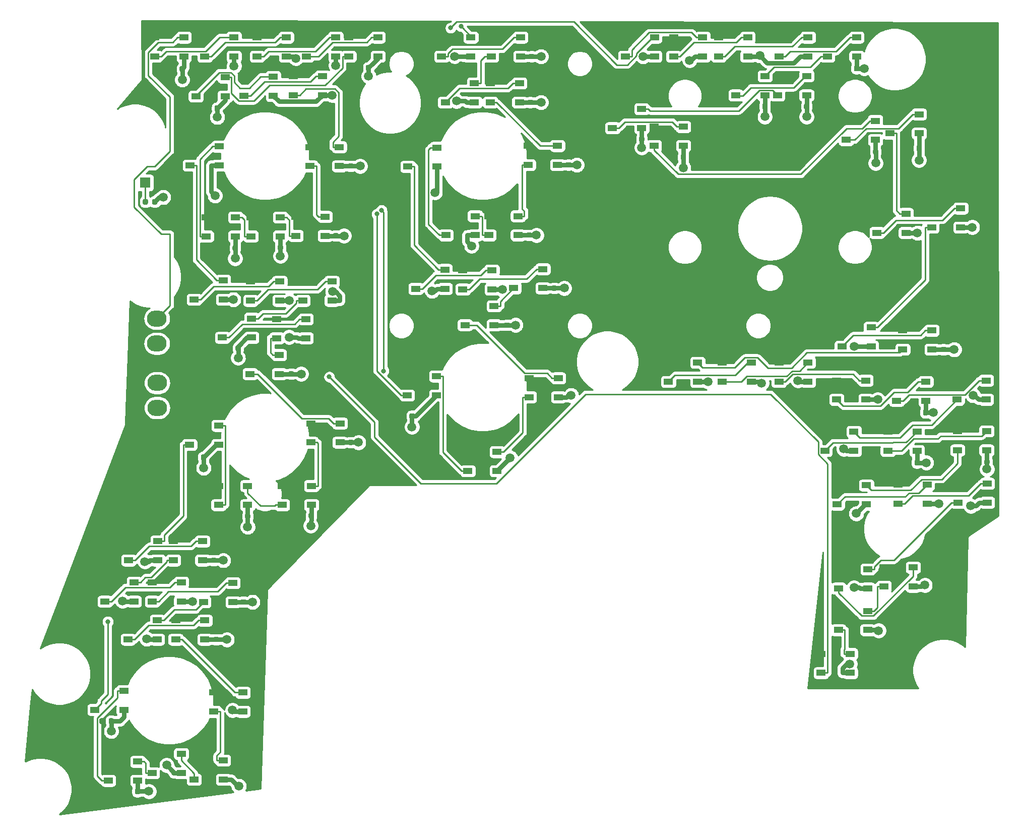
<source format=gbr>
%TF.GenerationSoftware,KiCad,Pcbnew,(5.1.6)-1*%
%TF.CreationDate,2020-12-21T15:19:11+11:00*%
%TF.ProjectId,Select JETT Panel PCB V2,53656c65-6374-4204-9a45-54542050616e,rev?*%
%TF.SameCoordinates,Original*%
%TF.FileFunction,Copper,L1,Top*%
%TF.FilePolarity,Positive*%
%FSLAX46Y46*%
G04 Gerber Fmt 4.6, Leading zero omitted, Abs format (unit mm)*
G04 Created by KiCad (PCBNEW (5.1.6)-1) date 2020-12-21 15:19:11*
%MOMM*%
%LPD*%
G01*
G04 APERTURE LIST*
%TA.AperFunction,ComponentPad*%
%ADD10O,3.300000X2.700000*%
%TD*%
%TA.AperFunction,ComponentPad*%
%ADD11C,1.800000*%
%TD*%
%TA.AperFunction,ComponentPad*%
%ADD12R,1.800000X1.800000*%
%TD*%
%TA.AperFunction,SMDPad,CuDef*%
%ADD13R,1.500000X1.000000*%
%TD*%
%TA.AperFunction,ViaPad*%
%ADD14C,0.800000*%
%TD*%
%TA.AperFunction,ViaPad*%
%ADD15C,1.500000*%
%TD*%
%TA.AperFunction,Conductor*%
%ADD16C,0.250000*%
%TD*%
%TA.AperFunction,Conductor*%
%ADD17C,0.750000*%
%TD*%
%TA.AperFunction,Conductor*%
%ADD18C,0.254000*%
%TD*%
G04 APERTURE END LIST*
%TO.P,R1,2*%
%TO.N,/LEDGND*%
%TA.AperFunction,SMDPad,CuDef*%
G36*
G01*
X90150000Y-61456250D02*
X90150000Y-60943750D01*
G75*
G02*
X90368750Y-60725000I218750J0D01*
G01*
X90806250Y-60725000D01*
G75*
G02*
X91025000Y-60943750I0J-218750D01*
G01*
X91025000Y-61456250D01*
G75*
G02*
X90806250Y-61675000I-218750J0D01*
G01*
X90368750Y-61675000D01*
G75*
G02*
X90150000Y-61456250I0J218750D01*
G01*
G37*
%TD.AperFunction*%
%TO.P,R1,1*%
%TO.N,Net-(D82-Pad1)*%
%TA.AperFunction,SMDPad,CuDef*%
G36*
G01*
X88575000Y-61456250D02*
X88575000Y-60943750D01*
G75*
G02*
X88793750Y-60725000I218750J0D01*
G01*
X89231250Y-60725000D01*
G75*
G02*
X89450000Y-60943750I0J-218750D01*
G01*
X89450000Y-61456250D01*
G75*
G02*
X89231250Y-61675000I-218750J0D01*
G01*
X88793750Y-61675000D01*
G75*
G02*
X88575000Y-61456250I0J218750D01*
G01*
G37*
%TD.AperFunction*%
%TD*%
D10*
%TO.P,J2,4*%
%TO.N,/DATAOUT*%
X91000000Y-91600000D03*
%TO.P,J2,3*%
%TO.N,/LEDGND*%
X91000000Y-95800000D03*
%TO.P,J2,2*%
%TO.N,/LED+5V*%
X96500000Y-91600000D03*
%TO.P,J2,1*%
%TA.AperFunction,ComponentPad*%
G36*
G01*
X97899999Y-97150000D02*
X95100001Y-97150000D01*
G75*
G02*
X94850000Y-96899999I0J250001D01*
G01*
X94850000Y-94700001D01*
G75*
G02*
X95100001Y-94450000I250001J0D01*
G01*
X97899999Y-94450000D01*
G75*
G02*
X98150000Y-94700001I0J-250001D01*
G01*
X98150000Y-96899999D01*
G75*
G02*
X97899999Y-97150000I-250001J0D01*
G01*
G37*
%TD.AperFunction*%
%TD*%
%TO.P,J1,4*%
%TO.N,/DATAIN*%
X90950000Y-80800000D03*
%TO.P,J1,3*%
%TO.N,/LEDGND*%
X90950000Y-85000000D03*
%TO.P,J1,2*%
%TO.N,/LED+5V*%
X96450000Y-80800000D03*
%TO.P,J1,1*%
%TA.AperFunction,ComponentPad*%
G36*
G01*
X97849999Y-86350000D02*
X95050001Y-86350000D01*
G75*
G02*
X94800000Y-86099999I0J250001D01*
G01*
X94800000Y-83900001D01*
G75*
G02*
X95050001Y-83650000I250001J0D01*
G01*
X97849999Y-83650000D01*
G75*
G02*
X98100000Y-83900001I0J-250001D01*
G01*
X98100000Y-86099999D01*
G75*
G02*
X97849999Y-86350000I-250001J0D01*
G01*
G37*
%TD.AperFunction*%
%TD*%
D11*
%TO.P,D82,2*%
%TO.N,/LED+5V*%
X91500000Y-58000000D03*
D12*
%TO.P,D82,1*%
%TO.N,Net-(D82-Pad1)*%
X88960000Y-58000000D03*
%TD*%
D13*
%TO.P,D81,1*%
%TO.N,/LED+5V*%
X202550000Y-137100000D03*
%TO.P,D81,2*%
%TO.N,/DATAOUT*%
X202550000Y-140300000D03*
%TO.P,D81,4*%
%TO.N,Net-(D80-Pad2)*%
X207450000Y-137100000D03*
%TO.P,D81,3*%
%TO.N,/LEDGND*%
X207450000Y-140300000D03*
%TD*%
%TO.P,D80,1*%
%TO.N,/LED+5V*%
X205450000Y-129900000D03*
%TO.P,D80,2*%
%TO.N,Net-(D80-Pad2)*%
X205450000Y-133100000D03*
%TO.P,D80,4*%
%TO.N,Net-(D79-Pad2)*%
X210350000Y-129900000D03*
%TO.P,D80,3*%
%TO.N,/LEDGND*%
X210350000Y-133100000D03*
%TD*%
%TO.P,D79,1*%
%TO.N,/LED+5V*%
X213100000Y-122600000D03*
%TO.P,D79,2*%
%TO.N,Net-(D79-Pad2)*%
X213100000Y-125800000D03*
%TO.P,D79,4*%
%TO.N,Net-(D78-Pad2)*%
X218000000Y-122600000D03*
%TO.P,D79,3*%
%TO.N,/LEDGND*%
X218000000Y-125800000D03*
%TD*%
%TO.P,D78,1*%
%TO.N,/LED+5V*%
X205500000Y-122900000D03*
%TO.P,D78,2*%
%TO.N,Net-(D78-Pad2)*%
X205500000Y-126100000D03*
%TO.P,D78,4*%
%TO.N,Net-(D77-Pad2)*%
X210400000Y-122900000D03*
%TO.P,D78,3*%
%TO.N,/LEDGND*%
X210400000Y-126100000D03*
%TD*%
%TO.P,D77,1*%
%TO.N,/LED+5V*%
X225550000Y-108500000D03*
%TO.P,D77,2*%
%TO.N,Net-(D77-Pad2)*%
X225550000Y-111700000D03*
%TO.P,D77,4*%
%TO.N,Net-(D76-Pad2)*%
X230450000Y-108500000D03*
%TO.P,D77,3*%
%TO.N,/LEDGND*%
X230450000Y-111700000D03*
%TD*%
%TO.P,D76,1*%
%TO.N,/LED+5V*%
X215450000Y-108700000D03*
%TO.P,D76,2*%
%TO.N,Net-(D76-Pad2)*%
X215450000Y-111900000D03*
%TO.P,D76,4*%
%TO.N,Net-(D75-Pad2)*%
X220350000Y-108700000D03*
%TO.P,D76,3*%
%TO.N,/LEDGND*%
X220350000Y-111900000D03*
%TD*%
%TO.P,D75,1*%
%TO.N,/LED+5V*%
X205250000Y-108800000D03*
%TO.P,D75,2*%
%TO.N,Net-(D75-Pad2)*%
X205250000Y-112000000D03*
%TO.P,D75,4*%
%TO.N,Net-(D74-Pad2)*%
X210150000Y-108800000D03*
%TO.P,D75,3*%
%TO.N,/LEDGND*%
X210150000Y-112000000D03*
%TD*%
%TO.P,D74,1*%
%TO.N,/LED+5V*%
X225450000Y-99700000D03*
%TO.P,D74,2*%
%TO.N,Net-(D74-Pad2)*%
X225450000Y-102900000D03*
%TO.P,D74,4*%
%TO.N,Net-(D73-Pad2)*%
X230350000Y-99700000D03*
%TO.P,D74,3*%
%TO.N,/LEDGND*%
X230350000Y-102900000D03*
%TD*%
%TO.P,D73,1*%
%TO.N,/LED+5V*%
X213750000Y-99800000D03*
%TO.P,D73,2*%
%TO.N,Net-(D73-Pad2)*%
X213750000Y-103000000D03*
%TO.P,D73,4*%
%TO.N,Net-(D72-Pad2)*%
X218650000Y-99800000D03*
%TO.P,D73,3*%
%TO.N,/LEDGND*%
X218650000Y-103000000D03*
%TD*%
%TO.P,D72,1*%
%TO.N,/LED+5V*%
X203150000Y-99800000D03*
%TO.P,D72,2*%
%TO.N,Net-(D72-Pad2)*%
X203150000Y-103000000D03*
%TO.P,D72,4*%
%TO.N,Net-(D71-Pad2)*%
X208050000Y-99800000D03*
%TO.P,D72,3*%
%TO.N,/LEDGND*%
X208050000Y-103000000D03*
%TD*%
%TO.P,D71,1*%
%TO.N,/LED+5V*%
X225400000Y-91200000D03*
%TO.P,D71,2*%
%TO.N,Net-(D71-Pad2)*%
X225400000Y-94400000D03*
%TO.P,D71,4*%
%TO.N,Net-(D70-Pad2)*%
X230300000Y-91200000D03*
%TO.P,D71,3*%
%TO.N,/LEDGND*%
X230300000Y-94400000D03*
%TD*%
%TO.P,D70,1*%
%TO.N,/LED+5V*%
X215250000Y-91400000D03*
%TO.P,D70,2*%
%TO.N,Net-(D70-Pad2)*%
X215250000Y-94600000D03*
%TO.P,D70,4*%
%TO.N,Net-(D69-Pad2)*%
X220150000Y-91400000D03*
%TO.P,D70,3*%
%TO.N,/LEDGND*%
X220150000Y-94600000D03*
%TD*%
%TO.P,D69,1*%
%TO.N,/LED+5V*%
X205150000Y-91200000D03*
%TO.P,D69,2*%
%TO.N,Net-(D69-Pad2)*%
X205150000Y-94400000D03*
%TO.P,D69,4*%
%TO.N,Net-(D68-Pad2)*%
X210050000Y-91200000D03*
%TO.P,D69,3*%
%TO.N,/LEDGND*%
X210050000Y-94400000D03*
%TD*%
%TO.P,D68,1*%
%TO.N,/LED+5V*%
X195450000Y-88200000D03*
%TO.P,D68,2*%
%TO.N,Net-(D68-Pad2)*%
X195450000Y-91400000D03*
%TO.P,D68,4*%
%TO.N,Net-(D67-Pad2)*%
X200350000Y-88200000D03*
%TO.P,D68,3*%
%TO.N,/LEDGND*%
X200350000Y-91400000D03*
%TD*%
%TO.P,D67,1*%
%TO.N,/LED+5V*%
X185950000Y-88200000D03*
%TO.P,D67,2*%
%TO.N,Net-(D67-Pad2)*%
X185950000Y-91400000D03*
%TO.P,D67,4*%
%TO.N,Net-(D66-Pad2)*%
X190850000Y-88200000D03*
%TO.P,D67,3*%
%TO.N,/LEDGND*%
X190850000Y-91400000D03*
%TD*%
%TO.P,D66,1*%
%TO.N,/LED+5V*%
X176900000Y-88200000D03*
%TO.P,D66,2*%
%TO.N,Net-(D66-Pad2)*%
X176900000Y-91400000D03*
%TO.P,D66,4*%
%TO.N,Net-(D65-Pad2)*%
X181800000Y-88200000D03*
%TO.P,D66,3*%
%TO.N,/LEDGND*%
X181800000Y-91400000D03*
%TD*%
%TO.P,D65,1*%
%TO.N,/LED+5V*%
X216250000Y-82800000D03*
%TO.P,D65,2*%
%TO.N,Net-(D65-Pad2)*%
X216250000Y-86000000D03*
%TO.P,D65,4*%
%TO.N,Net-(D64-Pad2)*%
X221150000Y-82800000D03*
%TO.P,D65,3*%
%TO.N,/LEDGND*%
X221150000Y-86000000D03*
%TD*%
%TO.P,D64,1*%
%TO.N,/LED+5V*%
X206050000Y-82300000D03*
%TO.P,D64,2*%
%TO.N,Net-(D64-Pad2)*%
X206050000Y-85500000D03*
%TO.P,D64,4*%
%TO.N,Net-(D63-Pad2)*%
X210950000Y-82300000D03*
%TO.P,D64,3*%
%TO.N,/LEDGND*%
X210950000Y-85500000D03*
%TD*%
%TO.P,D63,1*%
%TO.N,/LED+5V*%
X221100000Y-62300000D03*
%TO.P,D63,2*%
%TO.N,Net-(D63-Pad2)*%
X221100000Y-65500000D03*
%TO.P,D63,4*%
%TO.N,Net-(D62-Pad2)*%
X226000000Y-62300000D03*
%TO.P,D63,3*%
%TO.N,/LEDGND*%
X226000000Y-65500000D03*
%TD*%
%TO.P,D62,1*%
%TO.N,/LED+5V*%
X211900000Y-63200000D03*
%TO.P,D62,2*%
%TO.N,Net-(D62-Pad2)*%
X211900000Y-66400000D03*
%TO.P,D62,4*%
%TO.N,Net-(D61-Pad2)*%
X216800000Y-63200000D03*
%TO.P,D62,3*%
%TO.N,/LEDGND*%
X216800000Y-66400000D03*
%TD*%
%TO.P,D61,1*%
%TO.N,/LED+5V*%
X214100000Y-46500000D03*
%TO.P,D61,2*%
%TO.N,Net-(D61-Pad2)*%
X214100000Y-49700000D03*
%TO.P,D61,4*%
%TO.N,Net-(D60-Pad2)*%
X219000000Y-46500000D03*
%TO.P,D61,3*%
%TO.N,/LEDGND*%
X219000000Y-49700000D03*
%TD*%
%TO.P,D60,1*%
%TO.N,/LED+5V*%
X206750000Y-47600000D03*
%TO.P,D60,2*%
%TO.N,Net-(D60-Pad2)*%
X206750000Y-50800000D03*
%TO.P,D60,4*%
%TO.N,Net-(D59-Pad2)*%
X211650000Y-47600000D03*
%TO.P,D60,3*%
%TO.N,/LEDGND*%
X211650000Y-50800000D03*
%TD*%
%TO.P,D59,1*%
%TO.N,/LED+5V*%
X174500000Y-48600000D03*
%TO.P,D59,2*%
%TO.N,Net-(D59-Pad2)*%
X174500000Y-51800000D03*
%TO.P,D59,4*%
%TO.N,Net-(D58-Pad2)*%
X179400000Y-48600000D03*
%TO.P,D59,3*%
%TO.N,/LEDGND*%
X179400000Y-51800000D03*
%TD*%
%TO.P,D58,1*%
%TO.N,/LED+5V*%
X167500000Y-45600000D03*
%TO.P,D58,2*%
%TO.N,Net-(D58-Pad2)*%
X167500000Y-48800000D03*
%TO.P,D58,4*%
%TO.N,Net-(D57-Pad2)*%
X172400000Y-45600000D03*
%TO.P,D58,3*%
%TO.N,/LEDGND*%
X172400000Y-48800000D03*
%TD*%
%TO.P,D57,1*%
%TO.N,/LED+5V*%
X195200000Y-40100000D03*
%TO.P,D57,2*%
%TO.N,Net-(D57-Pad2)*%
X195200000Y-43300000D03*
%TO.P,D57,4*%
%TO.N,Net-(D56-Pad2)*%
X200100000Y-40100000D03*
%TO.P,D57,3*%
%TO.N,/LEDGND*%
X200100000Y-43300000D03*
%TD*%
%TO.P,D56,1*%
%TO.N,/LED+5V*%
X188200000Y-40100000D03*
%TO.P,D56,2*%
%TO.N,Net-(D56-Pad2)*%
X188200000Y-43300000D03*
%TO.P,D56,4*%
%TO.N,Net-(D55-Pad2)*%
X193100000Y-40100000D03*
%TO.P,D56,3*%
%TO.N,/LEDGND*%
X193100000Y-43300000D03*
%TD*%
%TO.P,D55,1*%
%TO.N,/LED+5V*%
X203600000Y-33600000D03*
%TO.P,D55,2*%
%TO.N,Net-(D55-Pad2)*%
X203600000Y-36800000D03*
%TO.P,D55,4*%
%TO.N,Net-(D54-Pad2)*%
X208500000Y-33600000D03*
%TO.P,D55,3*%
%TO.N,/LEDGND*%
X208500000Y-36800000D03*
%TD*%
%TO.P,D54,1*%
%TO.N,/LED+5V*%
X195450000Y-33600000D03*
%TO.P,D54,2*%
%TO.N,Net-(D54-Pad2)*%
X195450000Y-36800000D03*
%TO.P,D54,4*%
%TO.N,Net-(D53-Pad2)*%
X200350000Y-33600000D03*
%TO.P,D54,3*%
%TO.N,/LEDGND*%
X200350000Y-36800000D03*
%TD*%
%TO.P,D53,1*%
%TO.N,/LED+5V*%
X185300000Y-33600000D03*
%TO.P,D53,2*%
%TO.N,Net-(D53-Pad2)*%
X185300000Y-36800000D03*
%TO.P,D53,4*%
%TO.N,Net-(D52-Pad2)*%
X190200000Y-33600000D03*
%TO.P,D53,3*%
%TO.N,/LEDGND*%
X190200000Y-36800000D03*
%TD*%
%TO.P,D52,1*%
%TO.N,/LED+5V*%
X177750000Y-33600000D03*
%TO.P,D52,2*%
%TO.N,Net-(D52-Pad2)*%
X177750000Y-36800000D03*
%TO.P,D52,4*%
%TO.N,Net-(D51-Pad2)*%
X182650000Y-33600000D03*
%TO.P,D52,3*%
%TO.N,/LEDGND*%
X182650000Y-36800000D03*
%TD*%
%TO.P,D51,1*%
%TO.N,/LED+5V*%
X169650000Y-33600000D03*
%TO.P,D51,2*%
%TO.N,Net-(D51-Pad2)*%
X169650000Y-36800000D03*
%TO.P,D51,4*%
%TO.N,Net-(D50-Pad2)*%
X174550000Y-33600000D03*
%TO.P,D51,3*%
%TO.N,/LEDGND*%
X174550000Y-36800000D03*
%TD*%
%TO.P,D50,1*%
%TO.N,/LED+5V*%
X133000000Y-90500000D03*
%TO.P,D50,2*%
%TO.N,Net-(D50-Pad2)*%
X133000000Y-93700000D03*
%TO.P,D50,4*%
%TO.N,Net-(D49-Pad2)*%
X137900000Y-90500000D03*
%TO.P,D50,3*%
%TO.N,/LEDGND*%
X137900000Y-93700000D03*
%TD*%
%TO.P,D49,1*%
%TO.N,/LED+5V*%
X143200000Y-103200000D03*
%TO.P,D49,2*%
%TO.N,Net-(D49-Pad2)*%
X143200000Y-106400000D03*
%TO.P,D49,4*%
%TO.N,Net-(D48-Pad2)*%
X148100000Y-103200000D03*
%TO.P,D49,3*%
%TO.N,/LEDGND*%
X148100000Y-106400000D03*
%TD*%
%TO.P,D48,1*%
%TO.N,/LED+5V*%
X153500000Y-90800000D03*
%TO.P,D48,2*%
%TO.N,Net-(D48-Pad2)*%
X153500000Y-94000000D03*
%TO.P,D48,4*%
%TO.N,Net-(D47-Pad2)*%
X158400000Y-90800000D03*
%TO.P,D48,3*%
%TO.N,/LEDGND*%
X158400000Y-94000000D03*
%TD*%
%TO.P,D47,1*%
%TO.N,/LED+5V*%
X142700000Y-78700000D03*
%TO.P,D47,2*%
%TO.N,Net-(D47-Pad2)*%
X142700000Y-81900000D03*
%TO.P,D47,4*%
%TO.N,Net-(D46-Pad2)*%
X147600000Y-78700000D03*
%TO.P,D47,3*%
%TO.N,/LEDGND*%
X147600000Y-81900000D03*
%TD*%
%TO.P,D46,1*%
%TO.N,/LED+5V*%
X150900000Y-72500000D03*
%TO.P,D46,2*%
%TO.N,Net-(D46-Pad2)*%
X150900000Y-75700000D03*
%TO.P,D46,4*%
%TO.N,Net-(D45-Pad2)*%
X155800000Y-72500000D03*
%TO.P,D46,3*%
%TO.N,/LEDGND*%
X155800000Y-75700000D03*
%TD*%
%TO.P,D45,1*%
%TO.N,/LED+5V*%
X142350000Y-72700000D03*
%TO.P,D45,2*%
%TO.N,Net-(D45-Pad2)*%
X142350000Y-75900000D03*
%TO.P,D45,4*%
%TO.N,Net-(D44-Pad2)*%
X147250000Y-72700000D03*
%TO.P,D45,3*%
%TO.N,/LEDGND*%
X147250000Y-75900000D03*
%TD*%
%TO.P,D44,1*%
%TO.N,/LED+5V*%
X134450000Y-72600000D03*
%TO.P,D44,2*%
%TO.N,Net-(D44-Pad2)*%
X134450000Y-75800000D03*
%TO.P,D44,4*%
%TO.N,Net-(D43-Pad2)*%
X139350000Y-72600000D03*
%TO.P,D44,3*%
%TO.N,/LEDGND*%
X139350000Y-75800000D03*
%TD*%
%TO.P,D43,1*%
%TO.N,/LED+5V*%
X133100000Y-52100000D03*
%TO.P,D43,2*%
%TO.N,Net-(D43-Pad2)*%
X133100000Y-55300000D03*
%TO.P,D43,4*%
%TO.N,Net-(D42-Pad2)*%
X138000000Y-52100000D03*
%TO.P,D43,3*%
%TO.N,/LEDGND*%
X138000000Y-55300000D03*
%TD*%
%TO.P,D42,1*%
%TO.N,/LED+5V*%
X139500000Y-63600000D03*
%TO.P,D42,2*%
%TO.N,Net-(D42-Pad2)*%
X139500000Y-66800000D03*
%TO.P,D42,4*%
%TO.N,Net-(D41-Pad2)*%
X144400000Y-63600000D03*
%TO.P,D42,3*%
%TO.N,/LEDGND*%
X144400000Y-66800000D03*
%TD*%
%TO.P,D41,1*%
%TO.N,/LED+5V*%
X146700000Y-63600000D03*
%TO.P,D41,2*%
%TO.N,Net-(D41-Pad2)*%
X146700000Y-66800000D03*
%TO.P,D41,4*%
%TO.N,Net-(D40-Pad2)*%
X151600000Y-63600000D03*
%TO.P,D41,3*%
%TO.N,/LEDGND*%
X151600000Y-66800000D03*
%TD*%
%TO.P,D40,1*%
%TO.N,/LED+5V*%
X153350000Y-51800000D03*
%TO.P,D40,2*%
%TO.N,Net-(D40-Pad2)*%
X153350000Y-55000000D03*
%TO.P,D40,4*%
%TO.N,Net-(D39-Pad2)*%
X158250000Y-51800000D03*
%TO.P,D40,3*%
%TO.N,/LEDGND*%
X158250000Y-55000000D03*
%TD*%
%TO.P,D39,1*%
%TO.N,/LED+5V*%
X146950000Y-41300000D03*
%TO.P,D39,2*%
%TO.N,Net-(D39-Pad2)*%
X146950000Y-44500000D03*
%TO.P,D39,4*%
%TO.N,Net-(D38-Pad2)*%
X151850000Y-41300000D03*
%TO.P,D39,3*%
%TO.N,/LEDGND*%
X151850000Y-44500000D03*
%TD*%
%TO.P,D38,1*%
%TO.N,/LED+5V*%
X139400000Y-41300000D03*
%TO.P,D38,2*%
%TO.N,Net-(D38-Pad2)*%
X139400000Y-44500000D03*
%TO.P,D38,4*%
%TO.N,Net-(D37-Pad2)*%
X144300000Y-41300000D03*
%TO.P,D38,3*%
%TO.N,/LEDGND*%
X144300000Y-44500000D03*
%TD*%
%TO.P,D37,1*%
%TO.N,/LED+5V*%
X147150000Y-33600000D03*
%TO.P,D37,2*%
%TO.N,Net-(D37-Pad2)*%
X147150000Y-36800000D03*
%TO.P,D37,4*%
%TO.N,Net-(D36-Pad2)*%
X152050000Y-33600000D03*
%TO.P,D37,3*%
%TO.N,/LEDGND*%
X152050000Y-36800000D03*
%TD*%
%TO.P,D36,1*%
%TO.N,/LED+5V*%
X138800000Y-33600000D03*
%TO.P,D36,2*%
%TO.N,Net-(D36-Pad2)*%
X138800000Y-36800000D03*
%TO.P,D36,4*%
%TO.N,Net-(D35-Pad2)*%
X143700000Y-33600000D03*
%TO.P,D36,3*%
%TO.N,/LEDGND*%
X143700000Y-36800000D03*
%TD*%
%TO.P,D35,1*%
%TO.N,/LED+5V*%
X80500000Y-143300000D03*
%TO.P,D35,2*%
%TO.N,Net-(D35-Pad2)*%
X80500000Y-146500000D03*
%TO.P,D35,4*%
%TO.N,Net-(D34-Pad2)*%
X85400000Y-143300000D03*
%TO.P,D35,3*%
%TO.N,/LEDGND*%
X85400000Y-146500000D03*
%TD*%
%TO.P,D34,1*%
%TO.N,/LED+5V*%
X82800000Y-155200000D03*
%TO.P,D34,2*%
%TO.N,Net-(D34-Pad2)*%
X82800000Y-158400000D03*
%TO.P,D34,4*%
%TO.N,Net-(D33-Pad2)*%
X87700000Y-155200000D03*
%TO.P,D34,3*%
%TO.N,/LEDGND*%
X87700000Y-158400000D03*
%TD*%
%TO.P,D33,1*%
%TO.N,/LED+5V*%
X90150000Y-153900000D03*
%TO.P,D33,2*%
%TO.N,Net-(D33-Pad2)*%
X90150000Y-157100000D03*
%TO.P,D33,4*%
%TO.N,Net-(D32-Pad2)*%
X95050000Y-153900000D03*
%TO.P,D33,3*%
%TO.N,/LEDGND*%
X95050000Y-157100000D03*
%TD*%
%TO.P,D32,1*%
%TO.N,/LED+5V*%
X97200000Y-155000000D03*
%TO.P,D32,2*%
%TO.N,Net-(D32-Pad2)*%
X97200000Y-158200000D03*
%TO.P,D32,4*%
%TO.N,Net-(D31-Pad2)*%
X102100000Y-155000000D03*
%TO.P,D32,3*%
%TO.N,/LEDGND*%
X102100000Y-158200000D03*
%TD*%
%TO.P,D31,1*%
%TO.N,/LED+5V*%
X100500000Y-143600000D03*
%TO.P,D31,2*%
%TO.N,Net-(D31-Pad2)*%
X100500000Y-146800000D03*
%TO.P,D31,4*%
%TO.N,Net-(D30-Pad2)*%
X105400000Y-143600000D03*
%TO.P,D31,3*%
%TO.N,/LEDGND*%
X105400000Y-146800000D03*
%TD*%
%TO.P,D30,1*%
%TO.N,/LED+5V*%
X94100000Y-131500000D03*
%TO.P,D30,2*%
%TO.N,Net-(D30-Pad2)*%
X94100000Y-134700000D03*
%TO.P,D30,4*%
%TO.N,Net-(D29-Pad2)*%
X99000000Y-131500000D03*
%TO.P,D30,3*%
%TO.N,/LEDGND*%
X99000000Y-134700000D03*
%TD*%
%TO.P,D29,1*%
%TO.N,/LED+5V*%
X86100000Y-131500000D03*
%TO.P,D29,2*%
%TO.N,Net-(D29-Pad2)*%
X86100000Y-134700000D03*
%TO.P,D29,4*%
%TO.N,Net-(D28-Pad2)*%
X91000000Y-131500000D03*
%TO.P,D29,3*%
%TO.N,/LEDGND*%
X91000000Y-134700000D03*
%TD*%
%TO.P,D28,1*%
%TO.N,/LED+5V*%
X98800000Y-125200000D03*
%TO.P,D28,2*%
%TO.N,Net-(D28-Pad2)*%
X98800000Y-128400000D03*
%TO.P,D28,4*%
%TO.N,Net-(D27-Pad2)*%
X103700000Y-125200000D03*
%TO.P,D28,3*%
%TO.N,/LEDGND*%
X103700000Y-128400000D03*
%TD*%
%TO.P,D27,1*%
%TO.N,/LED+5V*%
X90150000Y-125100000D03*
%TO.P,D27,2*%
%TO.N,Net-(D27-Pad2)*%
X90150000Y-128300000D03*
%TO.P,D27,4*%
%TO.N,Net-(D26-Pad2)*%
X95050000Y-125100000D03*
%TO.P,D27,3*%
%TO.N,/LEDGND*%
X95050000Y-128300000D03*
%TD*%
%TO.P,D26,1*%
%TO.N,/LED+5V*%
X82200000Y-125100000D03*
%TO.P,D26,2*%
%TO.N,Net-(D26-Pad2)*%
X82200000Y-128300000D03*
%TO.P,D26,4*%
%TO.N,Net-(D25-Pad2)*%
X87100000Y-125100000D03*
%TO.P,D26,3*%
%TO.N,/LEDGND*%
X87100000Y-128300000D03*
%TD*%
%TO.P,D25,1*%
%TO.N,/LED+5V*%
X93700000Y-118200000D03*
%TO.P,D25,2*%
%TO.N,Net-(D25-Pad2)*%
X93700000Y-121400000D03*
%TO.P,D25,4*%
%TO.N,Net-(D24-Pad2)*%
X98600000Y-118200000D03*
%TO.P,D25,3*%
%TO.N,/LEDGND*%
X98600000Y-121400000D03*
%TD*%
%TO.P,D24,1*%
%TO.N,/LED+5V*%
X86200000Y-118200000D03*
%TO.P,D24,2*%
%TO.N,Net-(D24-Pad2)*%
X86200000Y-121400000D03*
%TO.P,D24,4*%
%TO.N,Net-(D23-Pad2)*%
X91100000Y-118200000D03*
%TO.P,D24,3*%
%TO.N,/LEDGND*%
X91100000Y-121400000D03*
%TD*%
%TO.P,D23,1*%
%TO.N,/LED+5V*%
X96450000Y-98800000D03*
%TO.P,D23,2*%
%TO.N,Net-(D23-Pad2)*%
X96450000Y-102000000D03*
%TO.P,D23,4*%
%TO.N,Net-(D22-Pad2)*%
X101350000Y-98800000D03*
%TO.P,D23,3*%
%TO.N,/LEDGND*%
X101350000Y-102000000D03*
%TD*%
%TO.P,D22,1*%
%TO.N,/LED+5V*%
X101300000Y-108900000D03*
%TO.P,D22,2*%
%TO.N,Net-(D22-Pad2)*%
X101300000Y-112100000D03*
%TO.P,D22,4*%
%TO.N,Net-(D21-Pad2)*%
X106200000Y-108900000D03*
%TO.P,D22,3*%
%TO.N,/LEDGND*%
X106200000Y-112100000D03*
%TD*%
%TO.P,D21,1*%
%TO.N,/LED+5V*%
X112000000Y-108900000D03*
%TO.P,D21,2*%
%TO.N,Net-(D21-Pad2)*%
X112000000Y-112100000D03*
%TO.P,D21,4*%
%TO.N,Net-(D20-Pad2)*%
X116900000Y-108900000D03*
%TO.P,D21,3*%
%TO.N,/LEDGND*%
X116900000Y-112100000D03*
%TD*%
%TO.P,D20,1*%
%TO.N,/LED+5V*%
X116800000Y-98400000D03*
%TO.P,D20,2*%
%TO.N,Net-(D20-Pad2)*%
X116800000Y-101600000D03*
%TO.P,D20,4*%
%TO.N,Net-(D19-Pad2)*%
X121700000Y-98400000D03*
%TO.P,D20,3*%
%TO.N,/LEDGND*%
X121700000Y-101600000D03*
%TD*%
%TO.P,D19,1*%
%TO.N,/LED+5V*%
X106600000Y-86900000D03*
%TO.P,D19,2*%
%TO.N,Net-(D19-Pad2)*%
X106600000Y-90100000D03*
%TO.P,D19,4*%
%TO.N,Net-(D18-Pad2)*%
X111500000Y-86900000D03*
%TO.P,D19,3*%
%TO.N,/LEDGND*%
X111500000Y-90100000D03*
%TD*%
%TO.P,D18,1*%
%TO.N,/LED+5V*%
X111100000Y-80900000D03*
%TO.P,D18,2*%
%TO.N,Net-(D18-Pad2)*%
X111100000Y-84100000D03*
%TO.P,D18,4*%
%TO.N,Net-(D17-Pad2)*%
X116000000Y-80900000D03*
%TO.P,D18,3*%
%TO.N,/LEDGND*%
X116000000Y-84100000D03*
%TD*%
%TO.P,D17,1*%
%TO.N,/LED+5V*%
X101950000Y-80800000D03*
%TO.P,D17,2*%
%TO.N,Net-(D17-Pad2)*%
X101950000Y-84000000D03*
%TO.P,D17,4*%
%TO.N,Net-(D16-Pad2)*%
X106850000Y-80800000D03*
%TO.P,D17,3*%
%TO.N,/LEDGND*%
X106850000Y-84000000D03*
%TD*%
%TO.P,D16,1*%
%TO.N,/LED+5V*%
X115450000Y-74600000D03*
%TO.P,D16,2*%
%TO.N,Net-(D16-Pad2)*%
X115450000Y-77800000D03*
%TO.P,D16,4*%
%TO.N,Net-(D15-Pad2)*%
X120350000Y-74600000D03*
%TO.P,D16,3*%
%TO.N,/LEDGND*%
X120350000Y-77800000D03*
%TD*%
%TO.P,D15,1*%
%TO.N,/LED+5V*%
X106700000Y-74600000D03*
%TO.P,D15,2*%
%TO.N,Net-(D15-Pad2)*%
X106700000Y-77800000D03*
%TO.P,D15,4*%
%TO.N,Net-(D14-Pad2)*%
X111600000Y-74600000D03*
%TO.P,D15,3*%
%TO.N,/LEDGND*%
X111600000Y-77800000D03*
%TD*%
%TO.P,D14,1*%
%TO.N,/LED+5V*%
X97200000Y-74400000D03*
%TO.P,D14,2*%
%TO.N,Net-(D14-Pad2)*%
X97200000Y-77600000D03*
%TO.P,D14,4*%
%TO.N,Net-(D13-Pad2)*%
X102100000Y-74400000D03*
%TO.P,D14,3*%
%TO.N,/LEDGND*%
X102100000Y-77600000D03*
%TD*%
%TO.P,D13,1*%
%TO.N,/LED+5V*%
X96500000Y-51900000D03*
%TO.P,D13,2*%
%TO.N,Net-(D13-Pad2)*%
X96500000Y-55100000D03*
%TO.P,D13,4*%
%TO.N,Net-(D12-Pad2)*%
X101400000Y-51900000D03*
%TO.P,D13,3*%
%TO.N,/LEDGND*%
X101400000Y-55100000D03*
%TD*%
%TO.P,D12,1*%
%TO.N,/LED+5V*%
X99250000Y-63800000D03*
%TO.P,D12,2*%
%TO.N,Net-(D12-Pad2)*%
X99250000Y-67000000D03*
%TO.P,D12,4*%
%TO.N,Net-(D11-Pad2)*%
X104150000Y-63800000D03*
%TO.P,D12,3*%
%TO.N,/LEDGND*%
X104150000Y-67000000D03*
%TD*%
%TO.P,D11,1*%
%TO.N,/LED+5V*%
X106750000Y-63800000D03*
%TO.P,D11,2*%
%TO.N,Net-(D11-Pad2)*%
X106750000Y-67000000D03*
%TO.P,D11,4*%
%TO.N,Net-(D10-Pad2)*%
X111650000Y-63800000D03*
%TO.P,D11,3*%
%TO.N,/LEDGND*%
X111650000Y-67000000D03*
%TD*%
%TO.P,D10,1*%
%TO.N,/LED+5V*%
X114300000Y-63700000D03*
%TO.P,D10,2*%
%TO.N,Net-(D10-Pad2)*%
X114300000Y-66900000D03*
%TO.P,D10,4*%
%TO.N,Net-(D10-Pad4)*%
X119200000Y-63700000D03*
%TO.P,D10,3*%
%TO.N,/LEDGND*%
X119200000Y-66900000D03*
%TD*%
%TO.P,D9,1*%
%TO.N,/LED+5V*%
X116700000Y-52000000D03*
%TO.P,D9,2*%
%TO.N,Net-(D10-Pad4)*%
X116700000Y-55200000D03*
%TO.P,D9,4*%
%TO.N,Net-(D8-Pad2)*%
X121600000Y-52000000D03*
%TO.P,D9,3*%
%TO.N,/LEDGND*%
X121600000Y-55200000D03*
%TD*%
%TO.P,D8,1*%
%TO.N,/LED+5V*%
X113850000Y-40100000D03*
%TO.P,D8,2*%
%TO.N,Net-(D8-Pad2)*%
X113850000Y-43300000D03*
%TO.P,D8,4*%
%TO.N,Net-(D7-Pad2)*%
X118750000Y-40100000D03*
%TO.P,D8,3*%
%TO.N,/LEDGND*%
X118750000Y-43300000D03*
%TD*%
%TO.P,D7,1*%
%TO.N,/LED+5V*%
X105600000Y-40200000D03*
%TO.P,D7,2*%
%TO.N,Net-(D7-Pad2)*%
X105600000Y-43400000D03*
%TO.P,D7,4*%
%TO.N,Net-(D6-Pad2)*%
X110500000Y-40200000D03*
%TO.P,D7,3*%
%TO.N,/LEDGND*%
X110500000Y-43400000D03*
%TD*%
%TO.P,D6,1*%
%TO.N,/LED+5V*%
X97500000Y-40300000D03*
%TO.P,D6,2*%
%TO.N,Net-(D6-Pad2)*%
X97500000Y-43500000D03*
%TO.P,D6,4*%
%TO.N,Net-(D5-Pad2)*%
X102400000Y-40300000D03*
%TO.P,D6,3*%
%TO.N,/LEDGND*%
X102400000Y-43500000D03*
%TD*%
%TO.P,D5,1*%
%TO.N,/LED+5V*%
X123200000Y-33600000D03*
%TO.P,D5,2*%
%TO.N,Net-(D5-Pad2)*%
X123200000Y-36800000D03*
%TO.P,D5,4*%
%TO.N,Net-(D4-Pad2)*%
X128100000Y-33600000D03*
%TO.P,D5,3*%
%TO.N,/LEDGND*%
X128100000Y-36800000D03*
%TD*%
%TO.P,D4,1*%
%TO.N,/LED+5V*%
X116100000Y-33600000D03*
%TO.P,D4,2*%
%TO.N,Net-(D4-Pad2)*%
X116100000Y-36800000D03*
%TO.P,D4,4*%
%TO.N,Net-(D3-Pad2)*%
X121000000Y-33600000D03*
%TO.P,D4,3*%
%TO.N,/LEDGND*%
X121000000Y-36800000D03*
%TD*%
%TO.P,D3,1*%
%TO.N,/LED+5V*%
X107800000Y-33600000D03*
%TO.P,D3,2*%
%TO.N,Net-(D3-Pad2)*%
X107800000Y-36800000D03*
%TO.P,D3,4*%
%TO.N,Net-(D2-Pad2)*%
X112700000Y-33600000D03*
%TO.P,D3,3*%
%TO.N,/LEDGND*%
X112700000Y-36800000D03*
%TD*%
%TO.P,D2,1*%
%TO.N,/LED+5V*%
X99000000Y-33600000D03*
%TO.P,D2,2*%
%TO.N,Net-(D2-Pad2)*%
X99000000Y-36800000D03*
%TO.P,D2,4*%
%TO.N,Net-(D1-Pad2)*%
X103900000Y-33600000D03*
%TO.P,D2,3*%
%TO.N,/LEDGND*%
X103900000Y-36800000D03*
%TD*%
%TO.P,D1,1*%
%TO.N,/LED+5V*%
X90600000Y-33600000D03*
%TO.P,D1,2*%
%TO.N,Net-(D1-Pad2)*%
X90600000Y-36800000D03*
%TO.P,D1,4*%
%TO.N,/DATAIN*%
X95500000Y-33600000D03*
%TO.P,D1,3*%
%TO.N,/LEDGND*%
X95500000Y-36800000D03*
%TD*%
%TO.P,C37,2*%
%TO.N,/LEDGND*%
%TA.AperFunction,SMDPad,CuDef*%
G36*
G01*
X229962000Y-105156250D02*
X229962000Y-104643750D01*
G75*
G02*
X230180750Y-104425000I218750J0D01*
G01*
X230618250Y-104425000D01*
G75*
G02*
X230837000Y-104643750I0J-218750D01*
G01*
X230837000Y-105156250D01*
G75*
G02*
X230618250Y-105375000I-218750J0D01*
G01*
X230180750Y-105375000D01*
G75*
G02*
X229962000Y-105156250I0J218750D01*
G01*
G37*
%TD.AperFunction*%
%TO.P,C37,1*%
%TO.N,/LED+5V*%
%TA.AperFunction,SMDPad,CuDef*%
G36*
G01*
X228387000Y-105156250D02*
X228387000Y-104643750D01*
G75*
G02*
X228605750Y-104425000I218750J0D01*
G01*
X229043250Y-104425000D01*
G75*
G02*
X229262000Y-104643750I0J-218750D01*
G01*
X229262000Y-105156250D01*
G75*
G02*
X229043250Y-105375000I-218750J0D01*
G01*
X228605750Y-105375000D01*
G75*
G02*
X228387000Y-105156250I0J218750D01*
G01*
G37*
%TD.AperFunction*%
%TD*%
%TO.P,C36,2*%
%TO.N,/LEDGND*%
%TA.AperFunction,SMDPad,CuDef*%
G36*
G01*
X218238000Y-105256250D02*
X218238000Y-104743750D01*
G75*
G02*
X218456750Y-104525000I218750J0D01*
G01*
X218894250Y-104525000D01*
G75*
G02*
X219113000Y-104743750I0J-218750D01*
G01*
X219113000Y-105256250D01*
G75*
G02*
X218894250Y-105475000I-218750J0D01*
G01*
X218456750Y-105475000D01*
G75*
G02*
X218238000Y-105256250I0J218750D01*
G01*
G37*
%TD.AperFunction*%
%TO.P,C36,1*%
%TO.N,/LED+5V*%
%TA.AperFunction,SMDPad,CuDef*%
G36*
G01*
X216663000Y-105256250D02*
X216663000Y-104743750D01*
G75*
G02*
X216881750Y-104525000I218750J0D01*
G01*
X217319250Y-104525000D01*
G75*
G02*
X217538000Y-104743750I0J-218750D01*
G01*
X217538000Y-105256250D01*
G75*
G02*
X217319250Y-105475000I-218750J0D01*
G01*
X216881750Y-105475000D01*
G75*
G02*
X216663000Y-105256250I0J218750D01*
G01*
G37*
%TD.AperFunction*%
%TD*%
%TO.P,C35,2*%
%TO.N,/LEDGND*%
%TA.AperFunction,SMDPad,CuDef*%
G36*
G01*
X219662000Y-96856250D02*
X219662000Y-96343750D01*
G75*
G02*
X219880750Y-96125000I218750J0D01*
G01*
X220318250Y-96125000D01*
G75*
G02*
X220537000Y-96343750I0J-218750D01*
G01*
X220537000Y-96856250D01*
G75*
G02*
X220318250Y-97075000I-218750J0D01*
G01*
X219880750Y-97075000D01*
G75*
G02*
X219662000Y-96856250I0J218750D01*
G01*
G37*
%TD.AperFunction*%
%TO.P,C35,1*%
%TO.N,/LED+5V*%
%TA.AperFunction,SMDPad,CuDef*%
G36*
G01*
X218087000Y-96856250D02*
X218087000Y-96343750D01*
G75*
G02*
X218305750Y-96125000I218750J0D01*
G01*
X218743250Y-96125000D01*
G75*
G02*
X218962000Y-96343750I0J-218750D01*
G01*
X218962000Y-96856250D01*
G75*
G02*
X218743250Y-97075000I-218750J0D01*
G01*
X218305750Y-97075000D01*
G75*
G02*
X218087000Y-96856250I0J218750D01*
G01*
G37*
%TD.AperFunction*%
%TD*%
%TO.P,C34,2*%
%TO.N,/LEDGND*%
%TA.AperFunction,SMDPad,CuDef*%
G36*
G01*
X222843750Y-85562500D02*
X223356250Y-85562500D01*
G75*
G02*
X223575000Y-85781250I0J-218750D01*
G01*
X223575000Y-86218750D01*
G75*
G02*
X223356250Y-86437500I-218750J0D01*
G01*
X222843750Y-86437500D01*
G75*
G02*
X222625000Y-86218750I0J218750D01*
G01*
X222625000Y-85781250D01*
G75*
G02*
X222843750Y-85562500I218750J0D01*
G01*
G37*
%TD.AperFunction*%
%TO.P,C34,1*%
%TO.N,/LED+5V*%
%TA.AperFunction,SMDPad,CuDef*%
G36*
G01*
X222843750Y-83987500D02*
X223356250Y-83987500D01*
G75*
G02*
X223575000Y-84206250I0J-218750D01*
G01*
X223575000Y-84643750D01*
G75*
G02*
X223356250Y-84862500I-218750J0D01*
G01*
X222843750Y-84862500D01*
G75*
G02*
X222625000Y-84643750I0J218750D01*
G01*
X222625000Y-84206250D01*
G75*
G02*
X222843750Y-83987500I218750J0D01*
G01*
G37*
%TD.AperFunction*%
%TD*%
%TO.P,C33,2*%
%TO.N,/LEDGND*%
%TA.AperFunction,SMDPad,CuDef*%
G36*
G01*
X218562000Y-52456250D02*
X218562000Y-51943750D01*
G75*
G02*
X218780750Y-51725000I218750J0D01*
G01*
X219218250Y-51725000D01*
G75*
G02*
X219437000Y-51943750I0J-218750D01*
G01*
X219437000Y-52456250D01*
G75*
G02*
X219218250Y-52675000I-218750J0D01*
G01*
X218780750Y-52675000D01*
G75*
G02*
X218562000Y-52456250I0J218750D01*
G01*
G37*
%TD.AperFunction*%
%TO.P,C33,1*%
%TO.N,/LED+5V*%
%TA.AperFunction,SMDPad,CuDef*%
G36*
G01*
X216987000Y-52456250D02*
X216987000Y-51943750D01*
G75*
G02*
X217205750Y-51725000I218750J0D01*
G01*
X217643250Y-51725000D01*
G75*
G02*
X217862000Y-51943750I0J-218750D01*
G01*
X217862000Y-52456250D01*
G75*
G02*
X217643250Y-52675000I-218750J0D01*
G01*
X217205750Y-52675000D01*
G75*
G02*
X216987000Y-52456250I0J218750D01*
G01*
G37*
%TD.AperFunction*%
%TD*%
%TO.P,C32,2*%
%TO.N,/LEDGND*%
%TA.AperFunction,SMDPad,CuDef*%
G36*
G01*
X211262000Y-53056250D02*
X211262000Y-52543750D01*
G75*
G02*
X211480750Y-52325000I218750J0D01*
G01*
X211918250Y-52325000D01*
G75*
G02*
X212137000Y-52543750I0J-218750D01*
G01*
X212137000Y-53056250D01*
G75*
G02*
X211918250Y-53275000I-218750J0D01*
G01*
X211480750Y-53275000D01*
G75*
G02*
X211262000Y-53056250I0J218750D01*
G01*
G37*
%TD.AperFunction*%
%TO.P,C32,1*%
%TO.N,/LED+5V*%
%TA.AperFunction,SMDPad,CuDef*%
G36*
G01*
X209687000Y-53056250D02*
X209687000Y-52543750D01*
G75*
G02*
X209905750Y-52325000I218750J0D01*
G01*
X210343250Y-52325000D01*
G75*
G02*
X210562000Y-52543750I0J-218750D01*
G01*
X210562000Y-53056250D01*
G75*
G02*
X210343250Y-53275000I-218750J0D01*
G01*
X209905750Y-53275000D01*
G75*
G02*
X209687000Y-53056250I0J218750D01*
G01*
G37*
%TD.AperFunction*%
%TD*%
%TO.P,C31,2*%
%TO.N,/LEDGND*%
%TA.AperFunction,SMDPad,CuDef*%
G36*
G01*
X192662000Y-45456250D02*
X192662000Y-44943750D01*
G75*
G02*
X192880750Y-44725000I218750J0D01*
G01*
X193318250Y-44725000D01*
G75*
G02*
X193537000Y-44943750I0J-218750D01*
G01*
X193537000Y-45456250D01*
G75*
G02*
X193318250Y-45675000I-218750J0D01*
G01*
X192880750Y-45675000D01*
G75*
G02*
X192662000Y-45456250I0J218750D01*
G01*
G37*
%TD.AperFunction*%
%TO.P,C31,1*%
%TO.N,/LED+5V*%
%TA.AperFunction,SMDPad,CuDef*%
G36*
G01*
X191087000Y-45456250D02*
X191087000Y-44943750D01*
G75*
G02*
X191305750Y-44725000I218750J0D01*
G01*
X191743250Y-44725000D01*
G75*
G02*
X191962000Y-44943750I0J-218750D01*
G01*
X191962000Y-45456250D01*
G75*
G02*
X191743250Y-45675000I-218750J0D01*
G01*
X191305750Y-45675000D01*
G75*
G02*
X191087000Y-45456250I0J218750D01*
G01*
G37*
%TD.AperFunction*%
%TD*%
%TO.P,C30,2*%
%TO.N,/LEDGND*%
%TA.AperFunction,SMDPad,CuDef*%
G36*
G01*
X199662000Y-45456250D02*
X199662000Y-44943750D01*
G75*
G02*
X199880750Y-44725000I218750J0D01*
G01*
X200318250Y-44725000D01*
G75*
G02*
X200537000Y-44943750I0J-218750D01*
G01*
X200537000Y-45456250D01*
G75*
G02*
X200318250Y-45675000I-218750J0D01*
G01*
X199880750Y-45675000D01*
G75*
G02*
X199662000Y-45456250I0J218750D01*
G01*
G37*
%TD.AperFunction*%
%TO.P,C30,1*%
%TO.N,/LED+5V*%
%TA.AperFunction,SMDPad,CuDef*%
G36*
G01*
X198087000Y-45456250D02*
X198087000Y-44943750D01*
G75*
G02*
X198305750Y-44725000I218750J0D01*
G01*
X198743250Y-44725000D01*
G75*
G02*
X198962000Y-44943750I0J-218750D01*
G01*
X198962000Y-45456250D01*
G75*
G02*
X198743250Y-45675000I-218750J0D01*
G01*
X198305750Y-45675000D01*
G75*
G02*
X198087000Y-45456250I0J218750D01*
G01*
G37*
%TD.AperFunction*%
%TD*%
%TO.P,C29,2*%
%TO.N,/LEDGND*%
%TA.AperFunction,SMDPad,CuDef*%
G36*
G01*
X208062000Y-39056250D02*
X208062000Y-38543750D01*
G75*
G02*
X208280750Y-38325000I218750J0D01*
G01*
X208718250Y-38325000D01*
G75*
G02*
X208937000Y-38543750I0J-218750D01*
G01*
X208937000Y-39056250D01*
G75*
G02*
X208718250Y-39275000I-218750J0D01*
G01*
X208280750Y-39275000D01*
G75*
G02*
X208062000Y-39056250I0J218750D01*
G01*
G37*
%TD.AperFunction*%
%TO.P,C29,1*%
%TO.N,/LED+5V*%
%TA.AperFunction,SMDPad,CuDef*%
G36*
G01*
X206487000Y-39056250D02*
X206487000Y-38543750D01*
G75*
G02*
X206705750Y-38325000I218750J0D01*
G01*
X207143250Y-38325000D01*
G75*
G02*
X207362000Y-38543750I0J-218750D01*
G01*
X207362000Y-39056250D01*
G75*
G02*
X207143250Y-39275000I-218750J0D01*
G01*
X206705750Y-39275000D01*
G75*
G02*
X206487000Y-39056250I0J218750D01*
G01*
G37*
%TD.AperFunction*%
%TD*%
%TO.P,C28,2*%
%TO.N,/LEDGND*%
%TA.AperFunction,SMDPad,CuDef*%
G36*
G01*
X171962000Y-50956250D02*
X171962000Y-50443750D01*
G75*
G02*
X172180750Y-50225000I218750J0D01*
G01*
X172618250Y-50225000D01*
G75*
G02*
X172837000Y-50443750I0J-218750D01*
G01*
X172837000Y-50956250D01*
G75*
G02*
X172618250Y-51175000I-218750J0D01*
G01*
X172180750Y-51175000D01*
G75*
G02*
X171962000Y-50956250I0J218750D01*
G01*
G37*
%TD.AperFunction*%
%TO.P,C28,1*%
%TO.N,/LED+5V*%
%TA.AperFunction,SMDPad,CuDef*%
G36*
G01*
X170387000Y-50956250D02*
X170387000Y-50443750D01*
G75*
G02*
X170605750Y-50225000I218750J0D01*
G01*
X171043250Y-50225000D01*
G75*
G02*
X171262000Y-50443750I0J-218750D01*
G01*
X171262000Y-50956250D01*
G75*
G02*
X171043250Y-51175000I-218750J0D01*
G01*
X170605750Y-51175000D01*
G75*
G02*
X170387000Y-50956250I0J218750D01*
G01*
G37*
%TD.AperFunction*%
%TD*%
%TO.P,C27,2*%
%TO.N,/LEDGND*%
%TA.AperFunction,SMDPad,CuDef*%
G36*
G01*
X178950000Y-53956250D02*
X178950000Y-53443750D01*
G75*
G02*
X179168750Y-53225000I218750J0D01*
G01*
X179606250Y-53225000D01*
G75*
G02*
X179825000Y-53443750I0J-218750D01*
G01*
X179825000Y-53956250D01*
G75*
G02*
X179606250Y-54175000I-218750J0D01*
G01*
X179168750Y-54175000D01*
G75*
G02*
X178950000Y-53956250I0J218750D01*
G01*
G37*
%TD.AperFunction*%
%TO.P,C27,1*%
%TO.N,/LED+5V*%
%TA.AperFunction,SMDPad,CuDef*%
G36*
G01*
X177375000Y-53956250D02*
X177375000Y-53443750D01*
G75*
G02*
X177593750Y-53225000I218750J0D01*
G01*
X178031250Y-53225000D01*
G75*
G02*
X178250000Y-53443750I0J-218750D01*
G01*
X178250000Y-53956250D01*
G75*
G02*
X178031250Y-54175000I-218750J0D01*
G01*
X177593750Y-54175000D01*
G75*
G02*
X177375000Y-53956250I0J218750D01*
G01*
G37*
%TD.AperFunction*%
%TD*%
%TO.P,C26,2*%
%TO.N,/LEDGND*%
%TA.AperFunction,SMDPad,CuDef*%
G36*
G01*
X153643750Y-36362500D02*
X154156250Y-36362500D01*
G75*
G02*
X154375000Y-36581250I0J-218750D01*
G01*
X154375000Y-37018750D01*
G75*
G02*
X154156250Y-37237500I-218750J0D01*
G01*
X153643750Y-37237500D01*
G75*
G02*
X153425000Y-37018750I0J218750D01*
G01*
X153425000Y-36581250D01*
G75*
G02*
X153643750Y-36362500I218750J0D01*
G01*
G37*
%TD.AperFunction*%
%TO.P,C26,1*%
%TO.N,/LED+5V*%
%TA.AperFunction,SMDPad,CuDef*%
G36*
G01*
X153643750Y-34787500D02*
X154156250Y-34787500D01*
G75*
G02*
X154375000Y-35006250I0J-218750D01*
G01*
X154375000Y-35443750D01*
G75*
G02*
X154156250Y-35662500I-218750J0D01*
G01*
X153643750Y-35662500D01*
G75*
G02*
X153425000Y-35443750I0J218750D01*
G01*
X153425000Y-35006250D01*
G75*
G02*
X153643750Y-34787500I218750J0D01*
G01*
G37*
%TD.AperFunction*%
%TD*%
%TO.P,C25,2*%
%TO.N,/LEDGND*%
%TA.AperFunction,SMDPad,CuDef*%
G36*
G01*
X153443750Y-44062500D02*
X153956250Y-44062500D01*
G75*
G02*
X154175000Y-44281250I0J-218750D01*
G01*
X154175000Y-44718750D01*
G75*
G02*
X153956250Y-44937500I-218750J0D01*
G01*
X153443750Y-44937500D01*
G75*
G02*
X153225000Y-44718750I0J218750D01*
G01*
X153225000Y-44281250D01*
G75*
G02*
X153443750Y-44062500I218750J0D01*
G01*
G37*
%TD.AperFunction*%
%TO.P,C25,1*%
%TO.N,/LED+5V*%
%TA.AperFunction,SMDPad,CuDef*%
G36*
G01*
X153443750Y-42487500D02*
X153956250Y-42487500D01*
G75*
G02*
X154175000Y-42706250I0J-218750D01*
G01*
X154175000Y-43143750D01*
G75*
G02*
X153956250Y-43362500I-218750J0D01*
G01*
X153443750Y-43362500D01*
G75*
G02*
X153225000Y-43143750I0J218750D01*
G01*
X153225000Y-42706250D01*
G75*
G02*
X153443750Y-42487500I218750J0D01*
G01*
G37*
%TD.AperFunction*%
%TD*%
%TO.P,C24,2*%
%TO.N,/LEDGND*%
%TA.AperFunction,SMDPad,CuDef*%
G36*
G01*
X153243750Y-66362500D02*
X153756250Y-66362500D01*
G75*
G02*
X153975000Y-66581250I0J-218750D01*
G01*
X153975000Y-67018750D01*
G75*
G02*
X153756250Y-67237500I-218750J0D01*
G01*
X153243750Y-67237500D01*
G75*
G02*
X153025000Y-67018750I0J218750D01*
G01*
X153025000Y-66581250D01*
G75*
G02*
X153243750Y-66362500I218750J0D01*
G01*
G37*
%TD.AperFunction*%
%TO.P,C24,1*%
%TO.N,/LED+5V*%
%TA.AperFunction,SMDPad,CuDef*%
G36*
G01*
X153243750Y-64787500D02*
X153756250Y-64787500D01*
G75*
G02*
X153975000Y-65006250I0J-218750D01*
G01*
X153975000Y-65443750D01*
G75*
G02*
X153756250Y-65662500I-218750J0D01*
G01*
X153243750Y-65662500D01*
G75*
G02*
X153025000Y-65443750I0J218750D01*
G01*
X153025000Y-65006250D01*
G75*
G02*
X153243750Y-64787500I218750J0D01*
G01*
G37*
%TD.AperFunction*%
%TD*%
%TO.P,C23,2*%
%TO.N,/LEDGND*%
%TA.AperFunction,SMDPad,CuDef*%
G36*
G01*
X159843750Y-54562500D02*
X160356250Y-54562500D01*
G75*
G02*
X160575000Y-54781250I0J-218750D01*
G01*
X160575000Y-55218750D01*
G75*
G02*
X160356250Y-55437500I-218750J0D01*
G01*
X159843750Y-55437500D01*
G75*
G02*
X159625000Y-55218750I0J218750D01*
G01*
X159625000Y-54781250D01*
G75*
G02*
X159843750Y-54562500I218750J0D01*
G01*
G37*
%TD.AperFunction*%
%TO.P,C23,1*%
%TO.N,/LED+5V*%
%TA.AperFunction,SMDPad,CuDef*%
G36*
G01*
X159843750Y-52987500D02*
X160356250Y-52987500D01*
G75*
G02*
X160575000Y-53206250I0J-218750D01*
G01*
X160575000Y-53643750D01*
G75*
G02*
X160356250Y-53862500I-218750J0D01*
G01*
X159843750Y-53862500D01*
G75*
G02*
X159625000Y-53643750I0J218750D01*
G01*
X159625000Y-53206250D01*
G75*
G02*
X159843750Y-52987500I218750J0D01*
G01*
G37*
%TD.AperFunction*%
%TD*%
%TO.P,C22,2*%
%TO.N,/LEDGND*%
%TA.AperFunction,SMDPad,CuDef*%
G36*
G01*
X157443750Y-75262500D02*
X157956250Y-75262500D01*
G75*
G02*
X158175000Y-75481250I0J-218750D01*
G01*
X158175000Y-75918750D01*
G75*
G02*
X157956250Y-76137500I-218750J0D01*
G01*
X157443750Y-76137500D01*
G75*
G02*
X157225000Y-75918750I0J218750D01*
G01*
X157225000Y-75481250D01*
G75*
G02*
X157443750Y-75262500I218750J0D01*
G01*
G37*
%TD.AperFunction*%
%TO.P,C22,1*%
%TO.N,/LED+5V*%
%TA.AperFunction,SMDPad,CuDef*%
G36*
G01*
X157443750Y-73687500D02*
X157956250Y-73687500D01*
G75*
G02*
X158175000Y-73906250I0J-218750D01*
G01*
X158175000Y-74343750D01*
G75*
G02*
X157956250Y-74562500I-218750J0D01*
G01*
X157443750Y-74562500D01*
G75*
G02*
X157225000Y-74343750I0J218750D01*
G01*
X157225000Y-73906250D01*
G75*
G02*
X157443750Y-73687500I218750J0D01*
G01*
G37*
%TD.AperFunction*%
%TD*%
%TO.P,C21,2*%
%TO.N,/LEDGND*%
%TA.AperFunction,SMDPad,CuDef*%
G36*
G01*
X133362000Y-97456250D02*
X133362000Y-96943750D01*
G75*
G02*
X133580750Y-96725000I218750J0D01*
G01*
X134018250Y-96725000D01*
G75*
G02*
X134237000Y-96943750I0J-218750D01*
G01*
X134237000Y-97456250D01*
G75*
G02*
X134018250Y-97675000I-218750J0D01*
G01*
X133580750Y-97675000D01*
G75*
G02*
X133362000Y-97456250I0J218750D01*
G01*
G37*
%TD.AperFunction*%
%TO.P,C21,1*%
%TO.N,/LED+5V*%
%TA.AperFunction,SMDPad,CuDef*%
G36*
G01*
X131787000Y-97456250D02*
X131787000Y-96943750D01*
G75*
G02*
X132005750Y-96725000I218750J0D01*
G01*
X132443250Y-96725000D01*
G75*
G02*
X132662000Y-96943750I0J-218750D01*
G01*
X132662000Y-97456250D01*
G75*
G02*
X132443250Y-97675000I-218750J0D01*
G01*
X132005750Y-97675000D01*
G75*
G02*
X131787000Y-97456250I0J218750D01*
G01*
G37*
%TD.AperFunction*%
%TD*%
%TO.P,C20,2*%
%TO.N,/LEDGND*%
%TA.AperFunction,SMDPad,CuDef*%
G36*
G01*
X149543750Y-81462500D02*
X150056250Y-81462500D01*
G75*
G02*
X150275000Y-81681250I0J-218750D01*
G01*
X150275000Y-82118750D01*
G75*
G02*
X150056250Y-82337500I-218750J0D01*
G01*
X149543750Y-82337500D01*
G75*
G02*
X149325000Y-82118750I0J218750D01*
G01*
X149325000Y-81681250D01*
G75*
G02*
X149543750Y-81462500I218750J0D01*
G01*
G37*
%TD.AperFunction*%
%TO.P,C20,1*%
%TO.N,/LED+5V*%
%TA.AperFunction,SMDPad,CuDef*%
G36*
G01*
X149543750Y-79887500D02*
X150056250Y-79887500D01*
G75*
G02*
X150275000Y-80106250I0J-218750D01*
G01*
X150275000Y-80543750D01*
G75*
G02*
X150056250Y-80762500I-218750J0D01*
G01*
X149543750Y-80762500D01*
G75*
G02*
X149325000Y-80543750I0J218750D01*
G01*
X149325000Y-80106250D01*
G75*
G02*
X149543750Y-79887500I218750J0D01*
G01*
G37*
%TD.AperFunction*%
%TD*%
%TO.P,C19,2*%
%TO.N,/LEDGND*%
%TA.AperFunction,SMDPad,CuDef*%
G36*
G01*
X87262500Y-160456250D02*
X87262500Y-159943750D01*
G75*
G02*
X87481250Y-159725000I218750J0D01*
G01*
X87918750Y-159725000D01*
G75*
G02*
X88137500Y-159943750I0J-218750D01*
G01*
X88137500Y-160456250D01*
G75*
G02*
X87918750Y-160675000I-218750J0D01*
G01*
X87481250Y-160675000D01*
G75*
G02*
X87262500Y-160456250I0J218750D01*
G01*
G37*
%TD.AperFunction*%
%TO.P,C19,1*%
%TO.N,/LED+5V*%
%TA.AperFunction,SMDPad,CuDef*%
G36*
G01*
X85687500Y-160456250D02*
X85687500Y-159943750D01*
G75*
G02*
X85906250Y-159725000I218750J0D01*
G01*
X86343750Y-159725000D01*
G75*
G02*
X86562500Y-159943750I0J-218750D01*
G01*
X86562500Y-160456250D01*
G75*
G02*
X86343750Y-160675000I-218750J0D01*
G01*
X85906250Y-160675000D01*
G75*
G02*
X85687500Y-160456250I0J218750D01*
G01*
G37*
%TD.AperFunction*%
%TD*%
%TO.P,C18,2*%
%TO.N,/LEDGND*%
%TA.AperFunction,SMDPad,CuDef*%
G36*
G01*
X82850000Y-148656250D02*
X82850000Y-148143750D01*
G75*
G02*
X83068750Y-147925000I218750J0D01*
G01*
X83506250Y-147925000D01*
G75*
G02*
X83725000Y-148143750I0J-218750D01*
G01*
X83725000Y-148656250D01*
G75*
G02*
X83506250Y-148875000I-218750J0D01*
G01*
X83068750Y-148875000D01*
G75*
G02*
X82850000Y-148656250I0J218750D01*
G01*
G37*
%TD.AperFunction*%
%TO.P,C18,1*%
%TO.N,/LED+5V*%
%TA.AperFunction,SMDPad,CuDef*%
G36*
G01*
X81275000Y-148656250D02*
X81275000Y-148143750D01*
G75*
G02*
X81493750Y-147925000I218750J0D01*
G01*
X81931250Y-147925000D01*
G75*
G02*
X82150000Y-148143750I0J-218750D01*
G01*
X82150000Y-148656250D01*
G75*
G02*
X81931250Y-148875000I-218750J0D01*
G01*
X81493750Y-148875000D01*
G75*
G02*
X81275000Y-148656250I0J218750D01*
G01*
G37*
%TD.AperFunction*%
%TD*%
%TO.P,C17,2*%
%TO.N,/LEDGND*%
%TA.AperFunction,SMDPad,CuDef*%
G36*
G01*
X100643750Y-134262000D02*
X101156250Y-134262000D01*
G75*
G02*
X101375000Y-134480750I0J-218750D01*
G01*
X101375000Y-134918250D01*
G75*
G02*
X101156250Y-135137000I-218750J0D01*
G01*
X100643750Y-135137000D01*
G75*
G02*
X100425000Y-134918250I0J218750D01*
G01*
X100425000Y-134480750D01*
G75*
G02*
X100643750Y-134262000I218750J0D01*
G01*
G37*
%TD.AperFunction*%
%TO.P,C17,1*%
%TO.N,/LED+5V*%
%TA.AperFunction,SMDPad,CuDef*%
G36*
G01*
X100643750Y-132687000D02*
X101156250Y-132687000D01*
G75*
G02*
X101375000Y-132905750I0J-218750D01*
G01*
X101375000Y-133343250D01*
G75*
G02*
X101156250Y-133562000I-218750J0D01*
G01*
X100643750Y-133562000D01*
G75*
G02*
X100425000Y-133343250I0J218750D01*
G01*
X100425000Y-132905750D01*
G75*
G02*
X100643750Y-132687000I218750J0D01*
G01*
G37*
%TD.AperFunction*%
%TD*%
%TO.P,C16,2*%
%TO.N,/LEDGND*%
%TA.AperFunction,SMDPad,CuDef*%
G36*
G01*
X105243750Y-127962000D02*
X105756250Y-127962000D01*
G75*
G02*
X105975000Y-128180750I0J-218750D01*
G01*
X105975000Y-128618250D01*
G75*
G02*
X105756250Y-128837000I-218750J0D01*
G01*
X105243750Y-128837000D01*
G75*
G02*
X105025000Y-128618250I0J218750D01*
G01*
X105025000Y-128180750D01*
G75*
G02*
X105243750Y-127962000I218750J0D01*
G01*
G37*
%TD.AperFunction*%
%TO.P,C16,1*%
%TO.N,/LED+5V*%
%TA.AperFunction,SMDPad,CuDef*%
G36*
G01*
X105243750Y-126387000D02*
X105756250Y-126387000D01*
G75*
G02*
X105975000Y-126605750I0J-218750D01*
G01*
X105975000Y-127043250D01*
G75*
G02*
X105756250Y-127262000I-218750J0D01*
G01*
X105243750Y-127262000D01*
G75*
G02*
X105025000Y-127043250I0J218750D01*
G01*
X105025000Y-126605750D01*
G75*
G02*
X105243750Y-126387000I218750J0D01*
G01*
G37*
%TD.AperFunction*%
%TD*%
%TO.P,C15,2*%
%TO.N,/LEDGND*%
%TA.AperFunction,SMDPad,CuDef*%
G36*
G01*
X100243750Y-120962000D02*
X100756250Y-120962000D01*
G75*
G02*
X100975000Y-121180750I0J-218750D01*
G01*
X100975000Y-121618250D01*
G75*
G02*
X100756250Y-121837000I-218750J0D01*
G01*
X100243750Y-121837000D01*
G75*
G02*
X100025000Y-121618250I0J218750D01*
G01*
X100025000Y-121180750D01*
G75*
G02*
X100243750Y-120962000I218750J0D01*
G01*
G37*
%TD.AperFunction*%
%TO.P,C15,1*%
%TO.N,/LED+5V*%
%TA.AperFunction,SMDPad,CuDef*%
G36*
G01*
X100243750Y-119387000D02*
X100756250Y-119387000D01*
G75*
G02*
X100975000Y-119605750I0J-218750D01*
G01*
X100975000Y-120043250D01*
G75*
G02*
X100756250Y-120262000I-218750J0D01*
G01*
X100243750Y-120262000D01*
G75*
G02*
X100025000Y-120043250I0J218750D01*
G01*
X100025000Y-119605750D01*
G75*
G02*
X100243750Y-119387000I218750J0D01*
G01*
G37*
%TD.AperFunction*%
%TD*%
%TO.P,C14,2*%
%TO.N,/LEDGND*%
%TA.AperFunction,SMDPad,CuDef*%
G36*
G01*
X116438000Y-114156250D02*
X116438000Y-113643750D01*
G75*
G02*
X116656750Y-113425000I218750J0D01*
G01*
X117094250Y-113425000D01*
G75*
G02*
X117313000Y-113643750I0J-218750D01*
G01*
X117313000Y-114156250D01*
G75*
G02*
X117094250Y-114375000I-218750J0D01*
G01*
X116656750Y-114375000D01*
G75*
G02*
X116438000Y-114156250I0J218750D01*
G01*
G37*
%TD.AperFunction*%
%TO.P,C14,1*%
%TO.N,/LED+5V*%
%TA.AperFunction,SMDPad,CuDef*%
G36*
G01*
X114863000Y-114156250D02*
X114863000Y-113643750D01*
G75*
G02*
X115081750Y-113425000I218750J0D01*
G01*
X115519250Y-113425000D01*
G75*
G02*
X115738000Y-113643750I0J-218750D01*
G01*
X115738000Y-114156250D01*
G75*
G02*
X115519250Y-114375000I-218750J0D01*
G01*
X115081750Y-114375000D01*
G75*
G02*
X114863000Y-114156250I0J218750D01*
G01*
G37*
%TD.AperFunction*%
%TD*%
%TO.P,C13,2*%
%TO.N,/LEDGND*%
%TA.AperFunction,SMDPad,CuDef*%
G36*
G01*
X105762000Y-114256250D02*
X105762000Y-113743750D01*
G75*
G02*
X105980750Y-113525000I218750J0D01*
G01*
X106418250Y-113525000D01*
G75*
G02*
X106637000Y-113743750I0J-218750D01*
G01*
X106637000Y-114256250D01*
G75*
G02*
X106418250Y-114475000I-218750J0D01*
G01*
X105980750Y-114475000D01*
G75*
G02*
X105762000Y-114256250I0J218750D01*
G01*
G37*
%TD.AperFunction*%
%TO.P,C13,1*%
%TO.N,/LED+5V*%
%TA.AperFunction,SMDPad,CuDef*%
G36*
G01*
X104187000Y-114256250D02*
X104187000Y-113743750D01*
G75*
G02*
X104405750Y-113525000I218750J0D01*
G01*
X104843250Y-113525000D01*
G75*
G02*
X105062000Y-113743750I0J-218750D01*
G01*
X105062000Y-114256250D01*
G75*
G02*
X104843250Y-114475000I-218750J0D01*
G01*
X104405750Y-114475000D01*
G75*
G02*
X104187000Y-114256250I0J218750D01*
G01*
G37*
%TD.AperFunction*%
%TD*%
%TO.P,C12,2*%
%TO.N,/LEDGND*%
%TA.AperFunction,SMDPad,CuDef*%
G36*
G01*
X123243750Y-101162000D02*
X123756250Y-101162000D01*
G75*
G02*
X123975000Y-101380750I0J-218750D01*
G01*
X123975000Y-101818250D01*
G75*
G02*
X123756250Y-102037000I-218750J0D01*
G01*
X123243750Y-102037000D01*
G75*
G02*
X123025000Y-101818250I0J218750D01*
G01*
X123025000Y-101380750D01*
G75*
G02*
X123243750Y-101162000I218750J0D01*
G01*
G37*
%TD.AperFunction*%
%TO.P,C12,1*%
%TO.N,/LED+5V*%
%TA.AperFunction,SMDPad,CuDef*%
G36*
G01*
X123243750Y-99587000D02*
X123756250Y-99587000D01*
G75*
G02*
X123975000Y-99805750I0J-218750D01*
G01*
X123975000Y-100243250D01*
G75*
G02*
X123756250Y-100462000I-218750J0D01*
G01*
X123243750Y-100462000D01*
G75*
G02*
X123025000Y-100243250I0J218750D01*
G01*
X123025000Y-99805750D01*
G75*
G02*
X123243750Y-99587000I218750J0D01*
G01*
G37*
%TD.AperFunction*%
%TD*%
%TO.P,C11,2*%
%TO.N,/LEDGND*%
%TA.AperFunction,SMDPad,CuDef*%
G36*
G01*
X104162000Y-86056250D02*
X104162000Y-85543750D01*
G75*
G02*
X104380750Y-85325000I218750J0D01*
G01*
X104818250Y-85325000D01*
G75*
G02*
X105037000Y-85543750I0J-218750D01*
G01*
X105037000Y-86056250D01*
G75*
G02*
X104818250Y-86275000I-218750J0D01*
G01*
X104380750Y-86275000D01*
G75*
G02*
X104162000Y-86056250I0J218750D01*
G01*
G37*
%TD.AperFunction*%
%TO.P,C11,1*%
%TO.N,/LED+5V*%
%TA.AperFunction,SMDPad,CuDef*%
G36*
G01*
X102587000Y-86056250D02*
X102587000Y-85543750D01*
G75*
G02*
X102805750Y-85325000I218750J0D01*
G01*
X103243250Y-85325000D01*
G75*
G02*
X103462000Y-85543750I0J-218750D01*
G01*
X103462000Y-86056250D01*
G75*
G02*
X103243250Y-86275000I-218750J0D01*
G01*
X102805750Y-86275000D01*
G75*
G02*
X102587000Y-86056250I0J218750D01*
G01*
G37*
%TD.AperFunction*%
%TD*%
%TO.P,C10,2*%
%TO.N,/LEDGND*%
%TA.AperFunction,SMDPad,CuDef*%
G36*
G01*
X113243750Y-89662500D02*
X113756250Y-89662500D01*
G75*
G02*
X113975000Y-89881250I0J-218750D01*
G01*
X113975000Y-90318750D01*
G75*
G02*
X113756250Y-90537500I-218750J0D01*
G01*
X113243750Y-90537500D01*
G75*
G02*
X113025000Y-90318750I0J218750D01*
G01*
X113025000Y-89881250D01*
G75*
G02*
X113243750Y-89662500I218750J0D01*
G01*
G37*
%TD.AperFunction*%
%TO.P,C10,1*%
%TO.N,/LED+5V*%
%TA.AperFunction,SMDPad,CuDef*%
G36*
G01*
X113243750Y-88087500D02*
X113756250Y-88087500D01*
G75*
G02*
X113975000Y-88306250I0J-218750D01*
G01*
X113975000Y-88743750D01*
G75*
G02*
X113756250Y-88962500I-218750J0D01*
G01*
X113243750Y-88962500D01*
G75*
G02*
X113025000Y-88743750I0J218750D01*
G01*
X113025000Y-88306250D01*
G75*
G02*
X113243750Y-88087500I218750J0D01*
G01*
G37*
%TD.AperFunction*%
%TD*%
%TO.P,C9,2*%
%TO.N,/LEDGND*%
%TA.AperFunction,SMDPad,CuDef*%
G36*
G01*
X98350000Y-104356250D02*
X98350000Y-103843750D01*
G75*
G02*
X98568750Y-103625000I218750J0D01*
G01*
X99006250Y-103625000D01*
G75*
G02*
X99225000Y-103843750I0J-218750D01*
G01*
X99225000Y-104356250D01*
G75*
G02*
X99006250Y-104575000I-218750J0D01*
G01*
X98568750Y-104575000D01*
G75*
G02*
X98350000Y-104356250I0J218750D01*
G01*
G37*
%TD.AperFunction*%
%TO.P,C9,1*%
%TO.N,/LED+5V*%
%TA.AperFunction,SMDPad,CuDef*%
G36*
G01*
X96775000Y-104356250D02*
X96775000Y-103843750D01*
G75*
G02*
X96993750Y-103625000I218750J0D01*
G01*
X97431250Y-103625000D01*
G75*
G02*
X97650000Y-103843750I0J-218750D01*
G01*
X97650000Y-104356250D01*
G75*
G02*
X97431250Y-104575000I-218750J0D01*
G01*
X96993750Y-104575000D01*
G75*
G02*
X96775000Y-104356250I0J218750D01*
G01*
G37*
%TD.AperFunction*%
%TD*%
%TO.P,C8,2*%
%TO.N,/LEDGND*%
%TA.AperFunction,SMDPad,CuDef*%
G36*
G01*
X103662000Y-69256250D02*
X103662000Y-68743750D01*
G75*
G02*
X103880750Y-68525000I218750J0D01*
G01*
X104318250Y-68525000D01*
G75*
G02*
X104537000Y-68743750I0J-218750D01*
G01*
X104537000Y-69256250D01*
G75*
G02*
X104318250Y-69475000I-218750J0D01*
G01*
X103880750Y-69475000D01*
G75*
G02*
X103662000Y-69256250I0J218750D01*
G01*
G37*
%TD.AperFunction*%
%TO.P,C8,1*%
%TO.N,/LED+5V*%
%TA.AperFunction,SMDPad,CuDef*%
G36*
G01*
X102087000Y-69256250D02*
X102087000Y-68743750D01*
G75*
G02*
X102305750Y-68525000I218750J0D01*
G01*
X102743250Y-68525000D01*
G75*
G02*
X102962000Y-68743750I0J-218750D01*
G01*
X102962000Y-69256250D01*
G75*
G02*
X102743250Y-69475000I-218750J0D01*
G01*
X102305750Y-69475000D01*
G75*
G02*
X102087000Y-69256250I0J218750D01*
G01*
G37*
%TD.AperFunction*%
%TD*%
%TO.P,C7,2*%
%TO.N,/LEDGND*%
%TA.AperFunction,SMDPad,CuDef*%
G36*
G01*
X111262000Y-69156250D02*
X111262000Y-68643750D01*
G75*
G02*
X111480750Y-68425000I218750J0D01*
G01*
X111918250Y-68425000D01*
G75*
G02*
X112137000Y-68643750I0J-218750D01*
G01*
X112137000Y-69156250D01*
G75*
G02*
X111918250Y-69375000I-218750J0D01*
G01*
X111480750Y-69375000D01*
G75*
G02*
X111262000Y-69156250I0J218750D01*
G01*
G37*
%TD.AperFunction*%
%TO.P,C7,1*%
%TO.N,/LED+5V*%
%TA.AperFunction,SMDPad,CuDef*%
G36*
G01*
X109687000Y-69156250D02*
X109687000Y-68643750D01*
G75*
G02*
X109905750Y-68425000I218750J0D01*
G01*
X110343250Y-68425000D01*
G75*
G02*
X110562000Y-68643750I0J-218750D01*
G01*
X110562000Y-69156250D01*
G75*
G02*
X110343250Y-69375000I-218750J0D01*
G01*
X109905750Y-69375000D01*
G75*
G02*
X109687000Y-69156250I0J218750D01*
G01*
G37*
%TD.AperFunction*%
%TD*%
%TO.P,C6,2*%
%TO.N,/LEDGND*%
%TA.AperFunction,SMDPad,CuDef*%
G36*
G01*
X120743750Y-66462500D02*
X121256250Y-66462500D01*
G75*
G02*
X121475000Y-66681250I0J-218750D01*
G01*
X121475000Y-67118750D01*
G75*
G02*
X121256250Y-67337500I-218750J0D01*
G01*
X120743750Y-67337500D01*
G75*
G02*
X120525000Y-67118750I0J218750D01*
G01*
X120525000Y-66681250D01*
G75*
G02*
X120743750Y-66462500I218750J0D01*
G01*
G37*
%TD.AperFunction*%
%TO.P,C6,1*%
%TO.N,/LED+5V*%
%TA.AperFunction,SMDPad,CuDef*%
G36*
G01*
X120743750Y-64887500D02*
X121256250Y-64887500D01*
G75*
G02*
X121475000Y-65106250I0J-218750D01*
G01*
X121475000Y-65543750D01*
G75*
G02*
X121256250Y-65762500I-218750J0D01*
G01*
X120743750Y-65762500D01*
G75*
G02*
X120525000Y-65543750I0J218750D01*
G01*
X120525000Y-65106250D01*
G75*
G02*
X120743750Y-64887500I218750J0D01*
G01*
G37*
%TD.AperFunction*%
%TD*%
%TO.P,C5,2*%
%TO.N,/LEDGND*%
%TA.AperFunction,SMDPad,CuDef*%
G36*
G01*
X123243750Y-54762500D02*
X123756250Y-54762500D01*
G75*
G02*
X123975000Y-54981250I0J-218750D01*
G01*
X123975000Y-55418750D01*
G75*
G02*
X123756250Y-55637500I-218750J0D01*
G01*
X123243750Y-55637500D01*
G75*
G02*
X123025000Y-55418750I0J218750D01*
G01*
X123025000Y-54981250D01*
G75*
G02*
X123243750Y-54762500I218750J0D01*
G01*
G37*
%TD.AperFunction*%
%TO.P,C5,1*%
%TO.N,/LED+5V*%
%TA.AperFunction,SMDPad,CuDef*%
G36*
G01*
X123243750Y-53187500D02*
X123756250Y-53187500D01*
G75*
G02*
X123975000Y-53406250I0J-218750D01*
G01*
X123975000Y-53843750D01*
G75*
G02*
X123756250Y-54062500I-218750J0D01*
G01*
X123243750Y-54062500D01*
G75*
G02*
X123025000Y-53843750I0J218750D01*
G01*
X123025000Y-53406250D01*
G75*
G02*
X123243750Y-53187500I218750J0D01*
G01*
G37*
%TD.AperFunction*%
%TD*%
%TO.P,C4,2*%
%TO.N,/LEDGND*%
%TA.AperFunction,SMDPad,CuDef*%
G36*
G01*
X126062000Y-38956250D02*
X126062000Y-38443750D01*
G75*
G02*
X126280750Y-38225000I218750J0D01*
G01*
X126718250Y-38225000D01*
G75*
G02*
X126937000Y-38443750I0J-218750D01*
G01*
X126937000Y-38956250D01*
G75*
G02*
X126718250Y-39175000I-218750J0D01*
G01*
X126280750Y-39175000D01*
G75*
G02*
X126062000Y-38956250I0J218750D01*
G01*
G37*
%TD.AperFunction*%
%TO.P,C4,1*%
%TO.N,/LED+5V*%
%TA.AperFunction,SMDPad,CuDef*%
G36*
G01*
X124487000Y-38956250D02*
X124487000Y-38443750D01*
G75*
G02*
X124705750Y-38225000I218750J0D01*
G01*
X125143250Y-38225000D01*
G75*
G02*
X125362000Y-38443750I0J-218750D01*
G01*
X125362000Y-38956250D01*
G75*
G02*
X125143250Y-39175000I-218750J0D01*
G01*
X124705750Y-39175000D01*
G75*
G02*
X124487000Y-38956250I0J218750D01*
G01*
G37*
%TD.AperFunction*%
%TD*%
%TO.P,C3,2*%
%TO.N,/LEDGND*%
%TA.AperFunction,SMDPad,CuDef*%
G36*
G01*
X100638000Y-45756250D02*
X100638000Y-45243750D01*
G75*
G02*
X100856750Y-45025000I218750J0D01*
G01*
X101294250Y-45025000D01*
G75*
G02*
X101513000Y-45243750I0J-218750D01*
G01*
X101513000Y-45756250D01*
G75*
G02*
X101294250Y-45975000I-218750J0D01*
G01*
X100856750Y-45975000D01*
G75*
G02*
X100638000Y-45756250I0J218750D01*
G01*
G37*
%TD.AperFunction*%
%TO.P,C3,1*%
%TO.N,/LED+5V*%
%TA.AperFunction,SMDPad,CuDef*%
G36*
G01*
X99063000Y-45756250D02*
X99063000Y-45243750D01*
G75*
G02*
X99281750Y-45025000I218750J0D01*
G01*
X99719250Y-45025000D01*
G75*
G02*
X99938000Y-45243750I0J-218750D01*
G01*
X99938000Y-45756250D01*
G75*
G02*
X99719250Y-45975000I-218750J0D01*
G01*
X99281750Y-45975000D01*
G75*
G02*
X99063000Y-45756250I0J218750D01*
G01*
G37*
%TD.AperFunction*%
%TD*%
%TO.P,C2,2*%
%TO.N,/LEDGND*%
%TA.AperFunction,SMDPad,CuDef*%
G36*
G01*
X94762500Y-39156250D02*
X94762500Y-38643750D01*
G75*
G02*
X94981250Y-38425000I218750J0D01*
G01*
X95418750Y-38425000D01*
G75*
G02*
X95637500Y-38643750I0J-218750D01*
G01*
X95637500Y-39156250D01*
G75*
G02*
X95418750Y-39375000I-218750J0D01*
G01*
X94981250Y-39375000D01*
G75*
G02*
X94762500Y-39156250I0J218750D01*
G01*
G37*
%TD.AperFunction*%
%TO.P,C2,1*%
%TO.N,/LED+5V*%
%TA.AperFunction,SMDPad,CuDef*%
G36*
G01*
X93187500Y-39156250D02*
X93187500Y-38643750D01*
G75*
G02*
X93406250Y-38425000I218750J0D01*
G01*
X93843750Y-38425000D01*
G75*
G02*
X94062500Y-38643750I0J-218750D01*
G01*
X94062500Y-39156250D01*
G75*
G02*
X93843750Y-39375000I-218750J0D01*
G01*
X93406250Y-39375000D01*
G75*
G02*
X93187500Y-39156250I0J218750D01*
G01*
G37*
%TD.AperFunction*%
%TD*%
D14*
%TO.N,Net-(D35-Pad2)*%
X82700000Y-131700000D03*
X142050000Y-31750000D03*
X129050000Y-89600000D03*
X128700000Y-62636390D03*
%TO.N,Net-(D50-Pad2)*%
X140300000Y-32000000D03*
X127900000Y-63250000D03*
D15*
%TO.N,/LEDGND*%
X92024700Y-60430900D03*
X228088300Y-93711100D03*
X212194500Y-133210700D03*
X207360700Y-138806800D03*
X192564000Y-91637000D03*
X192239000Y-36640900D03*
X137162900Y-76173700D03*
X120476700Y-76264400D03*
X85162800Y-128227400D03*
X218724900Y-66427000D03*
X208072800Y-125994400D03*
X206342300Y-102691900D03*
X198637800Y-91199800D03*
X172619700Y-36793300D03*
X160530200Y-93699700D03*
X141283500Y-44281800D03*
X140968900Y-36760100D03*
X96925000Y-128286400D03*
X180426600Y-37442300D03*
X89229900Y-134593500D03*
X88927000Y-121596500D03*
X219971700Y-125568500D03*
X227698900Y-112265000D03*
X212044500Y-94399700D03*
X183549300Y-91389700D03*
X208068400Y-85457500D03*
X227923900Y-65477000D03*
X149026900Y-75934500D03*
X137674400Y-59630300D03*
X143824600Y-68623100D03*
X92600000Y-155778500D03*
X104714800Y-159315900D03*
X103638700Y-146549000D03*
X113167000Y-83918900D03*
X100728300Y-60173400D03*
X230400000Y-106100000D03*
X220200000Y-105000000D03*
X221400000Y-96600000D03*
X224900000Y-86000000D03*
X219000000Y-54200000D03*
X211700000Y-54700000D03*
X200100000Y-46900000D03*
X193100000Y-46900000D03*
X209800000Y-38800000D03*
X172400000Y-52100000D03*
X179388000Y-55487500D03*
X155500000Y-36800000D03*
X155500000Y-44500000D03*
X161500000Y-55000000D03*
X154700000Y-66800000D03*
X159400000Y-75700000D03*
X151200000Y-81900000D03*
X150300000Y-104200000D03*
X133800000Y-99000000D03*
X89600000Y-160200000D03*
X83287500Y-150088000D03*
X102700000Y-134700000D03*
X107000000Y-128400000D03*
X102100000Y-121400000D03*
X116800000Y-115600000D03*
X106200000Y-115800000D03*
X98787500Y-105888000D03*
X124800000Y-101600000D03*
X104600000Y-87400000D03*
X115200000Y-90100000D03*
X113200000Y-77800000D03*
X103800000Y-77600000D03*
X104100000Y-70700000D03*
X111700000Y-70300000D03*
X122400000Y-66900000D03*
X125100000Y-55200000D03*
X120400000Y-43300000D03*
X103900000Y-38400000D03*
X121000000Y-38300000D03*
X126500000Y-40100000D03*
X101075000Y-46975000D03*
X95200000Y-40700000D03*
X114300000Y-37100000D03*
X208450000Y-113550000D03*
X222350000Y-111900000D03*
%TO.N,/LED+5V*%
X91654600Y-115431500D03*
D14*
%TO.N,/DATAOUT*%
X119900000Y-90600000D03*
%TD*%
D16*
%TO.N,Net-(D1-Pad2)*%
X90600000Y-36800000D02*
X91675300Y-36800000D01*
X91675300Y-36800000D02*
X92500600Y-35974700D01*
X92500600Y-35974700D02*
X99103600Y-35974700D01*
X99103600Y-35974700D02*
X101478300Y-33600000D01*
X101478300Y-33600000D02*
X103900000Y-33600000D01*
%TO.N,Net-(D2-Pad2)*%
X112700000Y-33600000D02*
X111624700Y-33600000D01*
X99000000Y-36800000D02*
X100075300Y-36800000D01*
X100075300Y-36800000D02*
X102450000Y-34425300D01*
X102450000Y-34425300D02*
X110799400Y-34425300D01*
X110799400Y-34425300D02*
X111624700Y-33600000D01*
%TO.N,Net-(D3-Pad2)*%
X121000000Y-33600000D02*
X119924700Y-33600000D01*
X107800000Y-36800000D02*
X108875300Y-36800000D01*
X108875300Y-36800000D02*
X109700600Y-35974700D01*
X109700600Y-35974700D02*
X117550000Y-35974700D01*
X117550000Y-35974700D02*
X119924700Y-33600000D01*
%TO.N,Net-(D4-Pad2)*%
X128100000Y-33600000D02*
X127024700Y-33600000D01*
X116100000Y-36800000D02*
X118071100Y-36800000D01*
X118071100Y-36800000D02*
X120445800Y-34425300D01*
X120445800Y-34425300D02*
X126199400Y-34425300D01*
X126199400Y-34425300D02*
X127024700Y-33600000D01*
%TO.N,Net-(D6-Pad2)*%
X108400000Y-40200000D02*
X106500000Y-42100000D01*
X110500000Y-40200000D02*
X108400000Y-40200000D01*
X97500000Y-43364998D02*
X97500000Y-43500000D01*
X103410001Y-39474999D02*
X101389999Y-39474999D01*
X103925310Y-39990308D02*
X103410001Y-39474999D01*
X103925310Y-41125310D02*
X103925310Y-39990308D01*
X101389999Y-39474999D02*
X97500000Y-43364998D01*
X104900000Y-42100000D02*
X103925310Y-41125310D01*
X106500000Y-42100000D02*
X104900000Y-42100000D01*
%TO.N,Net-(D8-Pad2)*%
X121600000Y-52000000D02*
X120524700Y-52000000D01*
X113850000Y-43300000D02*
X114925300Y-43300000D01*
X114925300Y-43300000D02*
X116000700Y-42224600D01*
X116000700Y-42224600D02*
X120879200Y-42224600D01*
X120879200Y-42224600D02*
X121509900Y-42855300D01*
X121509900Y-42855300D02*
X121509900Y-50189500D01*
X121509900Y-50189500D02*
X120524700Y-51174700D01*
X120524700Y-51174700D02*
X120524700Y-52000000D01*
%TO.N,Net-(D10-Pad4)*%
X119200000Y-63700000D02*
X118124700Y-63700000D01*
X116700000Y-55200000D02*
X117775300Y-55200000D01*
X117775300Y-55200000D02*
X117775300Y-63350600D01*
X117775300Y-63350600D02*
X118124700Y-63700000D01*
%TO.N,Net-(D10-Pad2)*%
X111650000Y-63800000D02*
X112725300Y-63800000D01*
X114300000Y-66900000D02*
X113224700Y-66900000D01*
X113224700Y-66900000D02*
X113224700Y-64299400D01*
X113224700Y-64299400D02*
X112725300Y-63800000D01*
%TO.N,Net-(D11-Pad2)*%
X104150000Y-63800000D02*
X105225300Y-63800000D01*
X106750000Y-67000000D02*
X105674700Y-67000000D01*
X105674700Y-67000000D02*
X105674700Y-64249400D01*
X105674700Y-64249400D02*
X105225300Y-63800000D01*
%TO.N,Net-(D12-Pad2)*%
X101400000Y-51900000D02*
X100324700Y-51900000D01*
X99250000Y-67000000D02*
X98174700Y-67000000D01*
X98174700Y-67000000D02*
X98174700Y-54050000D01*
X98174700Y-54050000D02*
X100324700Y-51900000D01*
%TO.N,Net-(D13-Pad2)*%
X102100000Y-74400000D02*
X101024700Y-74400000D01*
X96500000Y-55100000D02*
X97575300Y-55100000D01*
X97575300Y-55100000D02*
X97575300Y-70950600D01*
X97575300Y-70950600D02*
X101024700Y-74400000D01*
%TO.N,Net-(D14-Pad2)*%
X111600000Y-74600000D02*
X110524700Y-74600000D01*
X97200000Y-77600000D02*
X98275300Y-77600000D01*
X98275300Y-77600000D02*
X100450000Y-75425300D01*
X100450000Y-75425300D02*
X109699400Y-75425300D01*
X109699400Y-75425300D02*
X110524700Y-74600000D01*
%TO.N,Net-(D15-Pad2)*%
X120350000Y-74600000D02*
X119274700Y-74600000D01*
X106700000Y-77800000D02*
X107775300Y-77800000D01*
X107775300Y-77800000D02*
X109659600Y-75915700D01*
X109659600Y-75915700D02*
X117959000Y-75915700D01*
X117959000Y-75915700D02*
X119274700Y-74600000D01*
%TO.N,Net-(D16-Pad2)*%
X106850000Y-80800000D02*
X107925300Y-80800000D01*
X115450000Y-77800000D02*
X114374700Y-77800000D01*
X114374700Y-77800000D02*
X114374700Y-78212600D01*
X114374700Y-78212600D02*
X112612600Y-79974700D01*
X112612600Y-79974700D02*
X108750600Y-79974700D01*
X108750600Y-79974700D02*
X107925300Y-80800000D01*
%TO.N,Net-(D17-Pad2)*%
X116000000Y-80900000D02*
X114924700Y-80900000D01*
X101950000Y-84000000D02*
X103025300Y-84000000D01*
X103025300Y-84000000D02*
X105300000Y-81725300D01*
X105300000Y-81725300D02*
X114099400Y-81725300D01*
X114099400Y-81725300D02*
X114924700Y-80900000D01*
%TO.N,Net-(D18-Pad2)*%
X111100000Y-84100000D02*
X110024700Y-84100000D01*
X111500000Y-86900000D02*
X110424700Y-86900000D01*
X110024700Y-84100000D02*
X110024700Y-86500000D01*
X110024700Y-86500000D02*
X110424700Y-86900000D01*
%TO.N,Net-(D19-Pad2)*%
X121700000Y-98400000D02*
X120624700Y-98400000D01*
X106600000Y-90100000D02*
X107871200Y-90100000D01*
X107871200Y-90100000D02*
X115345900Y-97574700D01*
X115345900Y-97574700D02*
X119799400Y-97574700D01*
X119799400Y-97574700D02*
X120624700Y-98400000D01*
%TO.N,Net-(D21-Pad2)*%
X112000000Y-112100000D02*
X110924700Y-112100000D01*
X110924700Y-112100000D02*
X110769500Y-112255200D01*
X110769500Y-112255200D02*
X108346000Y-112255200D01*
X108346000Y-112255200D02*
X106200000Y-110109200D01*
X106200000Y-110109200D02*
X106200000Y-108900000D01*
%TO.N,Net-(D22-Pad2)*%
X101350000Y-98800000D02*
X102425300Y-98800000D01*
X101300000Y-112100000D02*
X102375300Y-112100000D01*
X102375300Y-112100000D02*
X102425300Y-112050000D01*
X102425300Y-112050000D02*
X102425300Y-98800000D01*
%TO.N,Net-(D23-Pad2)*%
X91100000Y-118200000D02*
X92175300Y-118200000D01*
X96450000Y-102000000D02*
X95374700Y-102000000D01*
X95374700Y-102000000D02*
X95374700Y-113925300D01*
X95374700Y-113925300D02*
X92175300Y-117124700D01*
X92175300Y-117124700D02*
X92175300Y-118200000D01*
%TO.N,Net-(D24-Pad2)*%
X98600000Y-118200000D02*
X97524700Y-118200000D01*
X86200000Y-121400000D02*
X87275300Y-121400000D01*
X87275300Y-121400000D02*
X89650000Y-119025300D01*
X89650000Y-119025300D02*
X96699400Y-119025300D01*
X96699400Y-119025300D02*
X97524700Y-118200000D01*
%TO.N,Net-(D25-Pad2)*%
X87100000Y-125100000D02*
X88175300Y-125100000D01*
X93700000Y-121400000D02*
X92624700Y-121400000D01*
X92624700Y-121400000D02*
X92624700Y-121606400D01*
X92624700Y-121606400D02*
X89956400Y-124274700D01*
X89956400Y-124274700D02*
X89000600Y-124274700D01*
X89000600Y-124274700D02*
X88175300Y-125100000D01*
%TO.N,Net-(D26-Pad2)*%
X95050000Y-125100000D02*
X93974700Y-125100000D01*
X82200000Y-128300000D02*
X83275300Y-128300000D01*
X83275300Y-128300000D02*
X85650000Y-125925300D01*
X85650000Y-125925300D02*
X93149400Y-125925300D01*
X93149400Y-125925300D02*
X93974700Y-125100000D01*
%TO.N,Net-(D27-Pad2)*%
X103700000Y-125200000D02*
X102624700Y-125200000D01*
X90150000Y-128300000D02*
X91225300Y-128300000D01*
X91225300Y-128300000D02*
X92906700Y-126618600D01*
X92906700Y-126618600D02*
X101206100Y-126618600D01*
X101206100Y-126618600D02*
X102624700Y-125200000D01*
%TO.N,Net-(D31-Pad2)*%
X102100000Y-155000000D02*
X101024700Y-155000000D01*
X100500000Y-146800000D02*
X101575300Y-146800000D01*
X101575300Y-146800000D02*
X101575300Y-153624100D01*
X101575300Y-153624100D02*
X101024700Y-154174700D01*
X101024700Y-154174700D02*
X101024700Y-155000000D01*
%TO.N,Net-(D33-Pad2)*%
X87700000Y-155200000D02*
X88775300Y-155200000D01*
X90150000Y-157100000D02*
X89074700Y-157100000D01*
X89074700Y-157100000D02*
X89074700Y-155499400D01*
X89074700Y-155499400D02*
X88775300Y-155200000D01*
%TO.N,Net-(D34-Pad2)*%
X85400000Y-143300000D02*
X84324700Y-143300000D01*
X82800000Y-158400000D02*
X81724700Y-158400000D01*
X81724700Y-158400000D02*
X80943900Y-157619200D01*
X80943900Y-157619200D02*
X80943900Y-147874600D01*
X80943900Y-147874600D02*
X84324700Y-144493800D01*
X84324700Y-144493800D02*
X84324700Y-143300000D01*
%TO.N,Net-(D35-Pad2)*%
X81575001Y-145424999D02*
X81575001Y-145024999D01*
X80500000Y-146500000D02*
X81575001Y-145424999D01*
X81575001Y-145024999D02*
X82700000Y-143900000D01*
X82700000Y-143900000D02*
X82700000Y-131700000D01*
X82700000Y-131700000D02*
X82700000Y-131600000D01*
X143700000Y-33600000D02*
X143700000Y-33400000D01*
X143700000Y-33400000D02*
X142400000Y-32100000D01*
X142400000Y-32100000D02*
X142050000Y-31750000D01*
X129050000Y-62986390D02*
X129050000Y-89600000D01*
X128700000Y-62636390D02*
X129050000Y-62986390D01*
%TO.N,Net-(D36-Pad2)*%
X152050000Y-33600000D02*
X150974700Y-33600000D01*
X138800000Y-36800000D02*
X139875300Y-36800000D01*
X139875300Y-36800000D02*
X139875300Y-36284200D01*
X139875300Y-36284200D02*
X140593500Y-35566000D01*
X140593500Y-35566000D02*
X149008700Y-35566000D01*
X149008700Y-35566000D02*
X150974700Y-33600000D01*
%TO.N,Net-(D37-Pad2)*%
X144300000Y-41300000D02*
X145375300Y-41300000D01*
X147150000Y-36800000D02*
X146074700Y-36800000D01*
X146074700Y-36800000D02*
X145375300Y-37499400D01*
X145375300Y-37499400D02*
X145375300Y-41300000D01*
%TO.N,Net-(D38-Pad2)*%
X151850000Y-41300000D02*
X150774700Y-41300000D01*
X139400000Y-44500000D02*
X141774700Y-42125300D01*
X141774700Y-42125300D02*
X149949400Y-42125300D01*
X149949400Y-42125300D02*
X150774700Y-41300000D01*
%TO.N,Net-(D39-Pad2)*%
X146950000Y-44500000D02*
X148025300Y-44500000D01*
X148025300Y-44500000D02*
X155325300Y-51800000D01*
X155325300Y-51800000D02*
X158250000Y-51800000D01*
%TO.N,Net-(D40-Pad2)*%
X151600000Y-63600000D02*
X152675300Y-63600000D01*
X153350000Y-55000000D02*
X152274700Y-55000000D01*
X152274700Y-55000000D02*
X152274700Y-62374100D01*
X152274700Y-62374100D02*
X152675300Y-62774700D01*
X152675300Y-62774700D02*
X152675300Y-63600000D01*
%TO.N,Net-(D41-Pad2)*%
X144400000Y-63600000D02*
X145475300Y-63600000D01*
X146700000Y-66800000D02*
X145624700Y-66800000D01*
X145624700Y-66800000D02*
X145624700Y-63749400D01*
X145624700Y-63749400D02*
X145475300Y-63600000D01*
%TO.N,Net-(D42-Pad2)*%
X136924700Y-52100000D02*
X136599100Y-52425600D01*
X136599100Y-52425600D02*
X136599100Y-64974400D01*
X136599100Y-64974400D02*
X138424700Y-66800000D01*
X138000000Y-52100000D02*
X136924700Y-52100000D01*
X139500000Y-66800000D02*
X138424700Y-66800000D01*
%TO.N,Net-(D43-Pad2)*%
X139350000Y-72600000D02*
X138274700Y-72600000D01*
X133100000Y-55300000D02*
X134175300Y-55300000D01*
X134175300Y-55300000D02*
X134175300Y-68500600D01*
X134175300Y-68500600D02*
X138274700Y-72600000D01*
%TO.N,Net-(D44-Pad2)*%
X147250000Y-72700000D02*
X146174700Y-72700000D01*
X134450000Y-75800000D02*
X135525300Y-75800000D01*
X135525300Y-75800000D02*
X137800000Y-73525300D01*
X137800000Y-73525300D02*
X145349400Y-73525300D01*
X145349400Y-73525300D02*
X146174700Y-72700000D01*
%TO.N,Net-(D45-Pad2)*%
X155800000Y-72500000D02*
X154724700Y-72500000D01*
X142350000Y-75900000D02*
X143425300Y-75900000D01*
X143425300Y-75900000D02*
X145166000Y-74159300D01*
X145166000Y-74159300D02*
X153065400Y-74159300D01*
X153065400Y-74159300D02*
X154724700Y-72500000D01*
%TO.N,Net-(D46-Pad2)*%
X147600000Y-78700000D02*
X148675300Y-78700000D01*
X150900000Y-75700000D02*
X148675300Y-77924700D01*
X148675300Y-77924700D02*
X148675300Y-78700000D01*
%TO.N,Net-(D48-Pad2)*%
X148100000Y-103200000D02*
X149175300Y-103200000D01*
X153500000Y-94000000D02*
X152424700Y-94000000D01*
X152424700Y-94000000D02*
X152424700Y-99950600D01*
X152424700Y-99950600D02*
X149175300Y-103200000D01*
%TO.N,Net-(D49-Pad2)*%
X137900000Y-90500000D02*
X138975300Y-90500000D01*
X143200000Y-106400000D02*
X142124700Y-106400000D01*
X142124700Y-106400000D02*
X138975300Y-103250600D01*
X138975300Y-103250600D02*
X138975300Y-90500000D01*
%TO.N,Net-(D50-Pad2)*%
X171544699Y-36617011D02*
X171544699Y-36277299D01*
X140300000Y-32000000D02*
X141300000Y-31000000D01*
X174221998Y-33600000D02*
X174550000Y-33600000D01*
X141300000Y-31000000D02*
X161000000Y-31000000D01*
X168200000Y-38200000D02*
X169961710Y-38200000D01*
X161000000Y-31000000D02*
X168200000Y-38200000D01*
X171544699Y-36277299D02*
X174221998Y-33600000D01*
X169961710Y-38200000D02*
X171544699Y-36617011D01*
X132000000Y-93700000D02*
X127900000Y-89600000D01*
X127900000Y-89600000D02*
X127900000Y-63250000D01*
X133000000Y-93700000D02*
X132000000Y-93700000D01*
%TO.N,Net-(D51-Pad2)*%
X182650000Y-33600000D02*
X181574700Y-33600000D01*
X169650000Y-36800000D02*
X170725300Y-36800000D01*
X170725300Y-36800000D02*
X170725300Y-35689200D01*
X170725300Y-35689200D02*
X173639800Y-32774700D01*
X173639800Y-32774700D02*
X180749400Y-32774700D01*
X180749400Y-32774700D02*
X181574700Y-33600000D01*
%TO.N,Net-(D52-Pad2)*%
X190200000Y-33600000D02*
X189124700Y-33600000D01*
X177750000Y-36800000D02*
X178825300Y-36800000D01*
X178825300Y-36800000D02*
X181200000Y-34425300D01*
X181200000Y-34425300D02*
X188299400Y-34425300D01*
X188299400Y-34425300D02*
X189124700Y-33600000D01*
%TO.N,Net-(D53-Pad2)*%
X200350000Y-33600000D02*
X199274700Y-33600000D01*
X185300000Y-36800000D02*
X186375300Y-36800000D01*
X186375300Y-36800000D02*
X188027100Y-35148200D01*
X188027100Y-35148200D02*
X197726500Y-35148200D01*
X197726500Y-35148200D02*
X199274700Y-33600000D01*
%TO.N,Net-(D54-Pad2)*%
X208500000Y-33600000D02*
X207424700Y-33600000D01*
X195450000Y-36800000D02*
X196525300Y-36800000D01*
X196525300Y-36800000D02*
X197350600Y-35974700D01*
X197350600Y-35974700D02*
X205050000Y-35974700D01*
X205050000Y-35974700D02*
X207424700Y-33600000D01*
%TO.N,Net-(D55-Pad2)*%
X203600000Y-36800000D02*
X202524700Y-36800000D01*
X202524700Y-36800000D02*
X200749000Y-38575700D01*
X200749000Y-38575700D02*
X194624300Y-38575700D01*
X194624300Y-38575700D02*
X193100000Y-40100000D01*
%TO.N,Net-(D56-Pad2)*%
X200100000Y-40100000D02*
X199900000Y-40100000D01*
X197975410Y-42024590D02*
X190775410Y-42024590D01*
X199900000Y-40100000D02*
X197975410Y-42024590D01*
X190775410Y-42024590D02*
X189400000Y-43400000D01*
X188300000Y-43400000D02*
X188200000Y-43300000D01*
X189400000Y-43400000D02*
X188300000Y-43400000D01*
%TO.N,Net-(D58-Pad2)*%
X179400000Y-48600000D02*
X178324700Y-48600000D01*
X167500000Y-48800000D02*
X168575300Y-48800000D01*
X168575300Y-48800000D02*
X169600600Y-47774700D01*
X169600600Y-47774700D02*
X177499400Y-47774700D01*
X177499400Y-47774700D02*
X178324700Y-48600000D01*
%TO.N,Net-(D59-Pad2)*%
X210742290Y-47600000D02*
X211650000Y-47600000D01*
X206814998Y-48900000D02*
X209442290Y-48900000D01*
X199152497Y-56562501D02*
X206814998Y-48900000D01*
X209442290Y-48900000D02*
X210742290Y-47600000D01*
X174500000Y-52550000D02*
X178512501Y-56562501D01*
X178512501Y-56562501D02*
X199152497Y-56562501D01*
X174500000Y-51800000D02*
X174500000Y-52550000D01*
%TO.N,Net-(D60-Pad2)*%
X219000000Y-46500000D02*
X217924700Y-46500000D01*
X206750000Y-50800000D02*
X208178700Y-50800000D01*
X208178700Y-50800000D02*
X210104100Y-48874600D01*
X210104100Y-48874600D02*
X215550100Y-48874600D01*
X215550100Y-48874600D02*
X217924700Y-46500000D01*
%TO.N,Net-(D63-Pad2)*%
X210950000Y-82300000D02*
X212025300Y-82300000D01*
X221100000Y-65500000D02*
X220024700Y-65500000D01*
X220024700Y-65500000D02*
X220024700Y-74300600D01*
X220024700Y-74300600D02*
X212025300Y-82300000D01*
%TO.N,Net-(D64-Pad2)*%
X221150000Y-82800000D02*
X220074700Y-82800000D01*
X206050000Y-85500000D02*
X207924700Y-83625300D01*
X207924700Y-83625300D02*
X219249400Y-83625300D01*
X219249400Y-83625300D02*
X220074700Y-82800000D01*
%TO.N,Net-(D65-Pad2)*%
X182625001Y-89025001D02*
X188074999Y-89025001D01*
X181800000Y-88200000D02*
X182625001Y-89025001D01*
X189725001Y-87374999D02*
X191874999Y-87374999D01*
X188074999Y-89025001D02*
X189725001Y-87374999D01*
X215717499Y-86532501D02*
X216250000Y-86000000D01*
X200182497Y-86532501D02*
X215717499Y-86532501D01*
X197614998Y-89100000D02*
X200182497Y-86532501D01*
X193600000Y-89100000D02*
X197614998Y-89100000D01*
X191874999Y-87374999D02*
X193600000Y-89100000D01*
%TO.N,Net-(D66-Pad2)*%
X177985301Y-90314699D02*
X188114699Y-90314699D01*
X176900000Y-91400000D02*
X177985301Y-90314699D01*
X190229398Y-88200000D02*
X190850000Y-88200000D01*
X188114699Y-90314699D02*
X190229398Y-88200000D01*
%TO.N,Net-(D67-Pad2)*%
X189139708Y-91400000D02*
X190039708Y-90500000D01*
X185950000Y-91400000D02*
X189139708Y-91400000D01*
X196788890Y-90500000D02*
X197688890Y-89600000D01*
X190039708Y-90500000D02*
X196788890Y-90500000D01*
X198950000Y-89600000D02*
X200350000Y-88200000D01*
X197688890Y-89600000D02*
X198950000Y-89600000D01*
%TO.N,Net-(D68-Pad2)*%
X208974700Y-91200000D02*
X207899200Y-90124500D01*
X207899200Y-90124500D02*
X197800800Y-90124500D01*
X197800800Y-90124500D02*
X196525300Y-91400000D01*
X210050000Y-91200000D02*
X208974700Y-91200000D01*
X195450000Y-91400000D02*
X196525300Y-91400000D01*
%TO.N,Net-(D69-Pad2)*%
X212540297Y-95474701D02*
X214814998Y-93200000D01*
X205150000Y-94400000D02*
X206224701Y-95474701D01*
X206224701Y-95474701D02*
X212540297Y-95474701D01*
X218888890Y-91400000D02*
X220150000Y-91400000D01*
X217088890Y-93200000D02*
X218888890Y-91400000D01*
X214814998Y-93200000D02*
X217088890Y-93200000D01*
%TO.N,Net-(D70-Pad2)*%
X229224700Y-91200000D02*
X229078700Y-91200000D01*
X229078700Y-91200000D02*
X226704100Y-93574600D01*
X226704100Y-93574600D02*
X217350700Y-93574600D01*
X217350700Y-93574600D02*
X216325300Y-94600000D01*
X230300000Y-91200000D02*
X229224700Y-91200000D01*
X215250000Y-94600000D02*
X216325300Y-94600000D01*
%TO.N,Net-(D71-Pad2)*%
X215814998Y-100800000D02*
X209050000Y-100800000D01*
X209050000Y-100800000D02*
X208050000Y-99800000D01*
X217914998Y-98700000D02*
X215814998Y-100800000D01*
X225400000Y-94400000D02*
X221100000Y-98700000D01*
X221100000Y-98700000D02*
X217914998Y-98700000D01*
%TO.N,Net-(D72-Pad2)*%
X218650000Y-99800000D02*
X216850000Y-101600000D01*
X216850000Y-101600000D02*
X214600000Y-101600000D01*
X204533101Y-101616899D02*
X203150000Y-103000000D01*
X214583101Y-101616899D02*
X204533101Y-101616899D01*
X214600000Y-101600000D02*
X214583101Y-101616899D01*
%TO.N,Net-(D73-Pad2)*%
X229524999Y-100525001D02*
X222625001Y-100525001D01*
X230350000Y-99700000D02*
X229524999Y-100525001D01*
X216086410Y-103000000D02*
X213750000Y-103000000D01*
X218086410Y-101000000D02*
X216086410Y-103000000D01*
X222150002Y-101000000D02*
X218086410Y-101000000D01*
X222625001Y-100525001D02*
X222150002Y-101000000D01*
%TO.N,Net-(D74-Pad2)*%
X210994680Y-109644680D02*
X210150000Y-108800000D01*
X225450000Y-105150000D02*
X222800000Y-107800000D01*
X225450000Y-102900000D02*
X225450000Y-105150000D01*
X222800000Y-107800000D02*
X219414998Y-107800000D01*
X219414998Y-107800000D02*
X217570318Y-109644680D01*
X217570318Y-109644680D02*
X210994680Y-109644680D01*
%TO.N,Net-(D75-Pad2)*%
X220350000Y-108700000D02*
X218955310Y-110094690D01*
X218955310Y-110094690D02*
X217305310Y-110094690D01*
X206538501Y-110711499D02*
X205250000Y-112000000D01*
X216688501Y-110711499D02*
X206538501Y-110711499D01*
X217305310Y-110094690D02*
X216688501Y-110711499D01*
%TO.N,Net-(D77-Pad2)*%
X210400000Y-122900000D02*
X211475300Y-122900000D01*
X225550000Y-111700000D02*
X224474700Y-111700000D01*
X224474700Y-111700000D02*
X214787000Y-121387700D01*
X214787000Y-121387700D02*
X212575000Y-121387700D01*
X212575000Y-121387700D02*
X211475300Y-122487400D01*
X211475300Y-122487400D02*
X211475300Y-122900000D01*
D17*
%TO.N,/LEDGND*%
X100499500Y-121400000D02*
X100500000Y-121399500D01*
X100499500Y-121400000D02*
X102100000Y-121400000D01*
X98600000Y-121400000D02*
X100499500Y-121400000D01*
X92024700Y-60430900D02*
X91356600Y-60430900D01*
X91356600Y-60430900D02*
X90587500Y-61200000D01*
X230399500Y-104899500D02*
X230399500Y-104900000D01*
X230399500Y-104899500D02*
X230400000Y-104900000D01*
X230400000Y-104900000D02*
X230400000Y-106100000D01*
X230350000Y-102900000D02*
X230350000Y-104850000D01*
X230350000Y-104850000D02*
X230399500Y-104899500D01*
X230300000Y-94400000D02*
X228974700Y-94400000D01*
X228088300Y-93711100D02*
X228285800Y-93711100D01*
X228285800Y-93711100D02*
X228974700Y-94400000D01*
X210350000Y-133100000D02*
X211675300Y-133100000D01*
X212194500Y-133210700D02*
X211786000Y-133210700D01*
X211786000Y-133210700D02*
X211675300Y-133100000D01*
X211699500Y-52799500D02*
X211699500Y-52800000D01*
X211699500Y-52799500D02*
X211700000Y-52800000D01*
X211700000Y-52800000D02*
X211700000Y-54700000D01*
X211650000Y-50800000D02*
X211650000Y-52750000D01*
X211650000Y-52750000D02*
X211699500Y-52799500D01*
X207450000Y-140300000D02*
X206124700Y-140300000D01*
X207360700Y-138806800D02*
X206832000Y-138806800D01*
X206832000Y-138806800D02*
X206124700Y-139514100D01*
X206124700Y-139514100D02*
X206124700Y-140300000D01*
X190850000Y-91400000D02*
X192175300Y-91400000D01*
X192564000Y-91637000D02*
X192412300Y-91637000D01*
X192412300Y-91637000D02*
X192175300Y-91400000D01*
X199024700Y-36800000D02*
X197949400Y-37875300D01*
X197949400Y-37875300D02*
X193473400Y-37875300D01*
X193473400Y-37875300D02*
X192239000Y-36640900D01*
X192239000Y-36640900D02*
X192079900Y-36800000D01*
X192079900Y-36800000D02*
X191525300Y-36800000D01*
X139350000Y-75800000D02*
X138024700Y-75800000D01*
X137162900Y-76173700D02*
X137651000Y-76173700D01*
X137651000Y-76173700D02*
X138024700Y-75800000D01*
X120350000Y-77800000D02*
X121675300Y-77800000D01*
X120476700Y-76264400D02*
X120949300Y-76264400D01*
X120949300Y-76264400D02*
X121675300Y-76990400D01*
X121675300Y-76990400D02*
X121675300Y-77800000D01*
X116875500Y-113899500D02*
X116875500Y-113900000D01*
X116900000Y-112100000D02*
X116900000Y-113875000D01*
X116900000Y-113875000D02*
X116875500Y-113899500D01*
X116875500Y-113899500D02*
X116875000Y-113900000D01*
X116875000Y-113900000D02*
X116800000Y-115600000D01*
X111699500Y-68899500D02*
X111699500Y-68900000D01*
X111699500Y-68899500D02*
X111700000Y-68900000D01*
X111700000Y-68900000D02*
X111700000Y-70300000D01*
X111650000Y-67000000D02*
X111650000Y-68850000D01*
X111650000Y-68850000D02*
X111699500Y-68899500D01*
X101075500Y-45499500D02*
X101075500Y-45500000D01*
X102400000Y-43500000D02*
X102400000Y-44175000D01*
X102400000Y-44175000D02*
X101075500Y-45499500D01*
X101075500Y-45499500D02*
X101075000Y-45500000D01*
X101075000Y-45500000D02*
X101075000Y-46975000D01*
X87100000Y-128300000D02*
X85774700Y-128300000D01*
X85162800Y-128227400D02*
X85702100Y-128227400D01*
X85702100Y-128227400D02*
X85774700Y-128300000D01*
X216800000Y-66400000D02*
X218125300Y-66400000D01*
X218724900Y-66427000D02*
X218152300Y-66427000D01*
X218152300Y-66427000D02*
X218125300Y-66400000D01*
X210400000Y-126100000D02*
X209074700Y-126100000D01*
X208072800Y-125994400D02*
X208969100Y-125994400D01*
X208969100Y-125994400D02*
X209074700Y-126100000D01*
X208050000Y-103000000D02*
X206724700Y-103000000D01*
X206342300Y-102691900D02*
X206416600Y-102691900D01*
X206416600Y-102691900D02*
X206724700Y-103000000D01*
X200350000Y-91400000D02*
X199024700Y-91400000D01*
X198637800Y-91199800D02*
X198824500Y-91199800D01*
X198824500Y-91199800D02*
X199024700Y-91400000D01*
X193100000Y-45400000D02*
X193099500Y-45399500D01*
X193099500Y-45399500D02*
X193099500Y-45200000D01*
X193100000Y-45400000D02*
X193100000Y-46900000D01*
X193100000Y-43300000D02*
X193100000Y-45400000D01*
X181324700Y-36800000D02*
X180682500Y-37442200D01*
X180682500Y-37442200D02*
X180426600Y-37442200D01*
X180426600Y-37442200D02*
X180426600Y-37442300D01*
X174550000Y-36800000D02*
X173224700Y-36800000D01*
X172619700Y-36793300D02*
X173218000Y-36793300D01*
X173218000Y-36793300D02*
X173224700Y-36800000D01*
X158400000Y-94000000D02*
X159725300Y-94000000D01*
X160530200Y-93699700D02*
X160025600Y-93699700D01*
X160025600Y-93699700D02*
X159725300Y-94000000D01*
X144300000Y-44500000D02*
X142974700Y-44500000D01*
X141283500Y-44281800D02*
X142756500Y-44281800D01*
X142756500Y-44281800D02*
X142974700Y-44500000D01*
X143700000Y-36800000D02*
X142374700Y-36800000D01*
X140968900Y-36760100D02*
X142334800Y-36760100D01*
X142334800Y-36760100D02*
X142374700Y-36800000D01*
X95050000Y-128300000D02*
X96375300Y-128300000D01*
X96925000Y-128286400D02*
X96388900Y-128286400D01*
X96388900Y-128286400D02*
X96375300Y-128300000D01*
X190200000Y-36800000D02*
X191525300Y-36800000D01*
X200350000Y-36800000D02*
X199024700Y-36800000D01*
X179388000Y-54202100D02*
X179388000Y-53700500D01*
X179388000Y-53700500D02*
X179387500Y-53700000D01*
X179388000Y-54202100D02*
X179388000Y-55487500D01*
X179400000Y-51800000D02*
X179400000Y-53687500D01*
X179400000Y-53687500D02*
X179388000Y-53700000D01*
X179388000Y-53700000D02*
X179388000Y-54202100D01*
X183125300Y-91400000D02*
X183539000Y-91400000D01*
X183539000Y-91400000D02*
X183549300Y-91389700D01*
X182650000Y-36800000D02*
X181324700Y-36800000D01*
X91000000Y-134700000D02*
X89674700Y-134700000D01*
X89229900Y-134593500D02*
X89568200Y-134593500D01*
X89568200Y-134593500D02*
X89674700Y-134700000D01*
X91100000Y-121400000D02*
X89774700Y-121400000D01*
X88927000Y-121596500D02*
X89578200Y-121596500D01*
X89578200Y-121596500D02*
X89774700Y-121400000D01*
X220125000Y-96575000D02*
X220124500Y-96575000D01*
X220124500Y-96575000D02*
X220099500Y-96600000D01*
X220125000Y-96575000D02*
X220100000Y-96600000D01*
X220100000Y-96600000D02*
X221400000Y-96600000D01*
X220150000Y-94600000D02*
X220150000Y-96550000D01*
X220150000Y-96550000D02*
X220125000Y-96575000D01*
X219000000Y-51950000D02*
X218999500Y-51950500D01*
X218999500Y-51950500D02*
X218999500Y-52200000D01*
X219000000Y-51950000D02*
X219000000Y-54200000D01*
X219000000Y-49700000D02*
X219000000Y-51950000D01*
X200100000Y-45100000D02*
X200099500Y-45100500D01*
X200099500Y-45100500D02*
X200099500Y-45200000D01*
X200100000Y-45100000D02*
X200100000Y-46900000D01*
X200100000Y-43300000D02*
X200100000Y-45100000D01*
X208500000Y-37800000D02*
X208499500Y-37800500D01*
X208499500Y-37800500D02*
X208499500Y-38800000D01*
X208500000Y-37800000D02*
X208500000Y-38800000D01*
X208500000Y-38800000D02*
X209800000Y-38800000D01*
X208500000Y-36800000D02*
X208500000Y-37800000D01*
X172400000Y-50450000D02*
X172399500Y-50450500D01*
X172399500Y-50450500D02*
X172399500Y-50700000D01*
X172400000Y-50450000D02*
X172400000Y-52100000D01*
X172400000Y-48800000D02*
X172400000Y-50450000D01*
X134100000Y-97200000D02*
X133800000Y-97200000D01*
X133800000Y-97200000D02*
X133800000Y-99000000D01*
X137900000Y-93700000D02*
X134400000Y-97200000D01*
X134400000Y-97200000D02*
X134100000Y-97200000D01*
X134100000Y-97200000D02*
X133799500Y-97200000D01*
X100899500Y-134700000D02*
X100900000Y-134699500D01*
X100899500Y-134700000D02*
X102700000Y-134700000D01*
X99000000Y-134700000D02*
X100899500Y-134700000D01*
X105499500Y-128400000D02*
X105500000Y-128399500D01*
X105499500Y-128400000D02*
X107000000Y-128400000D01*
X103700000Y-128400000D02*
X105499500Y-128400000D01*
X106200000Y-113950000D02*
X106199500Y-113950500D01*
X106199500Y-113950500D02*
X106199500Y-114000000D01*
X106200000Y-113950000D02*
X106200000Y-115800000D01*
X106200000Y-112100000D02*
X106200000Y-113950000D01*
X123499500Y-101600000D02*
X123500000Y-101599500D01*
X123499500Y-101600000D02*
X124800000Y-101600000D01*
X121700000Y-101600000D02*
X123499500Y-101600000D01*
X104600000Y-86450000D02*
X104599500Y-86449500D01*
X104599500Y-86449500D02*
X104599500Y-85800000D01*
X104600000Y-86450000D02*
X104600000Y-87400000D01*
X106850000Y-84000000D02*
X106100000Y-84000000D01*
X106100000Y-84000000D02*
X104600000Y-85500000D01*
X104600000Y-85500000D02*
X104600000Y-86450000D01*
X104125000Y-68975000D02*
X104124500Y-68975000D01*
X104124500Y-68975000D02*
X104099500Y-69000000D01*
X104125000Y-68975000D02*
X104100000Y-69000000D01*
X104100000Y-69000000D02*
X104100000Y-70700000D01*
X104150000Y-67000000D02*
X104150000Y-68950000D01*
X104150000Y-68950000D02*
X104125000Y-68975000D01*
X127300000Y-37900000D02*
X127299500Y-37900000D01*
X127299500Y-37900000D02*
X126499500Y-38700000D01*
X127300000Y-37900000D02*
X126500000Y-38700000D01*
X126500000Y-38700000D02*
X126500000Y-40100000D01*
X128100000Y-36800000D02*
X128100000Y-37100000D01*
X128100000Y-37100000D02*
X127300000Y-37900000D01*
X218000000Y-125800000D02*
X219325300Y-125800000D01*
X219971700Y-125568500D02*
X219556800Y-125568500D01*
X219556800Y-125568500D02*
X219325300Y-125800000D01*
X230450000Y-111700000D02*
X229124700Y-111700000D01*
X227698900Y-112265000D02*
X228559700Y-112265000D01*
X228559700Y-112265000D02*
X229124700Y-111700000D01*
X210050000Y-94400000D02*
X211375300Y-94400000D01*
X212044500Y-94399700D02*
X211375600Y-94399700D01*
X211375600Y-94399700D02*
X211375300Y-94400000D01*
X181800000Y-91400000D02*
X183125300Y-91400000D01*
X210950000Y-85500000D02*
X209624700Y-85500000D01*
X208068400Y-85457500D02*
X209582200Y-85457500D01*
X209582200Y-85457500D02*
X209624700Y-85500000D01*
X226000000Y-65500000D02*
X227325300Y-65500000D01*
X227923900Y-65477000D02*
X227348300Y-65477000D01*
X227348300Y-65477000D02*
X227325300Y-65500000D01*
X147250000Y-75900000D02*
X148575300Y-75900000D01*
X149026900Y-75934500D02*
X148609800Y-75934500D01*
X148609800Y-75934500D02*
X148575300Y-75900000D01*
X137674400Y-59630300D02*
X138000000Y-59304700D01*
X138000000Y-59304700D02*
X138000000Y-55300000D01*
X144400000Y-66800000D02*
X143074700Y-66800000D01*
X143824600Y-68623100D02*
X143074700Y-67873200D01*
X143074700Y-67873200D02*
X143074700Y-66800000D01*
X95050000Y-157100000D02*
X93724700Y-157100000D01*
X92600000Y-155778500D02*
X93724700Y-156903200D01*
X93724700Y-156903200D02*
X93724700Y-157100000D01*
X102100000Y-158200000D02*
X103425300Y-158200000D01*
X104714800Y-159315900D02*
X104541200Y-159315900D01*
X104541200Y-159315900D02*
X103425300Y-158200000D01*
X105400000Y-146800000D02*
X104074700Y-146800000D01*
X103638700Y-146549000D02*
X103823700Y-146549000D01*
X103823700Y-146549000D02*
X104074700Y-146800000D01*
X116000000Y-84100000D02*
X114674700Y-84100000D01*
X113167000Y-83918900D02*
X114493600Y-83918900D01*
X114493600Y-83918900D02*
X114674700Y-84100000D01*
X101400000Y-55100000D02*
X100074700Y-55100000D01*
X100728300Y-60173400D02*
X100074700Y-59519800D01*
X100074700Y-59519800D02*
X100074700Y-55100000D01*
X218675500Y-105000000D02*
X220200000Y-105000000D01*
X218650000Y-103000000D02*
X218650000Y-104975000D01*
X218650000Y-104975000D02*
X218675000Y-105000000D01*
X218675000Y-105000000D02*
X218675500Y-105000000D01*
X223100000Y-86000000D02*
X224900000Y-86000000D01*
X221150000Y-86000000D02*
X223100000Y-86000000D01*
X153900000Y-36800000D02*
X155500000Y-36800000D01*
X152050000Y-36800000D02*
X153900000Y-36800000D01*
X153700000Y-44500000D02*
X155500000Y-44500000D01*
X151850000Y-44500000D02*
X153700000Y-44500000D01*
X160100000Y-55000000D02*
X161500000Y-55000000D01*
X158250000Y-55000000D02*
X160100000Y-55000000D01*
X153500000Y-66800000D02*
X154700000Y-66800000D01*
X151600000Y-66800000D02*
X153500000Y-66800000D01*
X157700000Y-75700000D02*
X159400000Y-75700000D01*
X155800000Y-75700000D02*
X157700000Y-75700000D01*
X149800000Y-81900000D02*
X151200000Y-81900000D01*
X147600000Y-81900000D02*
X149800000Y-81900000D01*
X87700000Y-160200000D02*
X89600000Y-160200000D01*
X87700000Y-158400000D02*
X87700000Y-160200000D01*
X83287500Y-148400000D02*
X83287500Y-150088000D01*
X85400000Y-146500000D02*
X85400000Y-147750000D01*
X85400000Y-147750000D02*
X84750000Y-148400000D01*
X84750000Y-148400000D02*
X83287500Y-148400000D01*
X116800000Y-115600000D02*
X116875000Y-115525000D01*
X113500000Y-90100000D02*
X115200000Y-90100000D01*
X111500000Y-90100000D02*
X113500000Y-90100000D01*
X104100000Y-70700000D02*
X104100000Y-70800000D01*
X121000000Y-66900000D02*
X122400000Y-66900000D01*
X119200000Y-66900000D02*
X121000000Y-66900000D01*
X123500000Y-55200000D02*
X125100000Y-55200000D01*
X121600000Y-55200000D02*
X123500000Y-55200000D01*
X148100000Y-106400000D02*
X150300000Y-104200000D01*
X98787500Y-104100000D02*
X98787500Y-105888000D01*
X101350000Y-102000000D02*
X100888000Y-102000000D01*
X100888000Y-102000000D02*
X98787500Y-104100000D01*
X111600000Y-77800000D02*
X113200000Y-77800000D01*
X102100000Y-77600000D02*
X103800000Y-77600000D01*
X110500000Y-43400000D02*
X111475000Y-44375000D01*
X111475000Y-44375000D02*
X117675000Y-44375000D01*
X117675000Y-44375000D02*
X118750000Y-43300000D01*
X118750000Y-43300000D02*
X120400000Y-43300000D01*
X103900000Y-36800000D02*
X103900000Y-38400000D01*
X121000000Y-36800000D02*
X121000000Y-38300000D01*
X95200000Y-38900000D02*
X95200000Y-40700000D01*
X95500000Y-36800000D02*
X95500000Y-38600000D01*
X95500000Y-38600000D02*
X95200000Y-38900000D01*
X112700000Y-36800000D02*
X114000000Y-36800000D01*
X114000000Y-36800000D02*
X114300000Y-37100000D01*
X114300000Y-37100000D02*
X114300000Y-37100000D01*
X210150000Y-112000000D02*
X210000000Y-112000000D01*
X210000000Y-112000000D02*
X208450000Y-113550000D01*
X208450000Y-113550000D02*
X208450000Y-113550000D01*
X220350000Y-111900000D02*
X222350000Y-111900000D01*
X222350000Y-111900000D02*
X222350000Y-111900000D01*
D16*
%TO.N,Net-(D82-Pad1)*%
X88960000Y-58000000D02*
X88960000Y-59225300D01*
X88960000Y-59225300D02*
X89012500Y-59277800D01*
X89012500Y-59277800D02*
X89012500Y-61200000D01*
%TO.N,/DATAIN*%
X95500000Y-33600000D02*
X94424700Y-33600000D01*
X94424700Y-33600000D02*
X93599400Y-34425300D01*
X93599400Y-34425300D02*
X91214500Y-34425300D01*
X91214500Y-34425300D02*
X89524600Y-36115200D01*
X89524600Y-36115200D02*
X89524600Y-39991300D01*
X89524600Y-39991300D02*
X93148500Y-43615200D01*
X93148500Y-69930226D02*
X93150000Y-69931726D01*
X93150000Y-78600000D02*
X90950000Y-80800000D01*
X93150000Y-69931726D02*
X93150000Y-78600000D01*
X91648500Y-66598500D02*
X87150000Y-62100000D01*
X90600482Y-55249518D02*
X93148500Y-52701500D01*
X87150000Y-62100000D02*
X87150000Y-57424998D01*
X87150000Y-57424998D02*
X89325480Y-55249518D01*
X89325480Y-55249518D02*
X90600482Y-55249518D01*
X93148500Y-43615200D02*
X93148500Y-52701500D01*
X93148500Y-66598500D02*
X93148500Y-69930226D01*
X93148500Y-66598500D02*
X91648500Y-66598500D01*
%TO.N,Net-(D5-Pad2)*%
X102400000Y-40300000D02*
X103475300Y-40300000D01*
X123200000Y-36800000D02*
X122124700Y-36800000D01*
X122124700Y-36800000D02*
X122124700Y-38719000D01*
X122124700Y-38719000D02*
X119203000Y-41640700D01*
X119203000Y-41640700D02*
X109854200Y-41640700D01*
X109854200Y-41640700D02*
X107269500Y-44225400D01*
X107269500Y-44225400D02*
X104712300Y-44225400D01*
X104712300Y-44225400D02*
X103475300Y-42988400D01*
X103475300Y-42988400D02*
X103475300Y-40300000D01*
%TO.N,Net-(D7-Pad2)*%
X118750000Y-40100000D02*
X117674700Y-40100000D01*
X105600000Y-43400000D02*
X106675300Y-43400000D01*
X106675300Y-43400000D02*
X109049900Y-41025400D01*
X109049900Y-41025400D02*
X116749300Y-41025400D01*
X116749300Y-41025400D02*
X117674700Y-40100000D01*
%TO.N,Net-(D20-Pad2)*%
X116900000Y-108900000D02*
X117975300Y-108900000D01*
X116800000Y-101600000D02*
X117875300Y-101600000D01*
X117875300Y-101600000D02*
X117975300Y-101700000D01*
X117975300Y-101700000D02*
X117975300Y-108900000D01*
%TO.N,Net-(D28-Pad2)*%
X91000000Y-131500000D02*
X92075300Y-131500000D01*
X98800000Y-128400000D02*
X97486600Y-129713400D01*
X97486600Y-129713400D02*
X93861900Y-129713400D01*
X93861900Y-129713400D02*
X92075300Y-131500000D01*
%TO.N,Net-(D29-Pad2)*%
X99000000Y-131500000D02*
X97924700Y-131500000D01*
X86100000Y-134700000D02*
X87175300Y-134700000D01*
X87175300Y-134700000D02*
X89550000Y-132325300D01*
X89550000Y-132325300D02*
X97099400Y-132325300D01*
X97099400Y-132325300D02*
X97924700Y-131500000D01*
%TO.N,Net-(D30-Pad2)*%
X94100000Y-134700000D02*
X95175300Y-134700000D01*
X95175300Y-134700000D02*
X104075300Y-143600000D01*
X104075300Y-143600000D02*
X105400000Y-143600000D01*
%TO.N,Net-(D32-Pad2)*%
X97200000Y-158200000D02*
X97200000Y-157181700D01*
X97200000Y-157181700D02*
X95050000Y-155031700D01*
X95050000Y-155031700D02*
X95050000Y-153900000D01*
%TO.N,Net-(D47-Pad2)*%
X158400000Y-90800000D02*
X157324700Y-90800000D01*
X142700000Y-81900000D02*
X144692700Y-81900000D01*
X144692700Y-81900000D02*
X152767400Y-89974700D01*
X152767400Y-89974700D02*
X156499400Y-89974700D01*
X156499400Y-89974700D02*
X157324700Y-90800000D01*
%TO.N,Net-(D57-Pad2)*%
X172400000Y-45600000D02*
X173475300Y-45600000D01*
X195200000Y-43300000D02*
X194374600Y-42474600D01*
X194374600Y-42474600D02*
X192162100Y-42474600D01*
X192162100Y-42474600D02*
X188714500Y-45922200D01*
X188714500Y-45922200D02*
X173797500Y-45922200D01*
X173797500Y-45922200D02*
X173475300Y-45600000D01*
%TO.N,Net-(D61-Pad2)*%
X216800000Y-63200000D02*
X215724700Y-63200000D01*
X214100000Y-49700000D02*
X215175300Y-49700000D01*
X215175300Y-49700000D02*
X215175300Y-62650600D01*
X215175300Y-62650600D02*
X215724700Y-63200000D01*
%TO.N,Net-(D62-Pad2)*%
X226000000Y-62300000D02*
X224924700Y-62300000D01*
X211900000Y-66400000D02*
X212975300Y-66400000D01*
X212975300Y-66400000D02*
X215093500Y-64281800D01*
X215093500Y-64281800D02*
X222942900Y-64281800D01*
X222942900Y-64281800D02*
X224924700Y-62300000D01*
%TO.N,/DATAOUT*%
X203625300Y-140300000D02*
X203625300Y-105185400D01*
X203625300Y-105185400D02*
X202074700Y-103634800D01*
X202074700Y-103634800D02*
X202074700Y-101513000D01*
X202074700Y-101513000D02*
X194053500Y-93491800D01*
X194053500Y-93491800D02*
X162972200Y-93491800D01*
X162972200Y-93491800D02*
X147950100Y-108513900D01*
X202550000Y-140300000D02*
X203625300Y-140300000D01*
X147950100Y-108513900D02*
X135313900Y-108513900D01*
X135313900Y-108513900D02*
X127500000Y-100700000D01*
X127500000Y-100700000D02*
X127500000Y-98200000D01*
X127500000Y-98200000D02*
X119900000Y-90600000D01*
X119900000Y-90600000D02*
X119900000Y-90600000D01*
%TO.N,Net-(D76-Pad2)*%
X230450000Y-108500000D02*
X229374700Y-108500000D01*
X215450000Y-111900000D02*
X216525300Y-111900000D01*
X216525300Y-111900000D02*
X217880600Y-110544700D01*
X217880600Y-110544700D02*
X227330000Y-110544700D01*
X227330000Y-110544700D02*
X229374700Y-108500000D01*
%TO.N,Net-(D78-Pad2)*%
X209339999Y-130725001D02*
X205500000Y-126885002D01*
X211360001Y-130725001D02*
X209339999Y-130725001D01*
X218000000Y-124085002D02*
X211360001Y-130725001D01*
X205500000Y-126885002D02*
X205500000Y-126100000D01*
X218000000Y-122600000D02*
X218000000Y-124085002D01*
%TO.N,Net-(D79-Pad2)*%
X210350000Y-129900000D02*
X211425300Y-129900000D01*
X213100000Y-125800000D02*
X212024700Y-125800000D01*
X212024700Y-125800000D02*
X212024700Y-129300600D01*
X212024700Y-129300600D02*
X211425300Y-129900000D01*
%TO.N,Net-(D80-Pad2)*%
X207450000Y-137100000D02*
X206374700Y-137100000D01*
X205450000Y-133100000D02*
X206525300Y-133100000D01*
X206525300Y-133100000D02*
X206525300Y-136274700D01*
X206525300Y-136274700D02*
X206374700Y-136425300D01*
X206374700Y-136425300D02*
X206374700Y-137100000D01*
%TD*%
D18*
%TO.N,/LED+5V*%
G36*
X140333451Y-30903061D02*
G01*
X140263512Y-30973000D01*
X140198849Y-30973000D01*
X140000435Y-31012467D01*
X139813533Y-31089885D01*
X139645326Y-31202277D01*
X139502277Y-31345326D01*
X139389885Y-31513533D01*
X139312467Y-31700435D01*
X139273000Y-31898849D01*
X139273000Y-32101151D01*
X139312467Y-32299565D01*
X139389885Y-32486467D01*
X139502277Y-32654674D01*
X139645326Y-32797723D01*
X139813533Y-32910115D01*
X140000435Y-32987533D01*
X140198849Y-33027000D01*
X140401151Y-33027000D01*
X140599565Y-32987533D01*
X140786467Y-32910115D01*
X140954674Y-32797723D01*
X141097723Y-32654674D01*
X141210115Y-32486467D01*
X141247164Y-32397022D01*
X141252277Y-32404674D01*
X141395326Y-32547723D01*
X141563533Y-32660115D01*
X141750435Y-32737533D01*
X141948849Y-32777000D01*
X142013512Y-32777000D01*
X142321450Y-33084938D01*
X142319967Y-33100000D01*
X142319967Y-34100000D01*
X142332073Y-34222913D01*
X142367925Y-34341103D01*
X142426147Y-34450028D01*
X142504499Y-34545501D01*
X142599972Y-34623853D01*
X142708897Y-34682075D01*
X142827087Y-34717927D01*
X142950000Y-34730033D01*
X144450000Y-34730033D01*
X144572913Y-34717927D01*
X144691103Y-34682075D01*
X144800028Y-34623853D01*
X144895501Y-34545501D01*
X144973853Y-34450028D01*
X145032075Y-34341103D01*
X145067927Y-34222913D01*
X145080033Y-34100000D01*
X145080033Y-33100000D01*
X145067927Y-32977087D01*
X145032075Y-32858897D01*
X144973853Y-32749972D01*
X144895501Y-32654499D01*
X144800028Y-32576147D01*
X144691103Y-32517925D01*
X144572913Y-32482073D01*
X144450000Y-32469967D01*
X143833455Y-32469967D01*
X143115488Y-31752000D01*
X160688512Y-31752000D01*
X167642133Y-38705621D01*
X167665683Y-38734317D01*
X167780190Y-38828290D01*
X167910830Y-38898118D01*
X168052582Y-38941119D01*
X168163062Y-38952000D01*
X168163064Y-38952000D01*
X168200000Y-38955638D01*
X168236935Y-38952000D01*
X169924775Y-38952000D01*
X169961710Y-38955638D01*
X169998645Y-38952000D01*
X169998648Y-38952000D01*
X170109128Y-38941119D01*
X170250880Y-38898118D01*
X170381520Y-38828290D01*
X170496027Y-38734317D01*
X170519577Y-38705621D01*
X171552113Y-37673086D01*
X171741913Y-37862886D01*
X171967446Y-38013582D01*
X172218044Y-38117383D01*
X172484077Y-38170300D01*
X172755323Y-38170300D01*
X173021356Y-38117383D01*
X173271954Y-38013582D01*
X173497487Y-37862886D01*
X173506373Y-37854000D01*
X173558897Y-37882075D01*
X173677087Y-37917927D01*
X173800000Y-37930033D01*
X175300000Y-37930033D01*
X175422913Y-37917927D01*
X175541103Y-37882075D01*
X175650028Y-37823853D01*
X175745501Y-37745501D01*
X175823853Y-37650028D01*
X175882075Y-37541103D01*
X175917927Y-37422913D01*
X175930033Y-37300000D01*
X175930033Y-36300000D01*
X175917927Y-36177087D01*
X175882075Y-36058897D01*
X175823853Y-35949972D01*
X175745501Y-35854499D01*
X175650028Y-35776147D01*
X175541103Y-35717925D01*
X175422913Y-35682073D01*
X175300000Y-35669967D01*
X173800000Y-35669967D01*
X173677087Y-35682073D01*
X173558897Y-35717925D01*
X173515105Y-35741332D01*
X173497487Y-35723714D01*
X173296240Y-35589246D01*
X174155453Y-34730033D01*
X175300000Y-34730033D01*
X175422913Y-34717927D01*
X175541103Y-34682075D01*
X175650028Y-34623853D01*
X175745501Y-34545501D01*
X175823853Y-34450028D01*
X175882075Y-34341103D01*
X175917927Y-34222913D01*
X175930033Y-34100000D01*
X175930033Y-33526700D01*
X180437912Y-33526700D01*
X180740661Y-33829450D01*
X180665683Y-33890983D01*
X180642137Y-33919674D01*
X178808084Y-35753727D01*
X178741103Y-35717925D01*
X178622913Y-35682073D01*
X178500000Y-35669967D01*
X177000000Y-35669967D01*
X176877087Y-35682073D01*
X176758897Y-35717925D01*
X176649972Y-35776147D01*
X176554499Y-35854499D01*
X176476147Y-35949972D01*
X176417925Y-36058897D01*
X176382073Y-36177087D01*
X176369967Y-36300000D01*
X176369967Y-37300000D01*
X176382073Y-37422913D01*
X176417925Y-37541103D01*
X176476147Y-37650028D01*
X176554499Y-37745501D01*
X176649972Y-37823853D01*
X176758897Y-37882075D01*
X176877087Y-37917927D01*
X177000000Y-37930033D01*
X178500000Y-37930033D01*
X178622913Y-37917927D01*
X178741103Y-37882075D01*
X178850028Y-37823853D01*
X178945501Y-37745501D01*
X179023853Y-37650028D01*
X179053070Y-37595367D01*
X179102517Y-37843956D01*
X179206318Y-38094554D01*
X179357014Y-38320087D01*
X179548813Y-38511886D01*
X179774346Y-38662582D01*
X180024944Y-38766383D01*
X180290977Y-38819300D01*
X180562223Y-38819300D01*
X180828256Y-38766383D01*
X181078854Y-38662582D01*
X181304387Y-38511886D01*
X181496186Y-38320087D01*
X181646882Y-38094554D01*
X181726411Y-37902555D01*
X181777087Y-37917927D01*
X181900000Y-37930033D01*
X183400000Y-37930033D01*
X183522913Y-37917927D01*
X183641103Y-37882075D01*
X183750028Y-37823853D01*
X183845501Y-37745501D01*
X183923853Y-37650028D01*
X183975000Y-37554339D01*
X184026147Y-37650028D01*
X184104499Y-37745501D01*
X184199972Y-37823853D01*
X184308897Y-37882075D01*
X184427087Y-37917927D01*
X184550000Y-37930033D01*
X186050000Y-37930033D01*
X186172913Y-37917927D01*
X186291103Y-37882075D01*
X186400028Y-37823853D01*
X186495501Y-37745501D01*
X186573853Y-37650028D01*
X186632075Y-37541103D01*
X186643153Y-37504585D01*
X186664470Y-37498118D01*
X186795110Y-37428290D01*
X186909617Y-37334317D01*
X186933167Y-37305621D01*
X188338589Y-35900200D01*
X188966993Y-35900200D01*
X188926147Y-35949972D01*
X188867925Y-36058897D01*
X188832073Y-36177087D01*
X188819967Y-36300000D01*
X188819967Y-37300000D01*
X188832073Y-37422913D01*
X188867925Y-37541103D01*
X188926147Y-37650028D01*
X189004499Y-37745501D01*
X189099972Y-37823853D01*
X189208897Y-37882075D01*
X189327087Y-37917927D01*
X189450000Y-37930033D01*
X190950000Y-37930033D01*
X191072913Y-37917927D01*
X191191103Y-37882075D01*
X191300028Y-37823853D01*
X191326656Y-37802000D01*
X191498174Y-37802000D01*
X191586746Y-37861182D01*
X191837344Y-37964983D01*
X192103377Y-38017900D01*
X192198958Y-38017900D01*
X192730073Y-38549015D01*
X192761451Y-38587249D01*
X192914025Y-38712464D01*
X193088096Y-38805506D01*
X193219677Y-38845421D01*
X193274469Y-38862042D01*
X193166545Y-38969967D01*
X192350000Y-38969967D01*
X192227087Y-38982073D01*
X192108897Y-39017925D01*
X191999972Y-39076147D01*
X191904499Y-39154499D01*
X191826147Y-39249972D01*
X191767925Y-39358897D01*
X191732073Y-39477087D01*
X191719967Y-39600000D01*
X191719967Y-40600000D01*
X191732073Y-40722913D01*
X191767925Y-40841103D01*
X191826147Y-40950028D01*
X191904499Y-41045501D01*
X191999972Y-41123853D01*
X192108897Y-41182075D01*
X192227087Y-41217927D01*
X192350000Y-41230033D01*
X193850000Y-41230033D01*
X193972913Y-41217927D01*
X194091103Y-41182075D01*
X194200028Y-41123853D01*
X194295501Y-41045501D01*
X194373853Y-40950028D01*
X194432075Y-40841103D01*
X194467927Y-40722913D01*
X194480033Y-40600000D01*
X194480033Y-39783456D01*
X194935789Y-39327700D01*
X198784600Y-39327700D01*
X198767925Y-39358897D01*
X198732073Y-39477087D01*
X198719967Y-39600000D01*
X198719967Y-40216544D01*
X197663922Y-41272590D01*
X190812345Y-41272590D01*
X190775409Y-41268952D01*
X190738474Y-41272590D01*
X190738472Y-41272590D01*
X190627992Y-41283471D01*
X190486240Y-41326472D01*
X190439358Y-41351531D01*
X190355599Y-41396300D01*
X190293312Y-41447418D01*
X190241093Y-41490273D01*
X190217547Y-41518964D01*
X189388093Y-42348419D01*
X189300028Y-42276147D01*
X189191103Y-42217925D01*
X189072913Y-42182073D01*
X188950000Y-42169967D01*
X187450000Y-42169967D01*
X187327087Y-42182073D01*
X187208897Y-42217925D01*
X187099972Y-42276147D01*
X187004499Y-42354499D01*
X186926147Y-42449972D01*
X186867925Y-42558897D01*
X186832073Y-42677087D01*
X186819967Y-42800000D01*
X186819967Y-43800000D01*
X186832073Y-43922913D01*
X186867925Y-44041103D01*
X186926147Y-44150028D01*
X187004499Y-44245501D01*
X187099972Y-44323853D01*
X187208897Y-44382075D01*
X187327087Y-44417927D01*
X187450000Y-44430033D01*
X188950000Y-44430033D01*
X189072913Y-44417927D01*
X189191103Y-44382075D01*
X189191176Y-44382036D01*
X188403012Y-45170200D01*
X181964695Y-45170200D01*
X182211463Y-44800886D01*
X182428992Y-44275724D01*
X182539887Y-43718215D01*
X182539887Y-43149785D01*
X182428992Y-42592276D01*
X182211463Y-42067114D01*
X181895660Y-41594482D01*
X181493718Y-41192540D01*
X181021086Y-40876737D01*
X180495924Y-40659208D01*
X179938415Y-40548313D01*
X179369985Y-40548313D01*
X178812476Y-40659208D01*
X178287314Y-40876737D01*
X177814682Y-41192540D01*
X177412740Y-41594482D01*
X177096937Y-42067114D01*
X176879408Y-42592276D01*
X176768513Y-43149785D01*
X176768513Y-43718215D01*
X176879408Y-44275724D01*
X177096937Y-44800886D01*
X177343705Y-45170200D01*
X174108988Y-45170200D01*
X174033168Y-45094380D01*
X174009617Y-45065683D01*
X173895110Y-44971710D01*
X173764470Y-44901882D01*
X173743153Y-44895415D01*
X173732075Y-44858897D01*
X173673853Y-44749972D01*
X173595501Y-44654499D01*
X173500028Y-44576147D01*
X173391103Y-44517925D01*
X173272913Y-44482073D01*
X173150000Y-44469967D01*
X171650000Y-44469967D01*
X171527087Y-44482073D01*
X171408897Y-44517925D01*
X171299972Y-44576147D01*
X171204499Y-44654499D01*
X171126147Y-44749972D01*
X171067925Y-44858897D01*
X171032073Y-44977087D01*
X171019967Y-45100000D01*
X171019967Y-46100000D01*
X171032073Y-46222913D01*
X171067925Y-46341103D01*
X171126147Y-46450028D01*
X171204499Y-46545501D01*
X171299972Y-46623853D01*
X171408897Y-46682075D01*
X171527087Y-46717927D01*
X171650000Y-46730033D01*
X173150000Y-46730033D01*
X173272913Y-46717927D01*
X173391103Y-46682075D01*
X173500028Y-46623853D01*
X173505911Y-46619025D01*
X173508330Y-46620318D01*
X173650082Y-46663319D01*
X173760562Y-46674200D01*
X173760564Y-46674200D01*
X173797500Y-46677838D01*
X173834435Y-46674200D01*
X188677565Y-46674200D01*
X188714500Y-46677838D01*
X188751435Y-46674200D01*
X188751438Y-46674200D01*
X188861918Y-46663319D01*
X189003670Y-46620318D01*
X189134310Y-46550490D01*
X189248817Y-46456517D01*
X189272367Y-46427821D01*
X191742593Y-43957595D01*
X191767925Y-44041103D01*
X191826147Y-44150028D01*
X191904499Y-44245501D01*
X191999972Y-44323853D01*
X192098001Y-44376251D01*
X192098001Y-44616272D01*
X192096577Y-44618935D01*
X192048276Y-44778161D01*
X192031967Y-44943750D01*
X192031967Y-45456250D01*
X192048276Y-45621839D01*
X192096577Y-45781065D01*
X192098000Y-45783728D01*
X192098000Y-45954627D01*
X192030414Y-46022213D01*
X191879718Y-46247746D01*
X191775917Y-46498344D01*
X191723000Y-46764377D01*
X191723000Y-47035623D01*
X191775917Y-47301656D01*
X191879718Y-47552254D01*
X192030414Y-47777787D01*
X192222213Y-47969586D01*
X192447746Y-48120282D01*
X192698344Y-48224083D01*
X192964377Y-48277000D01*
X193235623Y-48277000D01*
X193501656Y-48224083D01*
X193752254Y-48120282D01*
X193977787Y-47969586D01*
X194169586Y-47777787D01*
X194320282Y-47552254D01*
X194424083Y-47301656D01*
X194477000Y-47035623D01*
X194477000Y-46764377D01*
X194424083Y-46498344D01*
X194320282Y-46247746D01*
X194169586Y-46022213D01*
X194102000Y-45954627D01*
X194102000Y-45781856D01*
X194102423Y-45781065D01*
X194150724Y-45621839D01*
X194167033Y-45456250D01*
X194167033Y-44943750D01*
X194150724Y-44778161D01*
X194102423Y-44618935D01*
X194102000Y-44618144D01*
X194102000Y-44376250D01*
X194150000Y-44350594D01*
X194208897Y-44382075D01*
X194327087Y-44417927D01*
X194450000Y-44430033D01*
X195950000Y-44430033D01*
X196072913Y-44417927D01*
X196191103Y-44382075D01*
X196300028Y-44323853D01*
X196395501Y-44245501D01*
X196473853Y-44150028D01*
X196532075Y-44041103D01*
X196567927Y-43922913D01*
X196580033Y-43800000D01*
X196580033Y-42800000D01*
X198719967Y-42800000D01*
X198719967Y-43800000D01*
X198732073Y-43922913D01*
X198767925Y-44041103D01*
X198826147Y-44150028D01*
X198904499Y-44245501D01*
X198999972Y-44323853D01*
X199098001Y-44376251D01*
X199098001Y-44616271D01*
X199096577Y-44618935D01*
X199048276Y-44778161D01*
X199031967Y-44943750D01*
X199031967Y-45456250D01*
X199048276Y-45621839D01*
X199096577Y-45781065D01*
X199098000Y-45783728D01*
X199098000Y-45954627D01*
X199030414Y-46022213D01*
X198879718Y-46247746D01*
X198775917Y-46498344D01*
X198723000Y-46764377D01*
X198723000Y-47035623D01*
X198775917Y-47301656D01*
X198879718Y-47552254D01*
X199030414Y-47777787D01*
X199222213Y-47969586D01*
X199447746Y-48120282D01*
X199698344Y-48224083D01*
X199964377Y-48277000D01*
X200235623Y-48277000D01*
X200501656Y-48224083D01*
X200752254Y-48120282D01*
X200977787Y-47969586D01*
X201169586Y-47777787D01*
X201320282Y-47552254D01*
X201424083Y-47301656D01*
X201477000Y-47035623D01*
X201477000Y-46764377D01*
X201424083Y-46498344D01*
X201320282Y-46247746D01*
X201169586Y-46022213D01*
X201102000Y-45954627D01*
X201102000Y-45781856D01*
X201102423Y-45781065D01*
X201150724Y-45621839D01*
X201167033Y-45456250D01*
X201167033Y-44943750D01*
X201150724Y-44778161D01*
X201102423Y-44618935D01*
X201102000Y-44618144D01*
X201102000Y-44376250D01*
X201200028Y-44323853D01*
X201295501Y-44245501D01*
X201373853Y-44150028D01*
X201432075Y-44041103D01*
X201467927Y-43922913D01*
X201480033Y-43800000D01*
X201480033Y-43149785D01*
X205343513Y-43149785D01*
X205343513Y-43718215D01*
X205454408Y-44275724D01*
X205671937Y-44800886D01*
X205987740Y-45273518D01*
X206389682Y-45675460D01*
X206862314Y-45991263D01*
X207387476Y-46208792D01*
X207944985Y-46319687D01*
X208513415Y-46319687D01*
X209070924Y-46208792D01*
X209596086Y-45991263D01*
X210068718Y-45675460D01*
X210470660Y-45273518D01*
X210786463Y-44800886D01*
X211003992Y-44275724D01*
X211114887Y-43718215D01*
X211114887Y-43149785D01*
X211003992Y-42592276D01*
X210786463Y-42067114D01*
X210470660Y-41594482D01*
X210068718Y-41192540D01*
X209596086Y-40876737D01*
X209070924Y-40659208D01*
X208513415Y-40548313D01*
X207944985Y-40548313D01*
X207387476Y-40659208D01*
X206862314Y-40876737D01*
X206389682Y-41192540D01*
X205987740Y-41594482D01*
X205671937Y-42067114D01*
X205454408Y-42592276D01*
X205343513Y-43149785D01*
X201480033Y-43149785D01*
X201480033Y-42800000D01*
X201467927Y-42677087D01*
X201432075Y-42558897D01*
X201373853Y-42449972D01*
X201295501Y-42354499D01*
X201200028Y-42276147D01*
X201091103Y-42217925D01*
X200972913Y-42182073D01*
X200850000Y-42169967D01*
X199350000Y-42169967D01*
X199227087Y-42182073D01*
X199108897Y-42217925D01*
X198999972Y-42276147D01*
X198904499Y-42354499D01*
X198826147Y-42449972D01*
X198767925Y-42558897D01*
X198732073Y-42677087D01*
X198719967Y-42800000D01*
X196580033Y-42800000D01*
X196577727Y-42776590D01*
X197938475Y-42776590D01*
X197975410Y-42780228D01*
X198012345Y-42776590D01*
X198012348Y-42776590D01*
X198122828Y-42765709D01*
X198264580Y-42722708D01*
X198395220Y-42652880D01*
X198509727Y-42558907D01*
X198533277Y-42530211D01*
X199833456Y-41230033D01*
X200850000Y-41230033D01*
X200972913Y-41217927D01*
X201091103Y-41182075D01*
X201200028Y-41123853D01*
X201295501Y-41045501D01*
X201373853Y-40950028D01*
X201432075Y-40841103D01*
X201467927Y-40722913D01*
X201480033Y-40600000D01*
X201480033Y-39600000D01*
X201467927Y-39477087D01*
X201432075Y-39358897D01*
X201373853Y-39249972D01*
X201295501Y-39154499D01*
X201262308Y-39127258D01*
X201283317Y-39110017D01*
X201306867Y-39081321D01*
X202541916Y-37846273D01*
X202608897Y-37882075D01*
X202727087Y-37917927D01*
X202850000Y-37930033D01*
X204350000Y-37930033D01*
X204472913Y-37917927D01*
X204591103Y-37882075D01*
X204700028Y-37823853D01*
X204795501Y-37745501D01*
X204873853Y-37650028D01*
X204932075Y-37541103D01*
X204967927Y-37422913D01*
X204980033Y-37300000D01*
X204980033Y-36726700D01*
X205013065Y-36726700D01*
X205050000Y-36730338D01*
X205086935Y-36726700D01*
X205086938Y-36726700D01*
X205197418Y-36715819D01*
X205339170Y-36672818D01*
X205469810Y-36602990D01*
X205584317Y-36509017D01*
X205607867Y-36480321D01*
X205788188Y-36300000D01*
X207119967Y-36300000D01*
X207119967Y-37300000D01*
X207132073Y-37422913D01*
X207167925Y-37541103D01*
X207226147Y-37650028D01*
X207304499Y-37745501D01*
X207399972Y-37823853D01*
X207497500Y-37875983D01*
X207497500Y-38217207D01*
X207496577Y-38218935D01*
X207448276Y-38378161D01*
X207431967Y-38543750D01*
X207431967Y-39056250D01*
X207448276Y-39221839D01*
X207496577Y-39381065D01*
X207575013Y-39527809D01*
X207680570Y-39656430D01*
X207809191Y-39761987D01*
X207955935Y-39840423D01*
X208115161Y-39888724D01*
X208280750Y-39905033D01*
X208718250Y-39905033D01*
X208883839Y-39888724D01*
X208929930Y-39874742D01*
X209147746Y-40020282D01*
X209398344Y-40124083D01*
X209664377Y-40177000D01*
X209935623Y-40177000D01*
X210201656Y-40124083D01*
X210399403Y-40042174D01*
X210797783Y-40638391D01*
X211532805Y-41373413D01*
X212397099Y-41950917D01*
X213357452Y-42348708D01*
X214376957Y-42551500D01*
X215416435Y-42551500D01*
X216435940Y-42348708D01*
X217396293Y-41950917D01*
X218260587Y-41373413D01*
X218995609Y-40638391D01*
X219573113Y-39774097D01*
X219970904Y-38813744D01*
X220173696Y-37794239D01*
X220173696Y-36754761D01*
X219970904Y-35735256D01*
X219573113Y-34774903D01*
X218995609Y-33910609D01*
X218260587Y-33175587D01*
X217396293Y-32598083D01*
X216435940Y-32200292D01*
X215416435Y-31997500D01*
X214376957Y-31997500D01*
X213357452Y-32200292D01*
X212397099Y-32598083D01*
X211532805Y-33175587D01*
X210797783Y-33910609D01*
X210220279Y-34774903D01*
X209822488Y-35735256D01*
X209778171Y-35958051D01*
X209773853Y-35949972D01*
X209695501Y-35854499D01*
X209600028Y-35776147D01*
X209491103Y-35717925D01*
X209372913Y-35682073D01*
X209250000Y-35669967D01*
X207750000Y-35669967D01*
X207627087Y-35682073D01*
X207508897Y-35717925D01*
X207399972Y-35776147D01*
X207304499Y-35854499D01*
X207226147Y-35949972D01*
X207167925Y-36058897D01*
X207132073Y-36177087D01*
X207119967Y-36300000D01*
X205788188Y-36300000D01*
X207441916Y-34646273D01*
X207508897Y-34682075D01*
X207627087Y-34717927D01*
X207750000Y-34730033D01*
X209250000Y-34730033D01*
X209372913Y-34717927D01*
X209491103Y-34682075D01*
X209600028Y-34623853D01*
X209695501Y-34545501D01*
X209773853Y-34450028D01*
X209832075Y-34341103D01*
X209867927Y-34222913D01*
X209880033Y-34100000D01*
X209880033Y-33100000D01*
X209867927Y-32977087D01*
X209832075Y-32858897D01*
X209773853Y-32749972D01*
X209695501Y-32654499D01*
X209600028Y-32576147D01*
X209491103Y-32517925D01*
X209372913Y-32482073D01*
X209250000Y-32469967D01*
X207750000Y-32469967D01*
X207627087Y-32482073D01*
X207508897Y-32517925D01*
X207399972Y-32576147D01*
X207304499Y-32654499D01*
X207226147Y-32749972D01*
X207167925Y-32858897D01*
X207156847Y-32895415D01*
X207135530Y-32901882D01*
X207004890Y-32971710D01*
X206890383Y-33065683D01*
X206866837Y-33094374D01*
X204738512Y-35222700D01*
X198715488Y-35222700D01*
X199291916Y-34646273D01*
X199358897Y-34682075D01*
X199477087Y-34717927D01*
X199600000Y-34730033D01*
X201100000Y-34730033D01*
X201222913Y-34717927D01*
X201341103Y-34682075D01*
X201450028Y-34623853D01*
X201545501Y-34545501D01*
X201623853Y-34450028D01*
X201682075Y-34341103D01*
X201717927Y-34222913D01*
X201730033Y-34100000D01*
X201730033Y-33100000D01*
X201717927Y-32977087D01*
X201682075Y-32858897D01*
X201623853Y-32749972D01*
X201545501Y-32654499D01*
X201450028Y-32576147D01*
X201341103Y-32517925D01*
X201222913Y-32482073D01*
X201100000Y-32469967D01*
X199600000Y-32469967D01*
X199477087Y-32482073D01*
X199358897Y-32517925D01*
X199249972Y-32576147D01*
X199154499Y-32654499D01*
X199076147Y-32749972D01*
X199017925Y-32858897D01*
X199006847Y-32895415D01*
X198985530Y-32901882D01*
X198947673Y-32922117D01*
X198854889Y-32971710D01*
X198769074Y-33042137D01*
X198740383Y-33065683D01*
X198716837Y-33094374D01*
X197415012Y-34396200D01*
X191502625Y-34396200D01*
X191532075Y-34341103D01*
X191567927Y-34222913D01*
X191580033Y-34100000D01*
X191580033Y-33100000D01*
X191567927Y-32977087D01*
X191532075Y-32858897D01*
X191473853Y-32749972D01*
X191395501Y-32654499D01*
X191300028Y-32576147D01*
X191191103Y-32517925D01*
X191072913Y-32482073D01*
X190950000Y-32469967D01*
X189450000Y-32469967D01*
X189327087Y-32482073D01*
X189208897Y-32517925D01*
X189099972Y-32576147D01*
X189004499Y-32654499D01*
X188926147Y-32749972D01*
X188867925Y-32858897D01*
X188856847Y-32895415D01*
X188835530Y-32901882D01*
X188797673Y-32922117D01*
X188704889Y-32971710D01*
X188619074Y-33042137D01*
X188590383Y-33065683D01*
X188566837Y-33094374D01*
X187987912Y-33673300D01*
X184030033Y-33673300D01*
X184030033Y-33100000D01*
X184017927Y-32977087D01*
X183982075Y-32858897D01*
X183923853Y-32749972D01*
X183845501Y-32654499D01*
X183750028Y-32576147D01*
X183641103Y-32517925D01*
X183522913Y-32482073D01*
X183400000Y-32469967D01*
X181900000Y-32469967D01*
X181777087Y-32482073D01*
X181658897Y-32517925D01*
X181591916Y-32553727D01*
X181307267Y-32269079D01*
X181283717Y-32240383D01*
X181169210Y-32146410D01*
X181038570Y-32076582D01*
X180896818Y-32033581D01*
X180786338Y-32022700D01*
X180786335Y-32022700D01*
X180749400Y-32019062D01*
X180712465Y-32022700D01*
X173676735Y-32022700D01*
X173639799Y-32019062D01*
X173602864Y-32022700D01*
X173602862Y-32022700D01*
X173492382Y-32033581D01*
X173350630Y-32076582D01*
X173306818Y-32100000D01*
X173219989Y-32146410D01*
X173154334Y-32200292D01*
X173105483Y-32240383D01*
X173081937Y-32269074D01*
X170219675Y-35131337D01*
X170190984Y-35154883D01*
X170167438Y-35183574D01*
X170167437Y-35183575D01*
X170097010Y-35269390D01*
X170027182Y-35400031D01*
X170014941Y-35440384D01*
X169985882Y-35536180D01*
X169984182Y-35541783D01*
X169971556Y-35669967D01*
X168900000Y-35669967D01*
X168777087Y-35682073D01*
X168658897Y-35717925D01*
X168549972Y-35776147D01*
X168454499Y-35854499D01*
X168376147Y-35949972D01*
X168317925Y-36058897D01*
X168282073Y-36177087D01*
X168269967Y-36300000D01*
X168269967Y-37206479D01*
X162020220Y-30956732D01*
X232190608Y-31130390D01*
X232293511Y-113904062D01*
X227473197Y-117176351D01*
X227453020Y-117186574D01*
X227420176Y-117212345D01*
X227412283Y-117217703D01*
X227395027Y-117232078D01*
X227351978Y-117265856D01*
X227345711Y-117273160D01*
X227338327Y-117279311D01*
X227303974Y-117321803D01*
X227268345Y-117363327D01*
X227263624Y-117371712D01*
X227257581Y-117379187D01*
X227232162Y-117427595D01*
X227205337Y-117475240D01*
X227202346Y-117484375D01*
X227197872Y-117492895D01*
X227182379Y-117545355D01*
X227165371Y-117597296D01*
X227164219Y-117606842D01*
X227161494Y-117616069D01*
X227156533Y-117670535D01*
X227153839Y-117692859D01*
X227153630Y-117702409D01*
X227149844Y-117743971D01*
X227152226Y-117766459D01*
X226753046Y-135978367D01*
X226515585Y-135740906D01*
X225651291Y-135163402D01*
X224690938Y-134765611D01*
X223671433Y-134562819D01*
X222631955Y-134562819D01*
X221612450Y-134765611D01*
X220652097Y-135163402D01*
X219787803Y-135740906D01*
X219052781Y-136475928D01*
X218475277Y-137340222D01*
X218077486Y-138300575D01*
X217874694Y-139320080D01*
X217874694Y-140359558D01*
X218077486Y-141379063D01*
X218475277Y-142339416D01*
X218863644Y-142920647D01*
X200349097Y-142901916D01*
X202873301Y-120065193D01*
X202873300Y-139169967D01*
X201800000Y-139169967D01*
X201677087Y-139182073D01*
X201558897Y-139217925D01*
X201449972Y-139276147D01*
X201354499Y-139354499D01*
X201276147Y-139449972D01*
X201217925Y-139558897D01*
X201182073Y-139677087D01*
X201169967Y-139800000D01*
X201169967Y-140800000D01*
X201182073Y-140922913D01*
X201217925Y-141041103D01*
X201276147Y-141150028D01*
X201354499Y-141245501D01*
X201449972Y-141323853D01*
X201558897Y-141382075D01*
X201677087Y-141417927D01*
X201800000Y-141430033D01*
X203300000Y-141430033D01*
X203422913Y-141417927D01*
X203541103Y-141382075D01*
X203650028Y-141323853D01*
X203745501Y-141245501D01*
X203823853Y-141150028D01*
X203882075Y-141041103D01*
X203893153Y-141004585D01*
X203914470Y-140998118D01*
X204045110Y-140928290D01*
X204159617Y-140834317D01*
X204253590Y-140719810D01*
X204323418Y-140589170D01*
X204366419Y-140447418D01*
X204380938Y-140300000D01*
X204377300Y-140263062D01*
X204377300Y-134138460D01*
X204458897Y-134182075D01*
X204577087Y-134217927D01*
X204700000Y-134230033D01*
X205773300Y-134230033D01*
X205773301Y-135972724D01*
X205746410Y-136005490D01*
X205736472Y-136024083D01*
X205676582Y-136136131D01*
X205633581Y-136277883D01*
X205625604Y-136358881D01*
X205619062Y-136425300D01*
X205622700Y-136462235D01*
X205622700Y-137063062D01*
X205619062Y-137100000D01*
X205633581Y-137247418D01*
X205676582Y-137389170D01*
X205746410Y-137519810D01*
X205840383Y-137634317D01*
X205954890Y-137728290D01*
X206085530Y-137798118D01*
X206106847Y-137804585D01*
X206117925Y-137841103D01*
X206176147Y-137950028D01*
X206224591Y-138009057D01*
X206120051Y-138094851D01*
X206088672Y-138133086D01*
X205450990Y-138770769D01*
X205412751Y-138802151D01*
X205287536Y-138954725D01*
X205210297Y-139099232D01*
X205194494Y-139128797D01*
X205170330Y-139208456D01*
X205137198Y-139317675D01*
X205122700Y-139464878D01*
X205122700Y-139464884D01*
X205117853Y-139514100D01*
X205122700Y-139563316D01*
X205122700Y-140250777D01*
X205117852Y-140300000D01*
X205137198Y-140496426D01*
X205194494Y-140685304D01*
X205287536Y-140859375D01*
X205412751Y-141011949D01*
X205565325Y-141137164D01*
X205739396Y-141230206D01*
X205928274Y-141287502D01*
X206075477Y-141302000D01*
X206124700Y-141306848D01*
X206173923Y-141302000D01*
X206323344Y-141302000D01*
X206349972Y-141323853D01*
X206458897Y-141382075D01*
X206577087Y-141417927D01*
X206700000Y-141430033D01*
X208200000Y-141430033D01*
X208322913Y-141417927D01*
X208441103Y-141382075D01*
X208550028Y-141323853D01*
X208645501Y-141245501D01*
X208723853Y-141150028D01*
X208782075Y-141041103D01*
X208817927Y-140922913D01*
X208830033Y-140800000D01*
X208830033Y-139800000D01*
X208817927Y-139677087D01*
X208782075Y-139558897D01*
X208723853Y-139449972D01*
X208645501Y-139354499D01*
X208629671Y-139341508D01*
X208684783Y-139208456D01*
X208737700Y-138942423D01*
X208737700Y-138671177D01*
X208684783Y-138405144D01*
X208580982Y-138154546D01*
X208556774Y-138118317D01*
X208645501Y-138045501D01*
X208723853Y-137950028D01*
X208782075Y-137841103D01*
X208817927Y-137722913D01*
X208830033Y-137600000D01*
X208830033Y-136600000D01*
X208817927Y-136477087D01*
X208782075Y-136358897D01*
X208723853Y-136249972D01*
X208645501Y-136154499D01*
X208550028Y-136076147D01*
X208441103Y-136017925D01*
X208322913Y-135982073D01*
X208200000Y-135969967D01*
X207277300Y-135969967D01*
X207277300Y-133136938D01*
X207280938Y-133100000D01*
X207266419Y-132952582D01*
X207223418Y-132810830D01*
X207153590Y-132680190D01*
X207087781Y-132600000D01*
X208969967Y-132600000D01*
X208969967Y-133600000D01*
X208982073Y-133722913D01*
X209017925Y-133841103D01*
X209076147Y-133950028D01*
X209154499Y-134045501D01*
X209249972Y-134123853D01*
X209358897Y-134182075D01*
X209477087Y-134217927D01*
X209600000Y-134230033D01*
X211100000Y-134230033D01*
X211222913Y-134217927D01*
X211247036Y-134210609D01*
X211316713Y-134280286D01*
X211542246Y-134430982D01*
X211792844Y-134534783D01*
X212058877Y-134587700D01*
X212330123Y-134587700D01*
X212596156Y-134534783D01*
X212846754Y-134430982D01*
X213072287Y-134280286D01*
X213264086Y-134088487D01*
X213414782Y-133862954D01*
X213518583Y-133612356D01*
X213571500Y-133346323D01*
X213571500Y-133075077D01*
X213518583Y-132809044D01*
X213414782Y-132558446D01*
X213264086Y-132332913D01*
X213072287Y-132141114D01*
X212846754Y-131990418D01*
X212596156Y-131886617D01*
X212330123Y-131833700D01*
X212058877Y-131833700D01*
X211792844Y-131886617D01*
X211542246Y-131990418D01*
X211429980Y-132065431D01*
X211341103Y-132017925D01*
X211222913Y-131982073D01*
X211100000Y-131969967D01*
X209600000Y-131969967D01*
X209477087Y-131982073D01*
X209358897Y-132017925D01*
X209249972Y-132076147D01*
X209154499Y-132154499D01*
X209076147Y-132249972D01*
X209017925Y-132358897D01*
X208982073Y-132477087D01*
X208969967Y-132600000D01*
X207087781Y-132600000D01*
X207059617Y-132565683D01*
X206945110Y-132471710D01*
X206814470Y-132401882D01*
X206793153Y-132395415D01*
X206782075Y-132358897D01*
X206723853Y-132249972D01*
X206645501Y-132154499D01*
X206550028Y-132076147D01*
X206441103Y-132017925D01*
X206322913Y-131982073D01*
X206200000Y-131969967D01*
X204700000Y-131969967D01*
X204577087Y-131982073D01*
X204458897Y-132017925D01*
X204377300Y-132061540D01*
X204377300Y-127105247D01*
X204399972Y-127123853D01*
X204508897Y-127182075D01*
X204627087Y-127217927D01*
X204750000Y-127230033D01*
X204831740Y-127230033D01*
X204871710Y-127304812D01*
X204912487Y-127354499D01*
X204965683Y-127419319D01*
X204994379Y-127442869D01*
X208782132Y-131230622D01*
X208805682Y-131259318D01*
X208920189Y-131353291D01*
X209050829Y-131423119D01*
X209192581Y-131466120D01*
X209303061Y-131477001D01*
X209303063Y-131477001D01*
X209339999Y-131480639D01*
X209376934Y-131477001D01*
X211323066Y-131477001D01*
X211360001Y-131480639D01*
X211396936Y-131477001D01*
X211396939Y-131477001D01*
X211507419Y-131466120D01*
X211649171Y-131423119D01*
X211779811Y-131353291D01*
X211894318Y-131259318D01*
X211917868Y-131230622D01*
X216653835Y-126494655D01*
X216667925Y-126541103D01*
X216726147Y-126650028D01*
X216804499Y-126745501D01*
X216899972Y-126823853D01*
X217008897Y-126882075D01*
X217127087Y-126917927D01*
X217250000Y-126930033D01*
X218750000Y-126930033D01*
X218872913Y-126917927D01*
X218991103Y-126882075D01*
X219100028Y-126823853D01*
X219126656Y-126802000D01*
X219276084Y-126802000D01*
X219325300Y-126806847D01*
X219355806Y-126803843D01*
X219570044Y-126892583D01*
X219836077Y-126945500D01*
X220107323Y-126945500D01*
X220373356Y-126892583D01*
X220623954Y-126788782D01*
X220849487Y-126638086D01*
X221041286Y-126446287D01*
X221191982Y-126220754D01*
X221295783Y-125970156D01*
X221348700Y-125704123D01*
X221348700Y-125432877D01*
X221295783Y-125166844D01*
X221191982Y-124916246D01*
X221041286Y-124690713D01*
X220849487Y-124498914D01*
X220623954Y-124348218D01*
X220373356Y-124244417D01*
X220107323Y-124191500D01*
X219836077Y-124191500D01*
X219570044Y-124244417D01*
X219319446Y-124348218D01*
X219093913Y-124498914D01*
X218902114Y-124690713D01*
X218901993Y-124690894D01*
X218872913Y-124682073D01*
X218750000Y-124669967D01*
X218478523Y-124669967D01*
X218505621Y-124642869D01*
X218534317Y-124619319D01*
X218628290Y-124504812D01*
X218698118Y-124374172D01*
X218741119Y-124232420D01*
X218752000Y-124121940D01*
X218752000Y-124121938D01*
X218755638Y-124085002D01*
X218752000Y-124048067D01*
X218752000Y-123729836D01*
X218872913Y-123717927D01*
X218991103Y-123682075D01*
X219100028Y-123623853D01*
X219195501Y-123545501D01*
X219273853Y-123450028D01*
X219332075Y-123341103D01*
X219367927Y-123222913D01*
X219380033Y-123100000D01*
X219380033Y-122100000D01*
X219367927Y-121977087D01*
X219332075Y-121858897D01*
X219273853Y-121749972D01*
X219195501Y-121654499D01*
X219100028Y-121576147D01*
X218991103Y-121517925D01*
X218872913Y-121482073D01*
X218750000Y-121469967D01*
X217250000Y-121469967D01*
X217127087Y-121482073D01*
X217008897Y-121517925D01*
X216899972Y-121576147D01*
X216804499Y-121654499D01*
X216726147Y-121749972D01*
X216667925Y-121858897D01*
X216632073Y-121977087D01*
X216619967Y-122100000D01*
X216619967Y-123100000D01*
X216632073Y-123222913D01*
X216667925Y-123341103D01*
X216726147Y-123450028D01*
X216804499Y-123545501D01*
X216899972Y-123623853D01*
X217008897Y-123682075D01*
X217127087Y-123717927D01*
X217248001Y-123729836D01*
X217248001Y-123773513D01*
X214376571Y-126644943D01*
X214432075Y-126541103D01*
X214467927Y-126422913D01*
X214480033Y-126300000D01*
X214480033Y-125300000D01*
X214467927Y-125177087D01*
X214432075Y-125058897D01*
X214373853Y-124949972D01*
X214295501Y-124854499D01*
X214200028Y-124776147D01*
X214091103Y-124717925D01*
X213972913Y-124682073D01*
X213850000Y-124669967D01*
X212350000Y-124669967D01*
X212227087Y-124682073D01*
X212108897Y-124717925D01*
X211999972Y-124776147D01*
X211904499Y-124854499D01*
X211826147Y-124949972D01*
X211767925Y-125058897D01*
X211756847Y-125095415D01*
X211735530Y-125101882D01*
X211608182Y-125169951D01*
X211595501Y-125154499D01*
X211500028Y-125076147D01*
X211391103Y-125017925D01*
X211272913Y-124982073D01*
X211150000Y-124969967D01*
X209650000Y-124969967D01*
X209527087Y-124982073D01*
X209408897Y-125017925D01*
X209333945Y-125057988D01*
X209165526Y-125006898D01*
X209018323Y-124992400D01*
X209018316Y-124992400D01*
X209018157Y-124992384D01*
X208950587Y-124924814D01*
X208725054Y-124774118D01*
X208474456Y-124670317D01*
X208208423Y-124617400D01*
X207937177Y-124617400D01*
X207671144Y-124670317D01*
X207420546Y-124774118D01*
X207195013Y-124924814D01*
X207003214Y-125116613D01*
X206852518Y-125342146D01*
X206837784Y-125377717D01*
X206832075Y-125358897D01*
X206773853Y-125249972D01*
X206695501Y-125154499D01*
X206600028Y-125076147D01*
X206491103Y-125017925D01*
X206372913Y-124982073D01*
X206250000Y-124969967D01*
X204750000Y-124969967D01*
X204627087Y-124982073D01*
X204508897Y-125017925D01*
X204399972Y-125076147D01*
X204377300Y-125094753D01*
X204377300Y-113117948D01*
X204500000Y-113130033D01*
X206000000Y-113130033D01*
X206122913Y-113117927D01*
X206241103Y-113082075D01*
X206350028Y-113023853D01*
X206445501Y-112945501D01*
X206523853Y-112850028D01*
X206582075Y-112741103D01*
X206617927Y-112622913D01*
X206630033Y-112500000D01*
X206630033Y-111683455D01*
X206849989Y-111463499D01*
X208773562Y-111463499D01*
X208769967Y-111500000D01*
X208769967Y-111812991D01*
X208409959Y-112173000D01*
X208314377Y-112173000D01*
X208048344Y-112225917D01*
X207797746Y-112329718D01*
X207572213Y-112480414D01*
X207380414Y-112672213D01*
X207229718Y-112897746D01*
X207125917Y-113148344D01*
X207073000Y-113414377D01*
X207073000Y-113685623D01*
X207125917Y-113951656D01*
X207229718Y-114202254D01*
X207380414Y-114427787D01*
X207572213Y-114619586D01*
X207797746Y-114770282D01*
X208048344Y-114874083D01*
X208314377Y-114927000D01*
X208585623Y-114927000D01*
X208851656Y-114874083D01*
X209102254Y-114770282D01*
X209327787Y-114619586D01*
X209519586Y-114427787D01*
X209670282Y-114202254D01*
X209774083Y-113951656D01*
X209827000Y-113685623D01*
X209827000Y-113590041D01*
X210287009Y-113130033D01*
X210519882Y-113130033D01*
X210220290Y-113578403D01*
X209822499Y-114538756D01*
X209619707Y-115558261D01*
X209619707Y-116597739D01*
X209822499Y-117617244D01*
X210220290Y-118577597D01*
X210797794Y-119441891D01*
X211532816Y-120176913D01*
X212295629Y-120686609D01*
X212285830Y-120689582D01*
X212155190Y-120759410D01*
X212040683Y-120853383D01*
X212017133Y-120882079D01*
X211129245Y-121769967D01*
X209650000Y-121769967D01*
X209527087Y-121782073D01*
X209408897Y-121817925D01*
X209299972Y-121876147D01*
X209204499Y-121954499D01*
X209126147Y-122049972D01*
X209067925Y-122158897D01*
X209032073Y-122277087D01*
X209019967Y-122400000D01*
X209019967Y-123400000D01*
X209032073Y-123522913D01*
X209067925Y-123641103D01*
X209126147Y-123750028D01*
X209204499Y-123845501D01*
X209299972Y-123923853D01*
X209408897Y-123982075D01*
X209527087Y-124017927D01*
X209650000Y-124030033D01*
X211150000Y-124030033D01*
X211272913Y-124017927D01*
X211391103Y-123982075D01*
X211500028Y-123923853D01*
X211595501Y-123845501D01*
X211673853Y-123750028D01*
X211732075Y-123641103D01*
X211743153Y-123604585D01*
X211764470Y-123598118D01*
X211895110Y-123528290D01*
X212009617Y-123434317D01*
X212103590Y-123319810D01*
X212173418Y-123189170D01*
X212216419Y-123047418D01*
X212230938Y-122900000D01*
X212227300Y-122863062D01*
X212227300Y-122798888D01*
X212886488Y-122139700D01*
X214750065Y-122139700D01*
X214787000Y-122143338D01*
X214823935Y-122139700D01*
X214823938Y-122139700D01*
X214934418Y-122128819D01*
X215076170Y-122085818D01*
X215206810Y-122015990D01*
X215321317Y-121922017D01*
X215344867Y-121893321D01*
X215999081Y-121239107D01*
X216435951Y-121152208D01*
X217396304Y-120754417D01*
X218260598Y-120176913D01*
X218995620Y-119441891D01*
X219573124Y-118577597D01*
X219970915Y-117617244D01*
X220057814Y-117180374D01*
X224491916Y-112746272D01*
X224558897Y-112782075D01*
X224677087Y-112817927D01*
X224800000Y-112830033D01*
X226300000Y-112830033D01*
X226422913Y-112817927D01*
X226435850Y-112814003D01*
X226478618Y-112917254D01*
X226629314Y-113142787D01*
X226821113Y-113334586D01*
X227046646Y-113485282D01*
X227297244Y-113589083D01*
X227563277Y-113642000D01*
X227834523Y-113642000D01*
X228100556Y-113589083D01*
X228351154Y-113485282D01*
X228576687Y-113334586D01*
X228648135Y-113263138D01*
X228756126Y-113252502D01*
X228945004Y-113195206D01*
X229119075Y-113102164D01*
X229271649Y-112976949D01*
X229303032Y-112938709D01*
X229459487Y-112782254D01*
X229577087Y-112817927D01*
X229700000Y-112830033D01*
X231200000Y-112830033D01*
X231322913Y-112817927D01*
X231441103Y-112782075D01*
X231550028Y-112723853D01*
X231645501Y-112645501D01*
X231723853Y-112550028D01*
X231782075Y-112441103D01*
X231817927Y-112322913D01*
X231830033Y-112200000D01*
X231830033Y-111200000D01*
X231817927Y-111077087D01*
X231782075Y-110958897D01*
X231723853Y-110849972D01*
X231645501Y-110754499D01*
X231550028Y-110676147D01*
X231441103Y-110617925D01*
X231322913Y-110582073D01*
X231200000Y-110569967D01*
X229700000Y-110569967D01*
X229577087Y-110582073D01*
X229458897Y-110617925D01*
X229349972Y-110676147D01*
X229323344Y-110698000D01*
X229173923Y-110698000D01*
X229124700Y-110693152D01*
X228928273Y-110712498D01*
X228845887Y-110737490D01*
X228739396Y-110769794D01*
X228565325Y-110862836D01*
X228412751Y-110988051D01*
X228381368Y-111026291D01*
X228358220Y-111049439D01*
X228351154Y-111044718D01*
X228100556Y-110940917D01*
X228014407Y-110923781D01*
X229391916Y-109546273D01*
X229458897Y-109582075D01*
X229577087Y-109617927D01*
X229700000Y-109630033D01*
X231200000Y-109630033D01*
X231322913Y-109617927D01*
X231441103Y-109582075D01*
X231550028Y-109523853D01*
X231645501Y-109445501D01*
X231723853Y-109350028D01*
X231782075Y-109241103D01*
X231817927Y-109122913D01*
X231830033Y-109000000D01*
X231830033Y-108000000D01*
X231817927Y-107877087D01*
X231782075Y-107758897D01*
X231723853Y-107649972D01*
X231645501Y-107554499D01*
X231550028Y-107476147D01*
X231441103Y-107417925D01*
X231322913Y-107382073D01*
X231200000Y-107369967D01*
X230932304Y-107369967D01*
X231052254Y-107320282D01*
X231277787Y-107169586D01*
X231469586Y-106977787D01*
X231620282Y-106752254D01*
X231724083Y-106501656D01*
X231777000Y-106235623D01*
X231777000Y-105964377D01*
X231724083Y-105698344D01*
X231620282Y-105447746D01*
X231469586Y-105222213D01*
X231461348Y-105213975D01*
X231467033Y-105156250D01*
X231467033Y-104643750D01*
X231450724Y-104478161D01*
X231402423Y-104318935D01*
X231352000Y-104224600D01*
X231352000Y-103976250D01*
X231450028Y-103923853D01*
X231545501Y-103845501D01*
X231623853Y-103750028D01*
X231682075Y-103641103D01*
X231717927Y-103522913D01*
X231730033Y-103400000D01*
X231730033Y-102400000D01*
X231717927Y-102277087D01*
X231682075Y-102158897D01*
X231623853Y-102049972D01*
X231545501Y-101954499D01*
X231450028Y-101876147D01*
X231341103Y-101817925D01*
X231222913Y-101782073D01*
X231100000Y-101769967D01*
X229600000Y-101769967D01*
X229477087Y-101782073D01*
X229358897Y-101817925D01*
X229249972Y-101876147D01*
X229154499Y-101954499D01*
X229076147Y-102049972D01*
X229017925Y-102158897D01*
X228982073Y-102277087D01*
X228969967Y-102400000D01*
X228969967Y-103400000D01*
X228982073Y-103522913D01*
X229017925Y-103641103D01*
X229076147Y-103750028D01*
X229154499Y-103845501D01*
X229249972Y-103923853D01*
X229348001Y-103976251D01*
X229348001Y-104480955D01*
X229331967Y-104643750D01*
X229331967Y-105156250D01*
X229337742Y-105214885D01*
X229330414Y-105222213D01*
X229179718Y-105447746D01*
X229075917Y-105698344D01*
X229023000Y-105964377D01*
X229023000Y-106235623D01*
X229075917Y-106501656D01*
X229179718Y-106752254D01*
X229330414Y-106977787D01*
X229522213Y-107169586D01*
X229747746Y-107320282D01*
X229867696Y-107369967D01*
X229700000Y-107369967D01*
X229577087Y-107382073D01*
X229458897Y-107417925D01*
X229349972Y-107476147D01*
X229254499Y-107554499D01*
X229176147Y-107649972D01*
X229117925Y-107758897D01*
X229106847Y-107795415D01*
X229085530Y-107801882D01*
X229024717Y-107834387D01*
X228954889Y-107871710D01*
X228869074Y-107942137D01*
X228840383Y-107965683D01*
X228816837Y-107994374D01*
X227018512Y-109792700D01*
X221306077Y-109792700D01*
X221341103Y-109782075D01*
X221450028Y-109723853D01*
X221545501Y-109645501D01*
X221623853Y-109550028D01*
X221682075Y-109441103D01*
X221717927Y-109322913D01*
X221730033Y-109200000D01*
X221730033Y-108552000D01*
X222763065Y-108552000D01*
X222800000Y-108555638D01*
X222836935Y-108552000D01*
X222836938Y-108552000D01*
X222947418Y-108541119D01*
X223089170Y-108498118D01*
X223219810Y-108428290D01*
X223334317Y-108334317D01*
X223357867Y-108305621D01*
X225955626Y-105707863D01*
X225984317Y-105684317D01*
X226078290Y-105569810D01*
X226148118Y-105439170D01*
X226191119Y-105297418D01*
X226202000Y-105186938D01*
X226202000Y-105186936D01*
X226205638Y-105150000D01*
X226202000Y-105113065D01*
X226202000Y-104029836D01*
X226322913Y-104017927D01*
X226441103Y-103982075D01*
X226550028Y-103923853D01*
X226645501Y-103845501D01*
X226723853Y-103750028D01*
X226782075Y-103641103D01*
X226817927Y-103522913D01*
X226830033Y-103400000D01*
X226830033Y-102400000D01*
X226817927Y-102277087D01*
X226782075Y-102158897D01*
X226723853Y-102049972D01*
X226645501Y-101954499D01*
X226550028Y-101876147D01*
X226441103Y-101817925D01*
X226322913Y-101782073D01*
X226200000Y-101769967D01*
X224700000Y-101769967D01*
X224577087Y-101782073D01*
X224458897Y-101817925D01*
X224349972Y-101876147D01*
X224254499Y-101954499D01*
X224176147Y-102049972D01*
X224117925Y-102158897D01*
X224082073Y-102277087D01*
X224069967Y-102400000D01*
X224069967Y-103400000D01*
X224082073Y-103522913D01*
X224117925Y-103641103D01*
X224176147Y-103750028D01*
X224254499Y-103845501D01*
X224349972Y-103923853D01*
X224458897Y-103982075D01*
X224577087Y-104017927D01*
X224698001Y-104029836D01*
X224698001Y-104838510D01*
X222488512Y-107048000D01*
X219451933Y-107048000D01*
X219414997Y-107044362D01*
X219378062Y-107048000D01*
X219378060Y-107048000D01*
X219267580Y-107058881D01*
X219125828Y-107101882D01*
X219106994Y-107111949D01*
X218995187Y-107171710D01*
X218945993Y-107212083D01*
X218880681Y-107265683D01*
X218857135Y-107294374D01*
X217258830Y-108892680D01*
X211530033Y-108892680D01*
X211530033Y-108300000D01*
X211517927Y-108177087D01*
X211482075Y-108058897D01*
X211423853Y-107949972D01*
X211345501Y-107854499D01*
X211250028Y-107776147D01*
X211141103Y-107717925D01*
X211022913Y-107682073D01*
X210900000Y-107669967D01*
X209400000Y-107669967D01*
X209277087Y-107682073D01*
X209158897Y-107717925D01*
X209049972Y-107776147D01*
X208954499Y-107854499D01*
X208876147Y-107949972D01*
X208817925Y-108058897D01*
X208782073Y-108177087D01*
X208769967Y-108300000D01*
X208769967Y-109300000D01*
X208782073Y-109422913D01*
X208817925Y-109541103D01*
X208876147Y-109650028D01*
X208954499Y-109745501D01*
X209049972Y-109823853D01*
X209158897Y-109882075D01*
X209277087Y-109917927D01*
X209400000Y-109930033D01*
X210216544Y-109930033D01*
X210246010Y-109959499D01*
X206575436Y-109959499D01*
X206538501Y-109955861D01*
X206501565Y-109959499D01*
X206501563Y-109959499D01*
X206391083Y-109970380D01*
X206249331Y-110013381D01*
X206118691Y-110083209D01*
X206004184Y-110177182D01*
X205980634Y-110205878D01*
X205316545Y-110869967D01*
X204500000Y-110869967D01*
X204377300Y-110882052D01*
X204377300Y-105222335D01*
X204380938Y-105185400D01*
X204376508Y-105140423D01*
X204366419Y-105037982D01*
X204323418Y-104896230D01*
X204253590Y-104765590D01*
X204159617Y-104651083D01*
X204130921Y-104627533D01*
X203633421Y-104130033D01*
X203900000Y-104130033D01*
X204022913Y-104117927D01*
X204141103Y-104082075D01*
X204250028Y-104023853D01*
X204345501Y-103945501D01*
X204423853Y-103850028D01*
X204482075Y-103741103D01*
X204517927Y-103622913D01*
X204530033Y-103500000D01*
X204530033Y-102683456D01*
X204844590Y-102368899D01*
X205002572Y-102368899D01*
X204965300Y-102556277D01*
X204965300Y-102827523D01*
X205018217Y-103093556D01*
X205122018Y-103344154D01*
X205272714Y-103569687D01*
X205464513Y-103761486D01*
X205690046Y-103912182D01*
X205940644Y-104015983D01*
X206206677Y-104068900D01*
X206477923Y-104068900D01*
X206743956Y-104015983D01*
X206777714Y-104002000D01*
X206923344Y-104002000D01*
X206949972Y-104023853D01*
X207058897Y-104082075D01*
X207177087Y-104117927D01*
X207300000Y-104130033D01*
X208800000Y-104130033D01*
X208922913Y-104117927D01*
X209041103Y-104082075D01*
X209150028Y-104023853D01*
X209245501Y-103945501D01*
X209323853Y-103850028D01*
X209382075Y-103741103D01*
X209417927Y-103622913D01*
X209430033Y-103500000D01*
X209430033Y-102500000D01*
X209417927Y-102377087D01*
X209415443Y-102368899D01*
X212384557Y-102368899D01*
X212382073Y-102377087D01*
X212369967Y-102500000D01*
X212369967Y-103500000D01*
X212382073Y-103622913D01*
X212417925Y-103741103D01*
X212476147Y-103850028D01*
X212554499Y-103945501D01*
X212649972Y-104023853D01*
X212758897Y-104082075D01*
X212877087Y-104117927D01*
X213000000Y-104130033D01*
X214500000Y-104130033D01*
X214622913Y-104117927D01*
X214741103Y-104082075D01*
X214850028Y-104023853D01*
X214945501Y-103945501D01*
X215023853Y-103850028D01*
X215076250Y-103752000D01*
X216049475Y-103752000D01*
X216086410Y-103755638D01*
X216123345Y-103752000D01*
X216123348Y-103752000D01*
X216233828Y-103741119D01*
X216375580Y-103698118D01*
X216506220Y-103628290D01*
X216620727Y-103534317D01*
X216644277Y-103505621D01*
X217269967Y-102879931D01*
X217269967Y-103500000D01*
X217282073Y-103622913D01*
X217317925Y-103741103D01*
X217376147Y-103850028D01*
X217454499Y-103945501D01*
X217549972Y-104023853D01*
X217648001Y-104076251D01*
X217648001Y-104499952D01*
X217624276Y-104578161D01*
X217607967Y-104743750D01*
X217607967Y-105256250D01*
X217624276Y-105421839D01*
X217672577Y-105581065D01*
X217751013Y-105727809D01*
X217856570Y-105856430D01*
X217985191Y-105961987D01*
X218131935Y-106040423D01*
X218291161Y-106088724D01*
X218456750Y-106105033D01*
X218894250Y-106105033D01*
X219059839Y-106088724D01*
X219219065Y-106040423D01*
X219267279Y-106014652D01*
X219322213Y-106069586D01*
X219547746Y-106220282D01*
X219798344Y-106324083D01*
X220064377Y-106377000D01*
X220335623Y-106377000D01*
X220601656Y-106324083D01*
X220852254Y-106220282D01*
X221077787Y-106069586D01*
X221269586Y-105877787D01*
X221420282Y-105652254D01*
X221524083Y-105401656D01*
X221577000Y-105135623D01*
X221577000Y-104864377D01*
X221524083Y-104598344D01*
X221420282Y-104347746D01*
X221269586Y-104122213D01*
X221077787Y-103930414D01*
X220852254Y-103779718D01*
X220601656Y-103675917D01*
X220335623Y-103623000D01*
X220064377Y-103623000D01*
X220014916Y-103632838D01*
X220017927Y-103622913D01*
X220030033Y-103500000D01*
X220030033Y-102500000D01*
X220017927Y-102377087D01*
X219982075Y-102258897D01*
X219923853Y-102149972D01*
X219845501Y-102054499D01*
X219750028Y-101976147D01*
X219641103Y-101917925D01*
X219522913Y-101882073D01*
X219400000Y-101869967D01*
X218279932Y-101869967D01*
X218397899Y-101752000D01*
X222113067Y-101752000D01*
X222150002Y-101755638D01*
X222186937Y-101752000D01*
X222186940Y-101752000D01*
X222297420Y-101741119D01*
X222439172Y-101698118D01*
X222569812Y-101628290D01*
X222684319Y-101534317D01*
X222707869Y-101505621D01*
X222936489Y-101277001D01*
X229488064Y-101277001D01*
X229524999Y-101280639D01*
X229561934Y-101277001D01*
X229561937Y-101277001D01*
X229672417Y-101266120D01*
X229814169Y-101223119D01*
X229944809Y-101153291D01*
X230059316Y-101059318D01*
X230082866Y-101030622D01*
X230283455Y-100830033D01*
X231100000Y-100830033D01*
X231222913Y-100817927D01*
X231341103Y-100782075D01*
X231450028Y-100723853D01*
X231545501Y-100645501D01*
X231623853Y-100550028D01*
X231682075Y-100441103D01*
X231717927Y-100322913D01*
X231730033Y-100200000D01*
X231730033Y-99200000D01*
X231717927Y-99077087D01*
X231682075Y-98958897D01*
X231623853Y-98849972D01*
X231545501Y-98754499D01*
X231450028Y-98676147D01*
X231341103Y-98617925D01*
X231222913Y-98582073D01*
X231100000Y-98569967D01*
X229600000Y-98569967D01*
X229477087Y-98582073D01*
X229358897Y-98617925D01*
X229249972Y-98676147D01*
X229154499Y-98754499D01*
X229076147Y-98849972D01*
X229017925Y-98958897D01*
X228982073Y-99077087D01*
X228969967Y-99200000D01*
X228969967Y-99773001D01*
X222661936Y-99773001D01*
X222625000Y-99769363D01*
X222588065Y-99773001D01*
X222588063Y-99773001D01*
X222477583Y-99783882D01*
X222335831Y-99826883D01*
X222205190Y-99896711D01*
X222179339Y-99917927D01*
X222090684Y-99990684D01*
X222067134Y-100019380D01*
X221838514Y-100248000D01*
X220030033Y-100248000D01*
X220030033Y-99452000D01*
X221063065Y-99452000D01*
X221100000Y-99455638D01*
X221136935Y-99452000D01*
X221136938Y-99452000D01*
X221247418Y-99441119D01*
X221389170Y-99398118D01*
X221519810Y-99328290D01*
X221634317Y-99234317D01*
X221657867Y-99205621D01*
X225333456Y-95530033D01*
X226150000Y-95530033D01*
X226272913Y-95517927D01*
X226391103Y-95482075D01*
X226500028Y-95423853D01*
X226595501Y-95345501D01*
X226673853Y-95250028D01*
X226732075Y-95141103D01*
X226767927Y-95022913D01*
X226780033Y-94900000D01*
X226780033Y-94322759D01*
X226848414Y-94316025D01*
X226868018Y-94363354D01*
X227018714Y-94588887D01*
X227210513Y-94780686D01*
X227436046Y-94931382D01*
X227686644Y-95035183D01*
X227952677Y-95088100D01*
X228223923Y-95088100D01*
X228240476Y-95084807D01*
X228262751Y-95111949D01*
X228415325Y-95237164D01*
X228490765Y-95277487D01*
X228589396Y-95330206D01*
X228778273Y-95387502D01*
X228974700Y-95406848D01*
X229023923Y-95402000D01*
X229173344Y-95402000D01*
X229199972Y-95423853D01*
X229308897Y-95482075D01*
X229427087Y-95517927D01*
X229550000Y-95530033D01*
X231050000Y-95530033D01*
X231172913Y-95517927D01*
X231291103Y-95482075D01*
X231400028Y-95423853D01*
X231495501Y-95345501D01*
X231573853Y-95250028D01*
X231632075Y-95141103D01*
X231667927Y-95022913D01*
X231680033Y-94900000D01*
X231680033Y-93900000D01*
X231667927Y-93777087D01*
X231632075Y-93658897D01*
X231573853Y-93549972D01*
X231495501Y-93454499D01*
X231400028Y-93376147D01*
X231291103Y-93317925D01*
X231172913Y-93282073D01*
X231050000Y-93269967D01*
X229550000Y-93269967D01*
X229427087Y-93282073D01*
X229403952Y-93289091D01*
X229308582Y-93058846D01*
X229157886Y-92833313D01*
X228966087Y-92641514D01*
X228806983Y-92535205D01*
X229155133Y-92187055D01*
X229199972Y-92223853D01*
X229308897Y-92282075D01*
X229427087Y-92317927D01*
X229550000Y-92330033D01*
X231050000Y-92330033D01*
X231172913Y-92317927D01*
X231291103Y-92282075D01*
X231400028Y-92223853D01*
X231495501Y-92145501D01*
X231573853Y-92050028D01*
X231632075Y-91941103D01*
X231667927Y-91822913D01*
X231680033Y-91700000D01*
X231680033Y-90700000D01*
X231667927Y-90577087D01*
X231632075Y-90458897D01*
X231573853Y-90349972D01*
X231495501Y-90254499D01*
X231400028Y-90176147D01*
X231291103Y-90117925D01*
X231172913Y-90082073D01*
X231050000Y-90069967D01*
X229550000Y-90069967D01*
X229427087Y-90082073D01*
X229308897Y-90117925D01*
X229199972Y-90176147D01*
X229104499Y-90254499D01*
X229026147Y-90349972D01*
X228969970Y-90455071D01*
X228931282Y-90458881D01*
X228789530Y-90501882D01*
X228658890Y-90571710D01*
X228544383Y-90665683D01*
X228520833Y-90694379D01*
X226392612Y-92822600D01*
X218529779Y-92822600D01*
X218983268Y-92369111D01*
X219049972Y-92423853D01*
X219158897Y-92482075D01*
X219277087Y-92517927D01*
X219400000Y-92530033D01*
X220900000Y-92530033D01*
X221022913Y-92517927D01*
X221141103Y-92482075D01*
X221250028Y-92423853D01*
X221345501Y-92345501D01*
X221423853Y-92250028D01*
X221482075Y-92141103D01*
X221517927Y-92022913D01*
X221530033Y-91900000D01*
X221530033Y-90900000D01*
X221517927Y-90777087D01*
X221482075Y-90658897D01*
X221423853Y-90549972D01*
X221345501Y-90454499D01*
X221250028Y-90376147D01*
X221141103Y-90317925D01*
X221022913Y-90282073D01*
X220900000Y-90269967D01*
X219400000Y-90269967D01*
X219277087Y-90282073D01*
X219158897Y-90317925D01*
X219049972Y-90376147D01*
X218954499Y-90454499D01*
X218876147Y-90549972D01*
X218822182Y-90650932D01*
X218741472Y-90658881D01*
X218599720Y-90701882D01*
X218550314Y-90728290D01*
X218469079Y-90771710D01*
X218409842Y-90820325D01*
X218354573Y-90865683D01*
X218331027Y-90894374D01*
X216777402Y-92448000D01*
X214851933Y-92448000D01*
X214814997Y-92444362D01*
X214778062Y-92448000D01*
X214778060Y-92448000D01*
X214667580Y-92458881D01*
X214525828Y-92501882D01*
X214395187Y-92571710D01*
X214330860Y-92624502D01*
X214280681Y-92665683D01*
X214257135Y-92694374D01*
X213240462Y-93711048D01*
X213114086Y-93521913D01*
X212922287Y-93330114D01*
X212696754Y-93179418D01*
X212446156Y-93075617D01*
X212180123Y-93022700D01*
X211908877Y-93022700D01*
X211642844Y-93075617D01*
X211392246Y-93179418D01*
X211166713Y-93330114D01*
X211130903Y-93365924D01*
X211041103Y-93317925D01*
X210922913Y-93282073D01*
X210800000Y-93269967D01*
X209300000Y-93269967D01*
X209177087Y-93282073D01*
X209058897Y-93317925D01*
X208949972Y-93376147D01*
X208854499Y-93454499D01*
X208776147Y-93549972D01*
X208717925Y-93658897D01*
X208682073Y-93777087D01*
X208669967Y-93900000D01*
X208669967Y-94722701D01*
X206536189Y-94722701D01*
X206530033Y-94716545D01*
X206530033Y-93900000D01*
X206517927Y-93777087D01*
X206482075Y-93658897D01*
X206423853Y-93549972D01*
X206345501Y-93454499D01*
X206250028Y-93376147D01*
X206141103Y-93317925D01*
X206022913Y-93282073D01*
X205900000Y-93269967D01*
X204400000Y-93269967D01*
X204277087Y-93282073D01*
X204158897Y-93317925D01*
X204049972Y-93376147D01*
X203954499Y-93454499D01*
X203876147Y-93549972D01*
X203817925Y-93658897D01*
X203782073Y-93777087D01*
X203769967Y-93900000D01*
X203769967Y-94900000D01*
X203782073Y-95022913D01*
X203817925Y-95141103D01*
X203876147Y-95250028D01*
X203954499Y-95345501D01*
X204049972Y-95423853D01*
X204158897Y-95482075D01*
X204277087Y-95517927D01*
X204400000Y-95530033D01*
X205216545Y-95530033D01*
X205666834Y-95980322D01*
X205690384Y-96009018D01*
X205804891Y-96102991D01*
X205935531Y-96172819D01*
X206077283Y-96215820D01*
X206187763Y-96226701D01*
X206187765Y-96226701D01*
X206224701Y-96230339D01*
X206261636Y-96226701D01*
X212503362Y-96226701D01*
X212540297Y-96230339D01*
X212577232Y-96226701D01*
X212577235Y-96226701D01*
X212687715Y-96215820D01*
X212829467Y-96172819D01*
X212960107Y-96102991D01*
X213074614Y-96009018D01*
X213098164Y-95980322D01*
X213879697Y-95198789D01*
X213882073Y-95222913D01*
X213917925Y-95341103D01*
X213976147Y-95450028D01*
X214054499Y-95545501D01*
X214149972Y-95623853D01*
X214258897Y-95682075D01*
X214377087Y-95717927D01*
X214500000Y-95730033D01*
X216000000Y-95730033D01*
X216122913Y-95717927D01*
X216241103Y-95682075D01*
X216350028Y-95623853D01*
X216445501Y-95545501D01*
X216523853Y-95450028D01*
X216582075Y-95341103D01*
X216593153Y-95304585D01*
X216614470Y-95298118D01*
X216745110Y-95228290D01*
X216859617Y-95134317D01*
X216883167Y-95105621D01*
X217662188Y-94326600D01*
X218769967Y-94326600D01*
X218769967Y-95100000D01*
X218782073Y-95222913D01*
X218817925Y-95341103D01*
X218876147Y-95450028D01*
X218954499Y-95545501D01*
X219049972Y-95623853D01*
X219148001Y-95676251D01*
X219148001Y-95922728D01*
X219096577Y-96018935D01*
X219048276Y-96178161D01*
X219031967Y-96343750D01*
X219031967Y-96856250D01*
X219048276Y-97021839D01*
X219096577Y-97181065D01*
X219175013Y-97327809D01*
X219280570Y-97456430D01*
X219409191Y-97561987D01*
X219555935Y-97640423D01*
X219715161Y-97688724D01*
X219880750Y-97705033D01*
X220318250Y-97705033D01*
X220483839Y-97688724D01*
X220529930Y-97674742D01*
X220747746Y-97820282D01*
X220866882Y-97869630D01*
X220788512Y-97948000D01*
X217951933Y-97948000D01*
X217914997Y-97944362D01*
X217878062Y-97948000D01*
X217878060Y-97948000D01*
X217767580Y-97958881D01*
X217625828Y-98001882D01*
X217595232Y-98018236D01*
X217495187Y-98071710D01*
X217423910Y-98130206D01*
X217380681Y-98165683D01*
X217357135Y-98194374D01*
X215503510Y-100048000D01*
X209430033Y-100048000D01*
X209430033Y-99300000D01*
X209417927Y-99177087D01*
X209382075Y-99058897D01*
X209323853Y-98949972D01*
X209245501Y-98854499D01*
X209150028Y-98776147D01*
X209041103Y-98717925D01*
X208922913Y-98682073D01*
X208800000Y-98669967D01*
X207300000Y-98669967D01*
X207177087Y-98682073D01*
X207058897Y-98717925D01*
X206949972Y-98776147D01*
X206854499Y-98854499D01*
X206776147Y-98949972D01*
X206717925Y-99058897D01*
X206682073Y-99177087D01*
X206669967Y-99300000D01*
X206669967Y-100300000D01*
X206682073Y-100422913D01*
X206717925Y-100541103D01*
X206776147Y-100650028D01*
X206854499Y-100745501D01*
X206949972Y-100823853D01*
X207026763Y-100864899D01*
X204570036Y-100864899D01*
X204533100Y-100861261D01*
X204496165Y-100864899D01*
X204496163Y-100864899D01*
X204385683Y-100875780D01*
X204243931Y-100918781D01*
X204190355Y-100947418D01*
X204113290Y-100988609D01*
X204033003Y-101054499D01*
X203998784Y-101082582D01*
X203975238Y-101111273D01*
X203216545Y-101869967D01*
X202826700Y-101869967D01*
X202826700Y-101549935D01*
X202830338Y-101513000D01*
X202826052Y-101469481D01*
X202815819Y-101365582D01*
X202772818Y-101223830D01*
X202702990Y-101093190D01*
X202683827Y-101069840D01*
X202632563Y-101007374D01*
X202609017Y-100978683D01*
X202580326Y-100955137D01*
X194611367Y-92986179D01*
X194587817Y-92957483D01*
X194473310Y-92863510D01*
X194342670Y-92793682D01*
X194200918Y-92750681D01*
X194090438Y-92739800D01*
X194090435Y-92739800D01*
X194053500Y-92736162D01*
X194016565Y-92739800D01*
X193392079Y-92739800D01*
X193441787Y-92706586D01*
X193633586Y-92514787D01*
X193784282Y-92289254D01*
X193888083Y-92038656D01*
X193941000Y-91772623D01*
X193941000Y-91501377D01*
X193891396Y-91252000D01*
X194069967Y-91252000D01*
X194069967Y-91900000D01*
X194082073Y-92022913D01*
X194117925Y-92141103D01*
X194176147Y-92250028D01*
X194254499Y-92345501D01*
X194349972Y-92423853D01*
X194458897Y-92482075D01*
X194577087Y-92517927D01*
X194700000Y-92530033D01*
X196200000Y-92530033D01*
X196322913Y-92517927D01*
X196441103Y-92482075D01*
X196550028Y-92423853D01*
X196645501Y-92345501D01*
X196723853Y-92250028D01*
X196782075Y-92141103D01*
X196793153Y-92104585D01*
X196814470Y-92098118D01*
X196945110Y-92028290D01*
X197059617Y-91934317D01*
X197083167Y-91905621D01*
X197335278Y-91653510D01*
X197417518Y-91852054D01*
X197568214Y-92077587D01*
X197760013Y-92269386D01*
X197985546Y-92420082D01*
X198236144Y-92523883D01*
X198502177Y-92576800D01*
X198773423Y-92576800D01*
X199039456Y-92523883D01*
X199263497Y-92431082D01*
X199358897Y-92482075D01*
X199477087Y-92517927D01*
X199600000Y-92530033D01*
X201100000Y-92530033D01*
X201222913Y-92517927D01*
X201341103Y-92482075D01*
X201450028Y-92423853D01*
X201545501Y-92345501D01*
X201623853Y-92250028D01*
X201682075Y-92141103D01*
X201717927Y-92022913D01*
X201730033Y-91900000D01*
X201730033Y-90900000D01*
X201727718Y-90876500D01*
X207587712Y-90876500D01*
X208416833Y-91705621D01*
X208440383Y-91734317D01*
X208554890Y-91828290D01*
X208685530Y-91898118D01*
X208706847Y-91904585D01*
X208717925Y-91941103D01*
X208776147Y-92050028D01*
X208854499Y-92145501D01*
X208949972Y-92223853D01*
X209058897Y-92282075D01*
X209177087Y-92317927D01*
X209300000Y-92330033D01*
X210800000Y-92330033D01*
X210922913Y-92317927D01*
X211041103Y-92282075D01*
X211150028Y-92223853D01*
X211245501Y-92145501D01*
X211323853Y-92050028D01*
X211382075Y-91941103D01*
X211417927Y-91822913D01*
X211430033Y-91700000D01*
X211430033Y-90700000D01*
X211417927Y-90577087D01*
X211382075Y-90458897D01*
X211323853Y-90349972D01*
X211245501Y-90254499D01*
X211150028Y-90176147D01*
X211041103Y-90117925D01*
X210922913Y-90082073D01*
X210800000Y-90069967D01*
X209300000Y-90069967D01*
X209177087Y-90082073D01*
X209058897Y-90117925D01*
X208991916Y-90153728D01*
X208457067Y-89618879D01*
X208433517Y-89590183D01*
X208319010Y-89496210D01*
X208188370Y-89426382D01*
X208046618Y-89383381D01*
X207936138Y-89372500D01*
X207936135Y-89372500D01*
X207899200Y-89368862D01*
X207862265Y-89372500D01*
X200240989Y-89372500D01*
X200283456Y-89330033D01*
X201100000Y-89330033D01*
X201222913Y-89317927D01*
X201341103Y-89282075D01*
X201450028Y-89223853D01*
X201545501Y-89145501D01*
X201623853Y-89050028D01*
X201682075Y-88941103D01*
X201717927Y-88822913D01*
X201730033Y-88700000D01*
X201730033Y-87700000D01*
X201717927Y-87577087D01*
X201682075Y-87458897D01*
X201623853Y-87349972D01*
X201570123Y-87284501D01*
X215680564Y-87284501D01*
X215717499Y-87288139D01*
X215754434Y-87284501D01*
X215754437Y-87284501D01*
X215864917Y-87273620D01*
X216006669Y-87230619D01*
X216137309Y-87160791D01*
X216174788Y-87130033D01*
X217000000Y-87130033D01*
X217122913Y-87117927D01*
X217241103Y-87082075D01*
X217350028Y-87023853D01*
X217445501Y-86945501D01*
X217523853Y-86850028D01*
X217582075Y-86741103D01*
X217617927Y-86622913D01*
X217630033Y-86500000D01*
X217630033Y-85500000D01*
X219769967Y-85500000D01*
X219769967Y-86500000D01*
X219782073Y-86622913D01*
X219817925Y-86741103D01*
X219876147Y-86850028D01*
X219954499Y-86945501D01*
X220049972Y-87023853D01*
X220158897Y-87082075D01*
X220277087Y-87117927D01*
X220400000Y-87130033D01*
X221900000Y-87130033D01*
X222022913Y-87117927D01*
X222141103Y-87082075D01*
X222250028Y-87023853D01*
X222276656Y-87002000D01*
X222517208Y-87002000D01*
X222518935Y-87002923D01*
X222678161Y-87051224D01*
X222843750Y-87067533D01*
X223356250Y-87067533D01*
X223521839Y-87051224D01*
X223681065Y-87002923D01*
X223682792Y-87002000D01*
X223954627Y-87002000D01*
X224022213Y-87069586D01*
X224247746Y-87220282D01*
X224498344Y-87324083D01*
X224764377Y-87377000D01*
X225035623Y-87377000D01*
X225301656Y-87324083D01*
X225552254Y-87220282D01*
X225777787Y-87069586D01*
X225969586Y-86877787D01*
X226120282Y-86652254D01*
X226224083Y-86401656D01*
X226277000Y-86135623D01*
X226277000Y-85864377D01*
X226224083Y-85598344D01*
X226120282Y-85347746D01*
X225969586Y-85122213D01*
X225777787Y-84930414D01*
X225552254Y-84779718D01*
X225301656Y-84675917D01*
X225035623Y-84623000D01*
X224764377Y-84623000D01*
X224498344Y-84675917D01*
X224247746Y-84779718D01*
X224022213Y-84930414D01*
X223954627Y-84998000D01*
X223682792Y-84998000D01*
X223681065Y-84997077D01*
X223521839Y-84948776D01*
X223356250Y-84932467D01*
X222843750Y-84932467D01*
X222678161Y-84948776D01*
X222518935Y-84997077D01*
X222517208Y-84998000D01*
X222276656Y-84998000D01*
X222250028Y-84976147D01*
X222141103Y-84917925D01*
X222022913Y-84882073D01*
X221900000Y-84869967D01*
X220400000Y-84869967D01*
X220277087Y-84882073D01*
X220158897Y-84917925D01*
X220049972Y-84976147D01*
X219954499Y-85054499D01*
X219876147Y-85149972D01*
X219817925Y-85258897D01*
X219782073Y-85377087D01*
X219769967Y-85500000D01*
X217630033Y-85500000D01*
X217617927Y-85377087D01*
X217582075Y-85258897D01*
X217523853Y-85149972D01*
X217445501Y-85054499D01*
X217350028Y-84976147D01*
X217241103Y-84917925D01*
X217122913Y-84882073D01*
X217000000Y-84869967D01*
X215500000Y-84869967D01*
X215377087Y-84882073D01*
X215258897Y-84917925D01*
X215149972Y-84976147D01*
X215054499Y-85054499D01*
X214976147Y-85149972D01*
X214917925Y-85258897D01*
X214882073Y-85377087D01*
X214869967Y-85500000D01*
X214869967Y-85780501D01*
X212330033Y-85780501D01*
X212330033Y-85000000D01*
X212317927Y-84877087D01*
X212282075Y-84758897D01*
X212223853Y-84649972D01*
X212145501Y-84554499D01*
X212050028Y-84476147D01*
X211941103Y-84417925D01*
X211822913Y-84382073D01*
X211774452Y-84377300D01*
X219212465Y-84377300D01*
X219249400Y-84380938D01*
X219286335Y-84377300D01*
X219286338Y-84377300D01*
X219396818Y-84366419D01*
X219538570Y-84323418D01*
X219669210Y-84253590D01*
X219783717Y-84159617D01*
X219807267Y-84130921D01*
X220091916Y-83846273D01*
X220158897Y-83882075D01*
X220277087Y-83917927D01*
X220400000Y-83930033D01*
X221900000Y-83930033D01*
X222022913Y-83917927D01*
X222141103Y-83882075D01*
X222250028Y-83823853D01*
X222345501Y-83745501D01*
X222423853Y-83650028D01*
X222482075Y-83541103D01*
X222517927Y-83422913D01*
X222530033Y-83300000D01*
X222530033Y-82300000D01*
X222517927Y-82177087D01*
X222482075Y-82058897D01*
X222423853Y-81949972D01*
X222345501Y-81854499D01*
X222250028Y-81776147D01*
X222141103Y-81717925D01*
X222022913Y-81682073D01*
X221900000Y-81669967D01*
X220400000Y-81669967D01*
X220277087Y-81682073D01*
X220158897Y-81717925D01*
X220049972Y-81776147D01*
X219954499Y-81854499D01*
X219876147Y-81949972D01*
X219817925Y-82058897D01*
X219806847Y-82095415D01*
X219785530Y-82101882D01*
X219753972Y-82118750D01*
X219654889Y-82171710D01*
X219614674Y-82204714D01*
X219540383Y-82265683D01*
X219516837Y-82294374D01*
X218937912Y-82873300D01*
X212512116Y-82873300D01*
X212559617Y-82834317D01*
X212583167Y-82805621D01*
X220530326Y-74858463D01*
X220559017Y-74834917D01*
X220652990Y-74720410D01*
X220722818Y-74589770D01*
X220765819Y-74448018D01*
X220776700Y-74337538D01*
X220776700Y-74337536D01*
X220780338Y-74300600D01*
X220776700Y-74263665D01*
X220776700Y-66630033D01*
X221850000Y-66630033D01*
X221972913Y-66617927D01*
X222091103Y-66582075D01*
X222200028Y-66523853D01*
X222295501Y-66445501D01*
X222373853Y-66350028D01*
X222432075Y-66241103D01*
X222467927Y-66122913D01*
X222480033Y-66000000D01*
X222480033Y-65033800D01*
X222905965Y-65033800D01*
X222942900Y-65037438D01*
X222979835Y-65033800D01*
X222979838Y-65033800D01*
X223090318Y-65022919D01*
X223165870Y-65000000D01*
X224619967Y-65000000D01*
X224619967Y-66000000D01*
X224632073Y-66122913D01*
X224667925Y-66241103D01*
X224726147Y-66350028D01*
X224804499Y-66445501D01*
X224899972Y-66523853D01*
X225008897Y-66582075D01*
X225127087Y-66617927D01*
X225250000Y-66630033D01*
X226750000Y-66630033D01*
X226872913Y-66617927D01*
X226991103Y-66582075D01*
X227051173Y-66549967D01*
X227271646Y-66697282D01*
X227522244Y-66801083D01*
X227788277Y-66854000D01*
X228059523Y-66854000D01*
X228325556Y-66801083D01*
X228576154Y-66697282D01*
X228801687Y-66546586D01*
X228993486Y-66354787D01*
X229144182Y-66129254D01*
X229247983Y-65878656D01*
X229300900Y-65612623D01*
X229300900Y-65341377D01*
X229247983Y-65075344D01*
X229144182Y-64824746D01*
X228993486Y-64599213D01*
X228801687Y-64407414D01*
X228576154Y-64256718D01*
X228325556Y-64152917D01*
X228059523Y-64100000D01*
X227788277Y-64100000D01*
X227522244Y-64152917D01*
X227271646Y-64256718D01*
X227046113Y-64407414D01*
X227020102Y-64433425D01*
X226991103Y-64417925D01*
X226872913Y-64382073D01*
X226750000Y-64369967D01*
X225250000Y-64369967D01*
X225127087Y-64382073D01*
X225008897Y-64417925D01*
X224899972Y-64476147D01*
X224804499Y-64554499D01*
X224726147Y-64649972D01*
X224667925Y-64758897D01*
X224632073Y-64877087D01*
X224619967Y-65000000D01*
X223165870Y-65000000D01*
X223232070Y-64979918D01*
X223362710Y-64910090D01*
X223477217Y-64816117D01*
X223500767Y-64787421D01*
X224941916Y-63346273D01*
X225008897Y-63382075D01*
X225127087Y-63417927D01*
X225250000Y-63430033D01*
X226750000Y-63430033D01*
X226872913Y-63417927D01*
X226991103Y-63382075D01*
X227100028Y-63323853D01*
X227195501Y-63245501D01*
X227273853Y-63150028D01*
X227332075Y-63041103D01*
X227367927Y-62922913D01*
X227380033Y-62800000D01*
X227380033Y-61800000D01*
X227367927Y-61677087D01*
X227332075Y-61558897D01*
X227273853Y-61449972D01*
X227195501Y-61354499D01*
X227100028Y-61276147D01*
X226991103Y-61217925D01*
X226872913Y-61182073D01*
X226750000Y-61169967D01*
X225250000Y-61169967D01*
X225127087Y-61182073D01*
X225008897Y-61217925D01*
X224899972Y-61276147D01*
X224804499Y-61354499D01*
X224726147Y-61449972D01*
X224667925Y-61558897D01*
X224656847Y-61595415D01*
X224635530Y-61601882D01*
X224577346Y-61632982D01*
X224504889Y-61671710D01*
X224438402Y-61726275D01*
X224390383Y-61765683D01*
X224366837Y-61794374D01*
X222631412Y-63529800D01*
X218180033Y-63529800D01*
X218180033Y-62700000D01*
X218167927Y-62577087D01*
X218132075Y-62458897D01*
X218073853Y-62349972D01*
X217995501Y-62254499D01*
X217900028Y-62176147D01*
X217791103Y-62117925D01*
X217672913Y-62082073D01*
X217550000Y-62069967D01*
X216050000Y-62069967D01*
X215927300Y-62082052D01*
X215927300Y-49736938D01*
X215930938Y-49700000D01*
X215916419Y-49552582D01*
X215910911Y-49534425D01*
X215969910Y-49502890D01*
X216084417Y-49408917D01*
X216107967Y-49380221D01*
X216288188Y-49200000D01*
X217619967Y-49200000D01*
X217619967Y-50200000D01*
X217632073Y-50322913D01*
X217667925Y-50441103D01*
X217726147Y-50550028D01*
X217804499Y-50645501D01*
X217899972Y-50723853D01*
X217998000Y-50776251D01*
X217998001Y-51616271D01*
X217996577Y-51618935D01*
X217948276Y-51778161D01*
X217931967Y-51943750D01*
X217931967Y-52456250D01*
X217948276Y-52621839D01*
X217996577Y-52781065D01*
X217998000Y-52783728D01*
X217998001Y-53254626D01*
X217930414Y-53322213D01*
X217779718Y-53547746D01*
X217675917Y-53798344D01*
X217623000Y-54064377D01*
X217623000Y-54335623D01*
X217675917Y-54601656D01*
X217779718Y-54852254D01*
X217930414Y-55077787D01*
X218122213Y-55269586D01*
X218347746Y-55420282D01*
X218598344Y-55524083D01*
X218864377Y-55577000D01*
X219135623Y-55577000D01*
X219401656Y-55524083D01*
X219652254Y-55420282D01*
X219877787Y-55269586D01*
X220069586Y-55077787D01*
X220220282Y-54852254D01*
X220324083Y-54601656D01*
X220377000Y-54335623D01*
X220377000Y-54064377D01*
X220324083Y-53798344D01*
X220220282Y-53547746D01*
X220069586Y-53322213D01*
X220002000Y-53254627D01*
X220002000Y-52781856D01*
X220002423Y-52781065D01*
X220050724Y-52621839D01*
X220067033Y-52456250D01*
X220067033Y-51943750D01*
X220050724Y-51778161D01*
X220002423Y-51618935D01*
X220002000Y-51618144D01*
X220002000Y-50776250D01*
X220100028Y-50723853D01*
X220195501Y-50645501D01*
X220273853Y-50550028D01*
X220332075Y-50441103D01*
X220367927Y-50322913D01*
X220380033Y-50200000D01*
X220380033Y-49200000D01*
X220367927Y-49077087D01*
X220332075Y-48958897D01*
X220273853Y-48849972D01*
X220195501Y-48754499D01*
X220100028Y-48676147D01*
X219991103Y-48617925D01*
X219872913Y-48582073D01*
X219750000Y-48569967D01*
X218250000Y-48569967D01*
X218127087Y-48582073D01*
X218008897Y-48617925D01*
X217899972Y-48676147D01*
X217804499Y-48754499D01*
X217726147Y-48849972D01*
X217667925Y-48958897D01*
X217632073Y-49077087D01*
X217619967Y-49200000D01*
X216288188Y-49200000D01*
X217941916Y-47546272D01*
X218008897Y-47582075D01*
X218127087Y-47617927D01*
X218250000Y-47630033D01*
X219750000Y-47630033D01*
X219872913Y-47617927D01*
X219991103Y-47582075D01*
X220100028Y-47523853D01*
X220195501Y-47445501D01*
X220273853Y-47350028D01*
X220332075Y-47241103D01*
X220367927Y-47122913D01*
X220380033Y-47000000D01*
X220380033Y-46000000D01*
X220367927Y-45877087D01*
X220332075Y-45758897D01*
X220273853Y-45649972D01*
X220195501Y-45554499D01*
X220100028Y-45476147D01*
X219991103Y-45417925D01*
X219872913Y-45382073D01*
X219750000Y-45369967D01*
X218250000Y-45369967D01*
X218127087Y-45382073D01*
X218008897Y-45417925D01*
X217899972Y-45476147D01*
X217804499Y-45554499D01*
X217726147Y-45649972D01*
X217667925Y-45758897D01*
X217656847Y-45795415D01*
X217635530Y-45801882D01*
X217504890Y-45871710D01*
X217390383Y-45965683D01*
X217366833Y-45994379D01*
X215238612Y-48122600D01*
X213027807Y-48122600D01*
X213030033Y-48100000D01*
X213030033Y-47100000D01*
X213017927Y-46977087D01*
X212982075Y-46858897D01*
X212923853Y-46749972D01*
X212845501Y-46654499D01*
X212750028Y-46576147D01*
X212641103Y-46517925D01*
X212522913Y-46482073D01*
X212400000Y-46469967D01*
X210900000Y-46469967D01*
X210777087Y-46482073D01*
X210658897Y-46517925D01*
X210549972Y-46576147D01*
X210454499Y-46654499D01*
X210376147Y-46749972D01*
X210317925Y-46858897D01*
X210282073Y-46977087D01*
X210279096Y-47007314D01*
X210207973Y-47065683D01*
X210184423Y-47094379D01*
X209130802Y-48148000D01*
X206851933Y-48148000D01*
X206814998Y-48144362D01*
X206778062Y-48148000D01*
X206778060Y-48148000D01*
X206667580Y-48158881D01*
X206525828Y-48201882D01*
X206395188Y-48271710D01*
X206280681Y-48365683D01*
X206257135Y-48394374D01*
X198841009Y-55810501D01*
X180727728Y-55810501D01*
X180765000Y-55623123D01*
X180765000Y-55351877D01*
X180712083Y-55085844D01*
X180608282Y-54835246D01*
X180457586Y-54609713D01*
X180390000Y-54542127D01*
X180390000Y-54281856D01*
X180390423Y-54281065D01*
X180438724Y-54121839D01*
X180455033Y-53956250D01*
X180455033Y-53443750D01*
X180438724Y-53278161D01*
X180402000Y-53157099D01*
X180402000Y-52876250D01*
X180500028Y-52823853D01*
X180595501Y-52745501D01*
X180673853Y-52650028D01*
X180732075Y-52541103D01*
X180767927Y-52422913D01*
X180780033Y-52300000D01*
X180780033Y-51300000D01*
X180767927Y-51177087D01*
X180732075Y-51058897D01*
X180673853Y-50949972D01*
X180595501Y-50854499D01*
X180500028Y-50776147D01*
X180391103Y-50717925D01*
X180272913Y-50682073D01*
X180150000Y-50669967D01*
X178650000Y-50669967D01*
X178527087Y-50682073D01*
X178408897Y-50717925D01*
X178299972Y-50776147D01*
X178204499Y-50854499D01*
X178126147Y-50949972D01*
X178067925Y-51058897D01*
X178032073Y-51177087D01*
X178019967Y-51300000D01*
X178019967Y-52300000D01*
X178032073Y-52422913D01*
X178067925Y-52541103D01*
X178126147Y-52650028D01*
X178204499Y-52745501D01*
X178299972Y-52823853D01*
X178398001Y-52876251D01*
X178398001Y-53093821D01*
X178384577Y-53118935D01*
X178336276Y-53278161D01*
X178319967Y-53443750D01*
X178319967Y-53956250D01*
X178336276Y-54121839D01*
X178384577Y-54281065D01*
X178386000Y-54283727D01*
X178386000Y-54542127D01*
X178318414Y-54609713D01*
X178167718Y-54835246D01*
X178074290Y-55060801D01*
X175724118Y-52710630D01*
X175773853Y-52650028D01*
X175832075Y-52541103D01*
X175867927Y-52422913D01*
X175880033Y-52300000D01*
X175880033Y-51300000D01*
X175867927Y-51177087D01*
X175832075Y-51058897D01*
X175773853Y-50949972D01*
X175695501Y-50854499D01*
X175600028Y-50776147D01*
X175491103Y-50717925D01*
X175372913Y-50682073D01*
X175250000Y-50669967D01*
X173750000Y-50669967D01*
X173627087Y-50682073D01*
X173508897Y-50717925D01*
X173467033Y-50740302D01*
X173467033Y-50443750D01*
X173450724Y-50278161D01*
X173402423Y-50118935D01*
X173402000Y-50118144D01*
X173402000Y-49876250D01*
X173500028Y-49823853D01*
X173595501Y-49745501D01*
X173673853Y-49650028D01*
X173732075Y-49541103D01*
X173767927Y-49422913D01*
X173780033Y-49300000D01*
X173780033Y-48526700D01*
X177187912Y-48526700D01*
X177766837Y-49105626D01*
X177790383Y-49134317D01*
X177819074Y-49157863D01*
X177904889Y-49228290D01*
X177951920Y-49253428D01*
X178035530Y-49298118D01*
X178056847Y-49304585D01*
X178067925Y-49341103D01*
X178126147Y-49450028D01*
X178204499Y-49545501D01*
X178299972Y-49623853D01*
X178408897Y-49682075D01*
X178527087Y-49717927D01*
X178650000Y-49730033D01*
X180150000Y-49730033D01*
X180272913Y-49717927D01*
X180391103Y-49682075D01*
X180500028Y-49623853D01*
X180595501Y-49545501D01*
X180673853Y-49450028D01*
X180732075Y-49341103D01*
X180767927Y-49222913D01*
X180780033Y-49100000D01*
X180780033Y-48100000D01*
X180767927Y-47977087D01*
X180732075Y-47858897D01*
X180673853Y-47749972D01*
X180595501Y-47654499D01*
X180500028Y-47576147D01*
X180391103Y-47517925D01*
X180272913Y-47482073D01*
X180150000Y-47469967D01*
X178650000Y-47469967D01*
X178527087Y-47482073D01*
X178408897Y-47517925D01*
X178341916Y-47553727D01*
X178057267Y-47269079D01*
X178033717Y-47240383D01*
X177919210Y-47146410D01*
X177788570Y-47076582D01*
X177646818Y-47033581D01*
X177536338Y-47022700D01*
X177536335Y-47022700D01*
X177499400Y-47019062D01*
X177462465Y-47022700D01*
X169637535Y-47022700D01*
X169600599Y-47019062D01*
X169563664Y-47022700D01*
X169563662Y-47022700D01*
X169453182Y-47033581D01*
X169311430Y-47076582D01*
X169267618Y-47100000D01*
X169180789Y-47146410D01*
X169117783Y-47198118D01*
X169066283Y-47240383D01*
X169042737Y-47269074D01*
X168558084Y-47753727D01*
X168491103Y-47717925D01*
X168372913Y-47682073D01*
X168250000Y-47669967D01*
X166750000Y-47669967D01*
X166627087Y-47682073D01*
X166508897Y-47717925D01*
X166399972Y-47776147D01*
X166304499Y-47854499D01*
X166226147Y-47949972D01*
X166167925Y-48058897D01*
X166132073Y-48177087D01*
X166119967Y-48300000D01*
X166119967Y-49300000D01*
X166132073Y-49422913D01*
X166167925Y-49541103D01*
X166226147Y-49650028D01*
X166304499Y-49745501D01*
X166399972Y-49823853D01*
X166508897Y-49882075D01*
X166627087Y-49917927D01*
X166750000Y-49930033D01*
X168250000Y-49930033D01*
X168372913Y-49917927D01*
X168491103Y-49882075D01*
X168600028Y-49823853D01*
X168695501Y-49745501D01*
X168773853Y-49650028D01*
X168832075Y-49541103D01*
X168843153Y-49504585D01*
X168864470Y-49498118D01*
X168995110Y-49428290D01*
X169109617Y-49334317D01*
X169133167Y-49305621D01*
X169912089Y-48526700D01*
X171019967Y-48526700D01*
X171019967Y-49300000D01*
X171032073Y-49422913D01*
X171067925Y-49541103D01*
X171126147Y-49650028D01*
X171204499Y-49745501D01*
X171299972Y-49823853D01*
X171398001Y-49876251D01*
X171398001Y-50116271D01*
X171396577Y-50118935D01*
X171348276Y-50278161D01*
X171331967Y-50443750D01*
X171331967Y-50956250D01*
X171348276Y-51121839D01*
X171367480Y-51185147D01*
X171330414Y-51222213D01*
X171179718Y-51447746D01*
X171075917Y-51698344D01*
X171023000Y-51964377D01*
X171023000Y-52235623D01*
X171075917Y-52501656D01*
X171179718Y-52752254D01*
X171330414Y-52977787D01*
X171522213Y-53169586D01*
X171747746Y-53320282D01*
X171998344Y-53424083D01*
X172264377Y-53477000D01*
X172535623Y-53477000D01*
X172801656Y-53424083D01*
X173052254Y-53320282D01*
X173277787Y-53169586D01*
X173469586Y-52977787D01*
X173529386Y-52888290D01*
X173627087Y-52917927D01*
X173750000Y-52930033D01*
X173850449Y-52930033D01*
X173871710Y-52969810D01*
X173940713Y-53053890D01*
X173965684Y-53084317D01*
X173994375Y-53107863D01*
X177954638Y-57068127D01*
X177978184Y-57096818D01*
X178006875Y-57120364D01*
X178092690Y-57190791D01*
X178162518Y-57228114D01*
X178223331Y-57260619D01*
X178365083Y-57303620D01*
X178475563Y-57314501D01*
X178475565Y-57314501D01*
X178512500Y-57318139D01*
X178549436Y-57314501D01*
X199115562Y-57314501D01*
X199152497Y-57318139D01*
X199189432Y-57314501D01*
X199189435Y-57314501D01*
X199299915Y-57303620D01*
X199441667Y-57260619D01*
X199572307Y-57190791D01*
X199686814Y-57096818D01*
X199710364Y-57068122D01*
X205379697Y-51398790D01*
X205382073Y-51422913D01*
X205417925Y-51541103D01*
X205476147Y-51650028D01*
X205554499Y-51745501D01*
X205649972Y-51823853D01*
X205758897Y-51882075D01*
X205877087Y-51917927D01*
X206000000Y-51930033D01*
X207500000Y-51930033D01*
X207622913Y-51917927D01*
X207741103Y-51882075D01*
X207850028Y-51823853D01*
X207945501Y-51745501D01*
X208023853Y-51650028D01*
X208076250Y-51552000D01*
X208141765Y-51552000D01*
X208178700Y-51555638D01*
X208215635Y-51552000D01*
X208215638Y-51552000D01*
X208326118Y-51541119D01*
X208467870Y-51498118D01*
X208598510Y-51428290D01*
X208713017Y-51334317D01*
X208736567Y-51305621D01*
X210415589Y-49626600D01*
X212719967Y-49626600D01*
X212719967Y-49760079D01*
X212641103Y-49717925D01*
X212522913Y-49682073D01*
X212400000Y-49669967D01*
X210900000Y-49669967D01*
X210777087Y-49682073D01*
X210658897Y-49717925D01*
X210549972Y-49776147D01*
X210454499Y-49854499D01*
X210376147Y-49949972D01*
X210317925Y-50058897D01*
X210282073Y-50177087D01*
X210269967Y-50300000D01*
X210269967Y-51300000D01*
X210282073Y-51422913D01*
X210317925Y-51541103D01*
X210376147Y-51650028D01*
X210454499Y-51745501D01*
X210549972Y-51823853D01*
X210648001Y-51876251D01*
X210648001Y-52380955D01*
X210631967Y-52543750D01*
X210631967Y-53056250D01*
X210648276Y-53221839D01*
X210696577Y-53381065D01*
X210698000Y-53383728D01*
X210698001Y-53754626D01*
X210630414Y-53822213D01*
X210479718Y-54047746D01*
X210375917Y-54298344D01*
X210323000Y-54564377D01*
X210323000Y-54835623D01*
X210375917Y-55101656D01*
X210479718Y-55352254D01*
X210630414Y-55577787D01*
X210822213Y-55769586D01*
X211047746Y-55920282D01*
X211298344Y-56024083D01*
X211564377Y-56077000D01*
X211835623Y-56077000D01*
X212101656Y-56024083D01*
X212352254Y-55920282D01*
X212577787Y-55769586D01*
X212769586Y-55577787D01*
X212920282Y-55352254D01*
X213024083Y-55101656D01*
X213077000Y-54835623D01*
X213077000Y-54564377D01*
X213024083Y-54298344D01*
X212920282Y-54047746D01*
X212769586Y-53822213D01*
X212702000Y-53754627D01*
X212702000Y-53381856D01*
X212702423Y-53381065D01*
X212750724Y-53221839D01*
X212767033Y-53056250D01*
X212767033Y-52543750D01*
X212750724Y-52378161D01*
X212702423Y-52218935D01*
X212652000Y-52124600D01*
X212652000Y-51876250D01*
X212750028Y-51823853D01*
X212845501Y-51745501D01*
X212923853Y-51650028D01*
X212982075Y-51541103D01*
X213017927Y-51422913D01*
X213030033Y-51300000D01*
X213030033Y-50739921D01*
X213108897Y-50782075D01*
X213227087Y-50817927D01*
X213350000Y-50830033D01*
X214423300Y-50830033D01*
X214423301Y-62613654D01*
X214419662Y-62650600D01*
X214431885Y-62774700D01*
X214434182Y-62798018D01*
X214445193Y-62834317D01*
X214477182Y-62939769D01*
X214547010Y-63070410D01*
X214595700Y-63129738D01*
X214640984Y-63184917D01*
X214669674Y-63208462D01*
X214996889Y-63535677D01*
X214946082Y-63540681D01*
X214804330Y-63583682D01*
X214770093Y-63601982D01*
X214673689Y-63653510D01*
X214617041Y-63700000D01*
X214559183Y-63747483D01*
X214535637Y-63776174D01*
X212958084Y-65353727D01*
X212891103Y-65317925D01*
X212772913Y-65282073D01*
X212650000Y-65269967D01*
X211150000Y-65269967D01*
X211027087Y-65282073D01*
X210908897Y-65317925D01*
X210799972Y-65376147D01*
X210704499Y-65454499D01*
X210626147Y-65549972D01*
X210567925Y-65658897D01*
X210532073Y-65777087D01*
X210519967Y-65900000D01*
X210519967Y-66900000D01*
X210532073Y-67022913D01*
X210567340Y-67139173D01*
X210470660Y-66994482D01*
X210068718Y-66592540D01*
X209596086Y-66276737D01*
X209070924Y-66059208D01*
X208513415Y-65948313D01*
X207944985Y-65948313D01*
X207387476Y-66059208D01*
X206862314Y-66276737D01*
X206389682Y-66592540D01*
X205987740Y-66994482D01*
X205671937Y-67467114D01*
X205454408Y-67992276D01*
X205343513Y-68549785D01*
X205343513Y-69118215D01*
X205454408Y-69675724D01*
X205671937Y-70200886D01*
X205987740Y-70673518D01*
X206389682Y-71075460D01*
X206862314Y-71391263D01*
X207387476Y-71608792D01*
X207944985Y-71719687D01*
X208513415Y-71719687D01*
X209070924Y-71608792D01*
X209596086Y-71391263D01*
X210068718Y-71075460D01*
X210470660Y-70673518D01*
X210786463Y-70200886D01*
X211003992Y-69675724D01*
X211114887Y-69118215D01*
X211114887Y-68549785D01*
X211003992Y-67992276D01*
X210786463Y-67467114D01*
X210706059Y-67346781D01*
X210799972Y-67423853D01*
X210908897Y-67482075D01*
X211027087Y-67517927D01*
X211150000Y-67530033D01*
X212650000Y-67530033D01*
X212772913Y-67517927D01*
X212891103Y-67482075D01*
X213000028Y-67423853D01*
X213095501Y-67345501D01*
X213173853Y-67250028D01*
X213232075Y-67141103D01*
X213243153Y-67104585D01*
X213264470Y-67098118D01*
X213395110Y-67028290D01*
X213509617Y-66934317D01*
X213533167Y-66905621D01*
X215404989Y-65033800D01*
X219434481Y-65033800D01*
X219396410Y-65080190D01*
X219337549Y-65190313D01*
X219126556Y-65102917D01*
X218860523Y-65050000D01*
X218589277Y-65050000D01*
X218323244Y-65102917D01*
X218072646Y-65206718D01*
X217855054Y-65352108D01*
X217791103Y-65317925D01*
X217672913Y-65282073D01*
X217550000Y-65269967D01*
X216050000Y-65269967D01*
X215927087Y-65282073D01*
X215808897Y-65317925D01*
X215699972Y-65376147D01*
X215604499Y-65454499D01*
X215526147Y-65549972D01*
X215467925Y-65658897D01*
X215432073Y-65777087D01*
X215419967Y-65900000D01*
X215419967Y-66900000D01*
X215432073Y-67022913D01*
X215467925Y-67141103D01*
X215526147Y-67250028D01*
X215604499Y-67345501D01*
X215699972Y-67423853D01*
X215808897Y-67482075D01*
X215927087Y-67517927D01*
X216050000Y-67530033D01*
X217550000Y-67530033D01*
X217672913Y-67517927D01*
X217791103Y-67482075D01*
X217818147Y-67467620D01*
X217847113Y-67496586D01*
X218072646Y-67647282D01*
X218323244Y-67751083D01*
X218589277Y-67804000D01*
X218860523Y-67804000D01*
X219126556Y-67751083D01*
X219272700Y-67690548D01*
X219272701Y-73989110D01*
X212008084Y-81253728D01*
X211941103Y-81217925D01*
X211822913Y-81182073D01*
X211700000Y-81169967D01*
X210200000Y-81169967D01*
X210077087Y-81182073D01*
X209958897Y-81217925D01*
X209849972Y-81276147D01*
X209754499Y-81354499D01*
X209676147Y-81449972D01*
X209617925Y-81558897D01*
X209582073Y-81677087D01*
X209569967Y-81800000D01*
X209569967Y-82800000D01*
X209577186Y-82873300D01*
X207961635Y-82873300D01*
X207924699Y-82869662D01*
X207887764Y-82873300D01*
X207887762Y-82873300D01*
X207777282Y-82884181D01*
X207635530Y-82927182D01*
X207597671Y-82947418D01*
X207504889Y-82997010D01*
X207438364Y-83051606D01*
X207390383Y-83090983D01*
X207366837Y-83119674D01*
X206116545Y-84369967D01*
X205300000Y-84369967D01*
X205177087Y-84382073D01*
X205058897Y-84417925D01*
X204949972Y-84476147D01*
X204854499Y-84554499D01*
X204776147Y-84649972D01*
X204717925Y-84758897D01*
X204682073Y-84877087D01*
X204669967Y-85000000D01*
X204669967Y-85780501D01*
X200219432Y-85780501D01*
X200182497Y-85776863D01*
X200145561Y-85780501D01*
X200145559Y-85780501D01*
X200035079Y-85791382D01*
X199893327Y-85834383D01*
X199762687Y-85904211D01*
X199648180Y-85998184D01*
X199624634Y-86026875D01*
X197303510Y-88348000D01*
X193911489Y-88348000D01*
X192432866Y-86869378D01*
X192409316Y-86840682D01*
X192294809Y-86746709D01*
X192164169Y-86676881D01*
X192022417Y-86633880D01*
X191911937Y-86622999D01*
X191911934Y-86622999D01*
X191874999Y-86619361D01*
X191838064Y-86622999D01*
X189761936Y-86622999D01*
X189725000Y-86619361D01*
X189688065Y-86622999D01*
X189688063Y-86622999D01*
X189577583Y-86633880D01*
X189435831Y-86676881D01*
X189410709Y-86690309D01*
X189305190Y-86746709D01*
X189219375Y-86817136D01*
X189190684Y-86840682D01*
X189167138Y-86869373D01*
X187763511Y-88273001D01*
X183180033Y-88273001D01*
X183180033Y-87700000D01*
X183167927Y-87577087D01*
X183132075Y-87458897D01*
X183073853Y-87349972D01*
X182995501Y-87254499D01*
X182900028Y-87176147D01*
X182791103Y-87117925D01*
X182672913Y-87082073D01*
X182550000Y-87069967D01*
X181050000Y-87069967D01*
X180927087Y-87082073D01*
X180808897Y-87117925D01*
X180699972Y-87176147D01*
X180604499Y-87254499D01*
X180526147Y-87349972D01*
X180467925Y-87458897D01*
X180432073Y-87577087D01*
X180419967Y-87700000D01*
X180419967Y-88700000D01*
X180432073Y-88822913D01*
X180467925Y-88941103D01*
X180526147Y-89050028D01*
X180604499Y-89145501D01*
X180699972Y-89223853D01*
X180808897Y-89282075D01*
X180927087Y-89317927D01*
X181050000Y-89330033D01*
X181866545Y-89330033D01*
X182067134Y-89530622D01*
X182090684Y-89559318D01*
X182094804Y-89562699D01*
X178022236Y-89562699D01*
X177985300Y-89559061D01*
X177948365Y-89562699D01*
X177948363Y-89562699D01*
X177837883Y-89573580D01*
X177696131Y-89616581D01*
X177635318Y-89649086D01*
X177565490Y-89686409D01*
X177494875Y-89744362D01*
X177450984Y-89780382D01*
X177427438Y-89809073D01*
X176966544Y-90269967D01*
X176150000Y-90269967D01*
X176027087Y-90282073D01*
X175908897Y-90317925D01*
X175799972Y-90376147D01*
X175704499Y-90454499D01*
X175626147Y-90549972D01*
X175567925Y-90658897D01*
X175532073Y-90777087D01*
X175519967Y-90900000D01*
X175519967Y-91900000D01*
X175532073Y-92022913D01*
X175567925Y-92141103D01*
X175626147Y-92250028D01*
X175704499Y-92345501D01*
X175799972Y-92423853D01*
X175908897Y-92482075D01*
X176027087Y-92517927D01*
X176150000Y-92530033D01*
X177650000Y-92530033D01*
X177772913Y-92517927D01*
X177891103Y-92482075D01*
X178000028Y-92423853D01*
X178095501Y-92345501D01*
X178173853Y-92250028D01*
X178232075Y-92141103D01*
X178267927Y-92022913D01*
X178280033Y-91900000D01*
X178280033Y-91083456D01*
X178296790Y-91066699D01*
X180419967Y-91066699D01*
X180419967Y-91900000D01*
X180432073Y-92022913D01*
X180467925Y-92141103D01*
X180526147Y-92250028D01*
X180604499Y-92345501D01*
X180699972Y-92423853D01*
X180808897Y-92482075D01*
X180927087Y-92517927D01*
X181050000Y-92530033D01*
X182550000Y-92530033D01*
X182672913Y-92517927D01*
X182732310Y-92499909D01*
X182897046Y-92609982D01*
X183147644Y-92713783D01*
X183278441Y-92739800D01*
X169152933Y-92739800D01*
X170000594Y-92173410D01*
X170735616Y-91438388D01*
X171313120Y-90574094D01*
X171710911Y-89613741D01*
X171913703Y-88594236D01*
X171913703Y-87554758D01*
X171710911Y-86535253D01*
X171313120Y-85574900D01*
X170735616Y-84710606D01*
X170000594Y-83975584D01*
X169136300Y-83398080D01*
X168175947Y-83000289D01*
X167156442Y-82797497D01*
X166116964Y-82797497D01*
X165097459Y-83000289D01*
X164137106Y-83398080D01*
X163272812Y-83975584D01*
X162537790Y-84710606D01*
X161960286Y-85574900D01*
X161562495Y-86535253D01*
X161359703Y-87554758D01*
X161359703Y-88594236D01*
X161562495Y-89613741D01*
X161960286Y-90574094D01*
X162537790Y-91438388D01*
X163272812Y-92173410D01*
X164120473Y-92739800D01*
X163009135Y-92739800D01*
X162972200Y-92736162D01*
X162935264Y-92739800D01*
X162935262Y-92739800D01*
X162824782Y-92750681D01*
X162683030Y-92793682D01*
X162552390Y-92863510D01*
X162437883Y-92957483D01*
X162414333Y-92986179D01*
X161895459Y-93505053D01*
X161854283Y-93298044D01*
X161750482Y-93047446D01*
X161599786Y-92821913D01*
X161407987Y-92630114D01*
X161182454Y-92479418D01*
X160931856Y-92375617D01*
X160665823Y-92322700D01*
X160394577Y-92322700D01*
X160128544Y-92375617D01*
X159877946Y-92479418D01*
X159652413Y-92630114D01*
X159460614Y-92821913D01*
X159395051Y-92920035D01*
X159391103Y-92917925D01*
X159272913Y-92882073D01*
X159150000Y-92869967D01*
X157650000Y-92869967D01*
X157527087Y-92882073D01*
X157408897Y-92917925D01*
X157299972Y-92976147D01*
X157204499Y-93054499D01*
X157126147Y-93149972D01*
X157067925Y-93258897D01*
X157032073Y-93377087D01*
X157019967Y-93500000D01*
X157019967Y-94500000D01*
X157032073Y-94622913D01*
X157067925Y-94741103D01*
X157126147Y-94850028D01*
X157204499Y-94945501D01*
X157299972Y-95023853D01*
X157408897Y-95082075D01*
X157527087Y-95117927D01*
X157650000Y-95130033D01*
X159150000Y-95130033D01*
X159272913Y-95117927D01*
X159391103Y-95082075D01*
X159500028Y-95023853D01*
X159526656Y-95002000D01*
X159676084Y-95002000D01*
X159725300Y-95006847D01*
X159774516Y-95002000D01*
X159774523Y-95002000D01*
X159921726Y-94987502D01*
X159990550Y-94966624D01*
X160128544Y-95023783D01*
X160335553Y-95064959D01*
X151617664Y-103782848D01*
X151520282Y-103547746D01*
X151369586Y-103322213D01*
X151177787Y-103130414D01*
X150952254Y-102979718D01*
X150701656Y-102875917D01*
X150585897Y-102852891D01*
X152930321Y-100508467D01*
X152959017Y-100484917D01*
X153052990Y-100370410D01*
X153122818Y-100239770D01*
X153165819Y-100098018D01*
X153176700Y-99987538D01*
X153176700Y-99987536D01*
X153180338Y-99950600D01*
X153176700Y-99913665D01*
X153176700Y-95130033D01*
X154250000Y-95130033D01*
X154372913Y-95117927D01*
X154491103Y-95082075D01*
X154600028Y-95023853D01*
X154695501Y-94945501D01*
X154773853Y-94850028D01*
X154832075Y-94741103D01*
X154867927Y-94622913D01*
X154880033Y-94500000D01*
X154880033Y-93500000D01*
X154867927Y-93377087D01*
X154832075Y-93258897D01*
X154773853Y-93149972D01*
X154695501Y-93054499D01*
X154600028Y-92976147D01*
X154491103Y-92917925D01*
X154372913Y-92882073D01*
X154250000Y-92869967D01*
X153158694Y-92869967D01*
X153158694Y-91592598D01*
X152986456Y-90726700D01*
X156187912Y-90726700D01*
X156766837Y-91305626D01*
X156790383Y-91334317D01*
X156819074Y-91357863D01*
X156904889Y-91428290D01*
X156974717Y-91465613D01*
X157035530Y-91498118D01*
X157056847Y-91504585D01*
X157067925Y-91541103D01*
X157126147Y-91650028D01*
X157204499Y-91745501D01*
X157299972Y-91823853D01*
X157408897Y-91882075D01*
X157527087Y-91917927D01*
X157650000Y-91930033D01*
X159150000Y-91930033D01*
X159272913Y-91917927D01*
X159391103Y-91882075D01*
X159500028Y-91823853D01*
X159595501Y-91745501D01*
X159673853Y-91650028D01*
X159732075Y-91541103D01*
X159767927Y-91422913D01*
X159780033Y-91300000D01*
X159780033Y-90300000D01*
X159767927Y-90177087D01*
X159732075Y-90058897D01*
X159673853Y-89949972D01*
X159595501Y-89854499D01*
X159500028Y-89776147D01*
X159391103Y-89717925D01*
X159272913Y-89682073D01*
X159150000Y-89669967D01*
X157650000Y-89669967D01*
X157527087Y-89682073D01*
X157408897Y-89717925D01*
X157341916Y-89753727D01*
X157057267Y-89469079D01*
X157033717Y-89440383D01*
X156919210Y-89346410D01*
X156788570Y-89276582D01*
X156646818Y-89233581D01*
X156536338Y-89222700D01*
X156536335Y-89222700D01*
X156499400Y-89219062D01*
X156462465Y-89222700D01*
X153078889Y-89222700D01*
X151631548Y-87775359D01*
X151489459Y-87562708D01*
X150448004Y-86521253D01*
X150235352Y-86379164D01*
X146886221Y-83030033D01*
X148350000Y-83030033D01*
X148472913Y-83017927D01*
X148591103Y-82982075D01*
X148700028Y-82923853D01*
X148726656Y-82902000D01*
X149217208Y-82902000D01*
X149218935Y-82902923D01*
X149378161Y-82951224D01*
X149543750Y-82967533D01*
X150056250Y-82967533D01*
X150221839Y-82951224D01*
X150284763Y-82932136D01*
X150322213Y-82969586D01*
X150547746Y-83120282D01*
X150798344Y-83224083D01*
X151064377Y-83277000D01*
X151335623Y-83277000D01*
X151601656Y-83224083D01*
X151852254Y-83120282D01*
X152077787Y-82969586D01*
X152269586Y-82777787D01*
X152420282Y-82552254D01*
X152524083Y-82301656D01*
X152577000Y-82035623D01*
X152577000Y-81786127D01*
X159828507Y-81786127D01*
X159828507Y-82213873D01*
X159911956Y-82633401D01*
X160075648Y-83028588D01*
X160313291Y-83384246D01*
X160615754Y-83686709D01*
X160971412Y-83924352D01*
X161366599Y-84088044D01*
X161786127Y-84171493D01*
X162213873Y-84171493D01*
X162633401Y-84088044D01*
X163028588Y-83924352D01*
X163384246Y-83686709D01*
X163686709Y-83384246D01*
X163924352Y-83028588D01*
X164088044Y-82633401D01*
X164171493Y-82213873D01*
X164171493Y-81786127D01*
X189828507Y-81786127D01*
X189828507Y-82213873D01*
X189911956Y-82633401D01*
X190075648Y-83028588D01*
X190313291Y-83384246D01*
X190615754Y-83686709D01*
X190971412Y-83924352D01*
X191366599Y-84088044D01*
X191786127Y-84171493D01*
X192213873Y-84171493D01*
X192633401Y-84088044D01*
X193028588Y-83924352D01*
X193384246Y-83686709D01*
X193686709Y-83384246D01*
X193924352Y-83028588D01*
X194088044Y-82633401D01*
X194171493Y-82213873D01*
X194171493Y-81786127D01*
X194088044Y-81366599D01*
X193924352Y-80971412D01*
X193686709Y-80615754D01*
X193384246Y-80313291D01*
X193028588Y-80075648D01*
X192633401Y-79911956D01*
X192213873Y-79828507D01*
X191786127Y-79828507D01*
X191366599Y-79911956D01*
X190971412Y-80075648D01*
X190615754Y-80313291D01*
X190313291Y-80615754D01*
X190075648Y-80971412D01*
X189911956Y-81366599D01*
X189828507Y-81786127D01*
X164171493Y-81786127D01*
X164088044Y-81366599D01*
X163924352Y-80971412D01*
X163686709Y-80615754D01*
X163384246Y-80313291D01*
X163028588Y-80075648D01*
X162633401Y-79911956D01*
X162213873Y-79828507D01*
X161786127Y-79828507D01*
X161366599Y-79911956D01*
X160971412Y-80075648D01*
X160615754Y-80313291D01*
X160313291Y-80615754D01*
X160075648Y-80971412D01*
X159911956Y-81366599D01*
X159828507Y-81786127D01*
X152577000Y-81786127D01*
X152577000Y-81764377D01*
X152524083Y-81498344D01*
X152420282Y-81247746D01*
X152269586Y-81022213D01*
X152077787Y-80830414D01*
X151852254Y-80679718D01*
X151601656Y-80575917D01*
X151335623Y-80523000D01*
X151064377Y-80523000D01*
X150798344Y-80575917D01*
X150547746Y-80679718D01*
X150322213Y-80830414D01*
X150284763Y-80867864D01*
X150221839Y-80848776D01*
X150056250Y-80832467D01*
X149543750Y-80832467D01*
X149378161Y-80848776D01*
X149218935Y-80897077D01*
X149217208Y-80898000D01*
X148726656Y-80898000D01*
X148700028Y-80876147D01*
X148591103Y-80817925D01*
X148472913Y-80782073D01*
X148350000Y-80769967D01*
X146850000Y-80769967D01*
X146727087Y-80782073D01*
X146608897Y-80817925D01*
X146499972Y-80876147D01*
X146404499Y-80954499D01*
X146326147Y-81049972D01*
X146267925Y-81158897D01*
X146232073Y-81277087D01*
X146219967Y-81400000D01*
X146219967Y-82363779D01*
X145250567Y-81394379D01*
X145227017Y-81365683D01*
X145112510Y-81271710D01*
X144981870Y-81201882D01*
X144840118Y-81158881D01*
X144729638Y-81148000D01*
X144729635Y-81148000D01*
X144692700Y-81144362D01*
X144655765Y-81148000D01*
X144026250Y-81148000D01*
X143973853Y-81049972D01*
X143895501Y-80954499D01*
X143800028Y-80876147D01*
X143691103Y-80817925D01*
X143572913Y-80782073D01*
X143450000Y-80769967D01*
X141950000Y-80769967D01*
X141827087Y-80782073D01*
X141708897Y-80817925D01*
X141599972Y-80876147D01*
X141504499Y-80954499D01*
X141426147Y-81049972D01*
X141367925Y-81158897D01*
X141332073Y-81277087D01*
X141319967Y-81400000D01*
X141319967Y-82400000D01*
X141332073Y-82522913D01*
X141367925Y-82641103D01*
X141426147Y-82750028D01*
X141504499Y-82845501D01*
X141599972Y-82923853D01*
X141708897Y-82982075D01*
X141827087Y-83017927D01*
X141950000Y-83030033D01*
X143450000Y-83030033D01*
X143572913Y-83017927D01*
X143691103Y-82982075D01*
X143800028Y-82923853D01*
X143895501Y-82845501D01*
X143973853Y-82750028D01*
X144026250Y-82652000D01*
X144381212Y-82652000D01*
X146621732Y-84892520D01*
X146418114Y-84852018D01*
X144945274Y-84852018D01*
X143500734Y-85139355D01*
X142140006Y-85702987D01*
X140915384Y-86521253D01*
X139873929Y-87562708D01*
X139055663Y-88787330D01*
X138805249Y-89391882D01*
X138772913Y-89382073D01*
X138650000Y-89369967D01*
X137150000Y-89369967D01*
X137027087Y-89382073D01*
X136908897Y-89417925D01*
X136799972Y-89476147D01*
X136704499Y-89554499D01*
X136626147Y-89649972D01*
X136567925Y-89758897D01*
X136532073Y-89877087D01*
X136519967Y-90000000D01*
X136519967Y-91000000D01*
X136532073Y-91122913D01*
X136567925Y-91241103D01*
X136626147Y-91350028D01*
X136704499Y-91445501D01*
X136799972Y-91523853D01*
X136908897Y-91582075D01*
X137027087Y-91617927D01*
X137150000Y-91630033D01*
X138204694Y-91630033D01*
X138204694Y-92569967D01*
X137150000Y-92569967D01*
X137027087Y-92582073D01*
X136908897Y-92617925D01*
X136799972Y-92676147D01*
X136704499Y-92754499D01*
X136626147Y-92849972D01*
X136567925Y-92958897D01*
X136532073Y-93077087D01*
X136519967Y-93200000D01*
X136519967Y-93662991D01*
X134081739Y-96101220D01*
X134018250Y-96094967D01*
X133580750Y-96094967D01*
X133415161Y-96111276D01*
X133255935Y-96159577D01*
X133109191Y-96238013D01*
X132980570Y-96343570D01*
X132875013Y-96472191D01*
X132796577Y-96618935D01*
X132748276Y-96778161D01*
X132731967Y-96943750D01*
X132731967Y-97456250D01*
X132748276Y-97621839D01*
X132796577Y-97781065D01*
X132798000Y-97783728D01*
X132798000Y-98054627D01*
X132730414Y-98122213D01*
X132579718Y-98347746D01*
X132475917Y-98598344D01*
X132423000Y-98864377D01*
X132423000Y-99135623D01*
X132475917Y-99401656D01*
X132579718Y-99652254D01*
X132730414Y-99877787D01*
X132922213Y-100069586D01*
X133147746Y-100220282D01*
X133398344Y-100324083D01*
X133664377Y-100377000D01*
X133935623Y-100377000D01*
X134201656Y-100324083D01*
X134452254Y-100220282D01*
X134677787Y-100069586D01*
X134869586Y-99877787D01*
X135020282Y-99652254D01*
X135124083Y-99401656D01*
X135177000Y-99135623D01*
X135177000Y-98864377D01*
X135124083Y-98598344D01*
X135020282Y-98347746D01*
X134869586Y-98122213D01*
X134845437Y-98098064D01*
X134959375Y-98037164D01*
X135111949Y-97911949D01*
X135143332Y-97873709D01*
X138187009Y-94830033D01*
X138223301Y-94830033D01*
X138223300Y-103213664D01*
X138219662Y-103250600D01*
X138223300Y-103287535D01*
X138223300Y-103287537D01*
X138234181Y-103398017D01*
X138261833Y-103489170D01*
X138277182Y-103539769D01*
X138347010Y-103670410D01*
X138383265Y-103714586D01*
X138440983Y-103784917D01*
X138469679Y-103808467D01*
X141566837Y-106905626D01*
X141590383Y-106934317D01*
X141619074Y-106957863D01*
X141704889Y-107028290D01*
X141741765Y-107048000D01*
X141835530Y-107098118D01*
X141856847Y-107104585D01*
X141867925Y-107141103D01*
X141926147Y-107250028D01*
X142004499Y-107345501D01*
X142099972Y-107423853D01*
X142208897Y-107482075D01*
X142327087Y-107517927D01*
X142450000Y-107530033D01*
X143950000Y-107530033D01*
X144072913Y-107517927D01*
X144191103Y-107482075D01*
X144300028Y-107423853D01*
X144395501Y-107345501D01*
X144473853Y-107250028D01*
X144532075Y-107141103D01*
X144567927Y-107022913D01*
X144580033Y-106900000D01*
X144580033Y-105900000D01*
X144567927Y-105777087D01*
X144532075Y-105658897D01*
X144473853Y-105549972D01*
X144395501Y-105454499D01*
X144300028Y-105376147D01*
X144191103Y-105317925D01*
X144072913Y-105282073D01*
X143950000Y-105269967D01*
X142450000Y-105269967D01*
X142327087Y-105282073D01*
X142208897Y-105317925D01*
X142141916Y-105353727D01*
X139727300Y-102939112D01*
X139727300Y-96875882D01*
X139873929Y-97095328D01*
X140915384Y-98136783D01*
X142140006Y-98955049D01*
X143500734Y-99518681D01*
X144945274Y-99806018D01*
X146418114Y-99806018D01*
X147862654Y-99518681D01*
X149223382Y-98955049D01*
X150448004Y-98136783D01*
X151489459Y-97095328D01*
X151672700Y-96821088D01*
X151672701Y-99639111D01*
X149158084Y-102153728D01*
X149091103Y-102117925D01*
X148972913Y-102082073D01*
X148850000Y-102069967D01*
X147350000Y-102069967D01*
X147227087Y-102082073D01*
X147108897Y-102117925D01*
X146999972Y-102176147D01*
X146904499Y-102254499D01*
X146826147Y-102349972D01*
X146767925Y-102458897D01*
X146732073Y-102577087D01*
X146719967Y-102700000D01*
X146719967Y-103700000D01*
X146732073Y-103822913D01*
X146767925Y-103941103D01*
X146826147Y-104050028D01*
X146904499Y-104145501D01*
X146999972Y-104223853D01*
X147108897Y-104282075D01*
X147227087Y-104317927D01*
X147350000Y-104330033D01*
X148752925Y-104330033D01*
X147812992Y-105269967D01*
X147350000Y-105269967D01*
X147227087Y-105282073D01*
X147108897Y-105317925D01*
X146999972Y-105376147D01*
X146904499Y-105454499D01*
X146826147Y-105549972D01*
X146767925Y-105658897D01*
X146732073Y-105777087D01*
X146719967Y-105900000D01*
X146719967Y-106900000D01*
X146732073Y-107022913D01*
X146767925Y-107141103D01*
X146826147Y-107250028D01*
X146904499Y-107345501D01*
X146999972Y-107423853D01*
X147108897Y-107482075D01*
X147227087Y-107517927D01*
X147350000Y-107530033D01*
X147870479Y-107530033D01*
X147638612Y-107761900D01*
X135625389Y-107761900D01*
X128252000Y-100388512D01*
X128252000Y-98236935D01*
X128255638Y-98199999D01*
X128249939Y-98142137D01*
X128241119Y-98052582D01*
X128198118Y-97910830D01*
X128152612Y-97825695D01*
X128128290Y-97780189D01*
X128057863Y-97694374D01*
X128034317Y-97665683D01*
X128005626Y-97642137D01*
X120927000Y-90563512D01*
X120927000Y-90498849D01*
X120887533Y-90300435D01*
X120810115Y-90113533D01*
X120697723Y-89945326D01*
X120554674Y-89802277D01*
X120386467Y-89689885D01*
X120199565Y-89612467D01*
X120001151Y-89573000D01*
X119798849Y-89573000D01*
X119600435Y-89612467D01*
X119413533Y-89689885D01*
X119245326Y-89802277D01*
X119102277Y-89945326D01*
X118989885Y-90113533D01*
X118912467Y-90300435D01*
X118873000Y-90498849D01*
X118873000Y-90701151D01*
X118912467Y-90899565D01*
X118989885Y-91086467D01*
X119102277Y-91254674D01*
X119245326Y-91397723D01*
X119413533Y-91510115D01*
X119600435Y-91587533D01*
X119798849Y-91627000D01*
X119863512Y-91627000D01*
X126748001Y-98511490D01*
X126748000Y-100663064D01*
X126744362Y-100700000D01*
X126748000Y-100736935D01*
X126748000Y-100736937D01*
X126758881Y-100847417D01*
X126789217Y-100947418D01*
X126801882Y-100989169D01*
X126871710Y-101119810D01*
X126906967Y-101162770D01*
X126965683Y-101234317D01*
X126994379Y-101257867D01*
X134507819Y-108771308D01*
X126966404Y-108735774D01*
X126929167Y-108732527D01*
X126870459Y-108738974D01*
X126811716Y-108744480D01*
X126806703Y-108745975D01*
X126801502Y-108746546D01*
X126745189Y-108764319D01*
X126688638Y-108781183D01*
X126684015Y-108783626D01*
X126679025Y-108785201D01*
X126627271Y-108813614D01*
X126575087Y-108841191D01*
X126571028Y-108844491D01*
X126566442Y-108847008D01*
X126521233Y-108884964D01*
X126475424Y-108922199D01*
X126451582Y-108950974D01*
X109672980Y-126109411D01*
X109659117Y-126120025D01*
X109628175Y-126155230D01*
X109617908Y-126165730D01*
X109607053Y-126179263D01*
X109574331Y-126216494D01*
X109566922Y-126229295D01*
X109557681Y-126240816D01*
X109534825Y-126284752D01*
X109509996Y-126327651D01*
X109505229Y-126341643D01*
X109498409Y-126354754D01*
X109484561Y-126402314D01*
X109468581Y-126449223D01*
X109466635Y-126463880D01*
X109462505Y-126478065D01*
X109458202Y-126527407D01*
X109455914Y-126544642D01*
X109455417Y-126559344D01*
X109451347Y-126606012D01*
X109453252Y-126623361D01*
X108333124Y-159748259D01*
X105872226Y-160062225D01*
X105935082Y-159968154D01*
X106038883Y-159717556D01*
X106091800Y-159451523D01*
X106091800Y-159180277D01*
X106038883Y-158914244D01*
X105935082Y-158663646D01*
X105784386Y-158438113D01*
X105592587Y-158246314D01*
X105367054Y-158095618D01*
X105116456Y-157991817D01*
X104850423Y-157938900D01*
X104581241Y-157938900D01*
X104168631Y-157526290D01*
X104137249Y-157488051D01*
X103984675Y-157362836D01*
X103810604Y-157269794D01*
X103621726Y-157212498D01*
X103474523Y-157198000D01*
X103474516Y-157198000D01*
X103425300Y-157193153D01*
X103376084Y-157198000D01*
X103226656Y-157198000D01*
X103200028Y-157176147D01*
X103091103Y-157117925D01*
X102972913Y-157082073D01*
X102850000Y-157069967D01*
X101350000Y-157069967D01*
X101227087Y-157082073D01*
X101108897Y-157117925D01*
X100999972Y-157176147D01*
X100904499Y-157254499D01*
X100826147Y-157349972D01*
X100767925Y-157458897D01*
X100732073Y-157577087D01*
X100719967Y-157700000D01*
X100719967Y-158700000D01*
X100732073Y-158822913D01*
X100767925Y-158941103D01*
X100826147Y-159050028D01*
X100904499Y-159145501D01*
X100999972Y-159223853D01*
X101108897Y-159282075D01*
X101227087Y-159317927D01*
X101350000Y-159330033D01*
X102850000Y-159330033D01*
X102972913Y-159317927D01*
X103090513Y-159282254D01*
X103357172Y-159548914D01*
X103390717Y-159717556D01*
X103494518Y-159968154D01*
X103645214Y-160193687D01*
X103780605Y-160329078D01*
X74540015Y-164059653D01*
X74750598Y-163918945D01*
X75485620Y-163183923D01*
X76063124Y-162319629D01*
X76460915Y-161359276D01*
X76663707Y-160339771D01*
X76663707Y-159300293D01*
X76460915Y-158280788D01*
X76063124Y-157320435D01*
X75485620Y-156456141D01*
X74750598Y-155721119D01*
X73886304Y-155143615D01*
X72925951Y-154745824D01*
X71906446Y-154543032D01*
X70866968Y-154543032D01*
X69847463Y-154745824D01*
X68887110Y-155143615D01*
X68811557Y-155194098D01*
X69689254Y-146000000D01*
X79119967Y-146000000D01*
X79119967Y-147000000D01*
X79132073Y-147122913D01*
X79167925Y-147241103D01*
X79226147Y-147350028D01*
X79304499Y-147445501D01*
X79399972Y-147523853D01*
X79508897Y-147582075D01*
X79627087Y-147617927D01*
X79750000Y-147630033D01*
X80232252Y-147630033D01*
X80202782Y-147727183D01*
X80188262Y-147874600D01*
X80191901Y-147911546D01*
X80191900Y-157582264D01*
X80188262Y-157619200D01*
X80191900Y-157656135D01*
X80191900Y-157656137D01*
X80202781Y-157766617D01*
X80229786Y-157855638D01*
X80245782Y-157908369D01*
X80315610Y-158039010D01*
X80355407Y-158087502D01*
X80409583Y-158153517D01*
X80438279Y-158177067D01*
X81166837Y-158905626D01*
X81190383Y-158934317D01*
X81304890Y-159028290D01*
X81435530Y-159098118D01*
X81456847Y-159104585D01*
X81467925Y-159141103D01*
X81526147Y-159250028D01*
X81604499Y-159345501D01*
X81699972Y-159423853D01*
X81808897Y-159482075D01*
X81927087Y-159517927D01*
X82050000Y-159530033D01*
X83550000Y-159530033D01*
X83672913Y-159517927D01*
X83791103Y-159482075D01*
X83900028Y-159423853D01*
X83995501Y-159345501D01*
X84073853Y-159250028D01*
X84132075Y-159141103D01*
X84167927Y-159022913D01*
X84180033Y-158900000D01*
X84180033Y-157900000D01*
X84167927Y-157777087D01*
X84132075Y-157658897D01*
X84073853Y-157549972D01*
X83995501Y-157454499D01*
X83900028Y-157376147D01*
X83791103Y-157317925D01*
X83672913Y-157282073D01*
X83550000Y-157269967D01*
X82050000Y-157269967D01*
X81927087Y-157282073D01*
X81808897Y-157317925D01*
X81741916Y-157353727D01*
X81695900Y-157307712D01*
X81695900Y-154700000D01*
X86319967Y-154700000D01*
X86319967Y-155700000D01*
X86332073Y-155822913D01*
X86367925Y-155941103D01*
X86426147Y-156050028D01*
X86504499Y-156145501D01*
X86599972Y-156223853D01*
X86708897Y-156282075D01*
X86827087Y-156317927D01*
X86950000Y-156330033D01*
X88322700Y-156330033D01*
X88322700Y-157063061D01*
X88319062Y-157100000D01*
X88333581Y-157247418D01*
X88340421Y-157269967D01*
X86950000Y-157269967D01*
X86827087Y-157282073D01*
X86708897Y-157317925D01*
X86599972Y-157376147D01*
X86504499Y-157454499D01*
X86426147Y-157549972D01*
X86367925Y-157658897D01*
X86332073Y-157777087D01*
X86319967Y-157900000D01*
X86319967Y-158900000D01*
X86332073Y-159022913D01*
X86367925Y-159141103D01*
X86426147Y-159250028D01*
X86504499Y-159345501D01*
X86599972Y-159423853D01*
X86698001Y-159476251D01*
X86698001Y-159617207D01*
X86697077Y-159618935D01*
X86648776Y-159778161D01*
X86632467Y-159943750D01*
X86632467Y-160456250D01*
X86648776Y-160621839D01*
X86697077Y-160781065D01*
X86775513Y-160927809D01*
X86881070Y-161056430D01*
X87009691Y-161161987D01*
X87156435Y-161240423D01*
X87315661Y-161288724D01*
X87481250Y-161305033D01*
X87918750Y-161305033D01*
X88084339Y-161288724D01*
X88243565Y-161240423D01*
X88315450Y-161202000D01*
X88654627Y-161202000D01*
X88722213Y-161269586D01*
X88947746Y-161420282D01*
X89198344Y-161524083D01*
X89464377Y-161577000D01*
X89735623Y-161577000D01*
X90001656Y-161524083D01*
X90252254Y-161420282D01*
X90477787Y-161269586D01*
X90669586Y-161077787D01*
X90820282Y-160852254D01*
X90924083Y-160601656D01*
X90977000Y-160335623D01*
X90977000Y-160064377D01*
X90924083Y-159798344D01*
X90820282Y-159547746D01*
X90669586Y-159322213D01*
X90477787Y-159130414D01*
X90252254Y-158979718D01*
X90001656Y-158875917D01*
X89735623Y-158823000D01*
X89464377Y-158823000D01*
X89198344Y-158875917D01*
X89077474Y-158925983D01*
X89080033Y-158900000D01*
X89080033Y-158139921D01*
X89158897Y-158182075D01*
X89277087Y-158217927D01*
X89400000Y-158230033D01*
X90900000Y-158230033D01*
X91022913Y-158217927D01*
X91141103Y-158182075D01*
X91250028Y-158123853D01*
X91345501Y-158045501D01*
X91423853Y-157950028D01*
X91482075Y-157841103D01*
X91517927Y-157722913D01*
X91530033Y-157600000D01*
X91530033Y-156655717D01*
X91530414Y-156656287D01*
X91722213Y-156848086D01*
X91947746Y-156998782D01*
X92198344Y-157102583D01*
X92464377Y-157155500D01*
X92559958Y-157155500D01*
X92753010Y-157348552D01*
X92794494Y-157485304D01*
X92887536Y-157659375D01*
X93012751Y-157811949D01*
X93165325Y-157937164D01*
X93339396Y-158030206D01*
X93528274Y-158087502D01*
X93675477Y-158102000D01*
X93724700Y-158106848D01*
X93773923Y-158102000D01*
X93923344Y-158102000D01*
X93949972Y-158123
... [413813 chars truncated]
</source>
